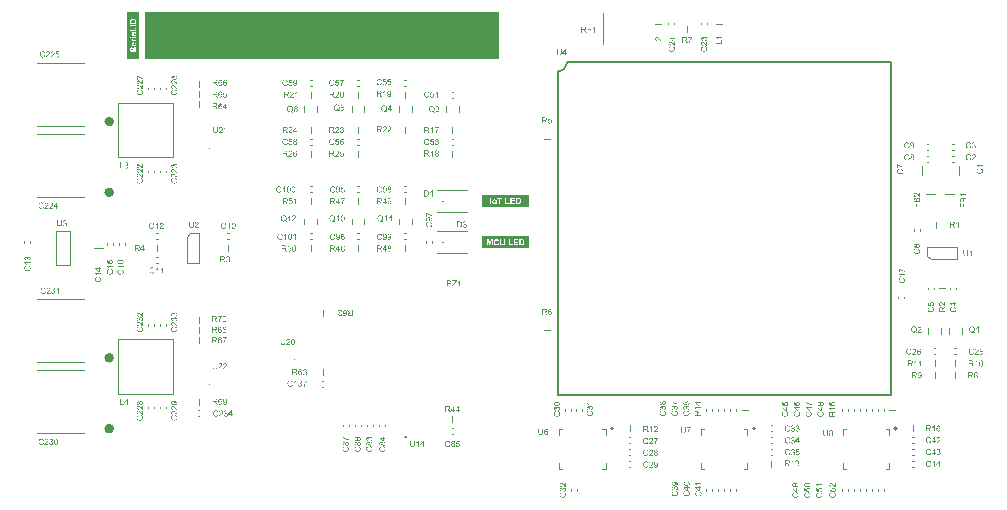
<source format=gto>
G04*
G04 #@! TF.GenerationSoftware,Altium Limited,Altium Designer,20.0.13 (296)*
G04*
G04 Layer_Color=65535*
%FSLAX25Y25*%
%MOIN*%
G70*
G01*
G75*
%ADD10C,0.00394*%
%ADD11C,0.00787*%
%ADD12C,0.00984*%
%ADD13C,0.00500*%
%ADD14C,0.01575*%
%ADD15C,0.00197*%
G36*
X157382Y141732D02*
X39272D01*
Y157480D01*
X157382D01*
Y141732D01*
D02*
G37*
G36*
X167323Y78740D02*
X151575D01*
Y82677D01*
X167323D01*
Y78740D01*
D02*
G37*
G36*
X37303Y141732D02*
X33366D01*
Y157480D01*
X37303D01*
Y141732D01*
D02*
G37*
G36*
X167323Y92520D02*
X151575D01*
Y96457D01*
X167323D01*
Y92520D01*
D02*
G37*
G36*
X145848Y87642D02*
X145862D01*
X145879Y87641D01*
X145899Y87639D01*
X145920Y87635D01*
X145967Y87626D01*
X146019Y87614D01*
X146072Y87597D01*
X146124Y87572D01*
X146126D01*
X146131Y87569D01*
X146138Y87565D01*
X146147Y87560D01*
X146159Y87553D01*
X146172Y87544D01*
X146203Y87521D01*
X146236Y87495D01*
X146271Y87462D01*
X146306Y87423D01*
X146336Y87380D01*
X146338Y87378D01*
X146340Y87375D01*
X146343Y87367D01*
X146348Y87359D01*
X146354Y87347D01*
X146361Y87334D01*
X146368Y87318D01*
X146375Y87301D01*
X146387Y87262D01*
X146399Y87219D01*
X146408Y87170D01*
X146411Y87145D01*
Y87119D01*
Y87117D01*
Y87114D01*
Y87107D01*
X146410Y87098D01*
Y87086D01*
X146408Y87072D01*
X146403Y87040D01*
X146394Y87003D01*
X146382Y86963D01*
X146364Y86923D01*
X146340Y86881D01*
Y86879D01*
X146336Y86876D01*
X146333Y86870D01*
X146327Y86863D01*
X146310Y86844D01*
X146287Y86820D01*
X146259Y86794D01*
X146222Y86764D01*
X146180Y86738D01*
X146133Y86711D01*
X146135D01*
X146142Y86709D01*
X146151Y86706D01*
X146163Y86703D01*
X146177Y86697D01*
X146194Y86692D01*
X146214Y86683D01*
X146235Y86674D01*
X146280Y86652D01*
X146303Y86638D01*
X146326Y86622D01*
X146348Y86604D01*
X146371Y86584D01*
X146392Y86563D01*
X146411Y86540D01*
X146413Y86538D01*
X146415Y86535D01*
X146420Y86526D01*
X146427Y86517D01*
X146434Y86503D01*
X146443Y86489D01*
X146452Y86471D01*
X146462Y86450D01*
X146471Y86428D01*
X146480Y86403D01*
X146488Y86377D01*
X146495Y86347D01*
X146502Y86317D01*
X146508Y86284D01*
X146509Y86251D01*
X146511Y86214D01*
Y86211D01*
Y86202D01*
X146509Y86188D01*
X146508Y86171D01*
X146506Y86148D01*
X146501Y86121D01*
X146495Y86092D01*
X146487Y86058D01*
X146476Y86025D01*
X146464Y85988D01*
X146448Y85952D01*
X146429Y85913D01*
X146406Y85877D01*
X146382Y85838D01*
X146352Y85801D01*
X146317Y85766D01*
X146315Y85764D01*
X146308Y85759D01*
X146298Y85749D01*
X146282Y85738D01*
X146263Y85724D01*
X146240Y85708D01*
X146214Y85693D01*
X146184Y85675D01*
X146151Y85658D01*
X146114Y85642D01*
X146074Y85626D01*
X146030Y85612D01*
X145984Y85602D01*
X145935Y85593D01*
X145885Y85586D01*
X145830Y85584D01*
X145818D01*
X145804Y85586D01*
X145787D01*
X145764Y85589D01*
X145738Y85593D01*
X145708Y85598D01*
X145676Y85603D01*
X145641Y85612D01*
X145606Y85623D01*
X145570Y85635D01*
X145533Y85651D01*
X145494Y85668D01*
X145459Y85689D01*
X145423Y85714D01*
X145389Y85742D01*
X145388Y85743D01*
X145382Y85749D01*
X145374Y85757D01*
X145361Y85772D01*
X145347Y85787D01*
X145333Y85805D01*
X145316Y85827D01*
X145298Y85854D01*
X145281Y85882D01*
X145263Y85912D01*
X145248Y85947D01*
X145232Y85983D01*
X145218Y86022D01*
X145206Y86064D01*
X145197Y86107D01*
X145190Y86153D01*
X145438Y86186D01*
Y86185D01*
X145440Y86177D01*
X145444Y86167D01*
X145447Y86151D01*
X145451Y86134D01*
X145458Y86115D01*
X145465Y86092D01*
X145472Y86069D01*
X145493Y86018D01*
X145517Y85969D01*
X145531Y85945D01*
X145547Y85922D01*
X145564Y85901D01*
X145582Y85882D01*
X145584Y85880D01*
X145587Y85878D01*
X145592Y85873D01*
X145601Y85868D01*
X145610Y85861D01*
X145622Y85852D01*
X145636Y85843D01*
X145652Y85836D01*
X145689Y85819D01*
X145731Y85803D01*
X145780Y85792D01*
X145806Y85791D01*
X145832Y85789D01*
X145850D01*
X145862Y85791D01*
X145876Y85792D01*
X145893Y85796D01*
X145913Y85799D01*
X145935Y85805D01*
X145958Y85810D01*
X145981Y85819D01*
X146005Y85827D01*
X146032Y85840D01*
X146056Y85854D01*
X146081Y85869D01*
X146105Y85889D01*
X146128Y85910D01*
X146130Y85912D01*
X146133Y85915D01*
X146138Y85922D01*
X146147Y85931D01*
X146156Y85943D01*
X146166Y85957D01*
X146177Y85975D01*
X146189Y85992D01*
X146200Y86013D01*
X146210Y86036D01*
X146221Y86060D01*
X146229Y86086D01*
X146238Y86115D01*
X146243Y86144D01*
X146247Y86176D01*
X146249Y86209D01*
Y86211D01*
Y86216D01*
Y86225D01*
X146247Y86237D01*
X146245Y86253D01*
X146243Y86269D01*
X146240Y86288D01*
X146235Y86309D01*
X146221Y86352D01*
X146212Y86377D01*
X146201Y86400D01*
X146189Y86424D01*
X146173Y86447D01*
X146156Y86470D01*
X146137Y86491D01*
X146135Y86493D01*
X146131Y86496D01*
X146124Y86501D01*
X146117Y86508D01*
X146105Y86517D01*
X146093Y86526D01*
X146077Y86536D01*
X146060Y86547D01*
X146040Y86555D01*
X146018Y86566D01*
X145995Y86575D01*
X145970Y86584D01*
X145942Y86590D01*
X145914Y86596D01*
X145885Y86599D01*
X145853Y86601D01*
X145841D01*
X145825Y86599D01*
X145806Y86598D01*
X145780Y86594D01*
X145750Y86590D01*
X145717Y86584D01*
X145678Y86575D01*
X145706Y86792D01*
X145710D01*
X145720Y86790D01*
X145734Y86788D01*
X145762D01*
X145773Y86790D01*
X145787D01*
X145802Y86794D01*
X145822Y86795D01*
X145841Y86799D01*
X145885Y86809D01*
X145932Y86823D01*
X145981Y86844D01*
X146005Y86857D01*
X146030Y86870D01*
X146032Y86872D01*
X146035Y86874D01*
X146042Y86879D01*
X146049Y86886D01*
X146060Y86895D01*
X146070Y86905D01*
X146081Y86918D01*
X146093Y86933D01*
X146105Y86951D01*
X146116Y86968D01*
X146126Y86989D01*
X146137Y87012D01*
X146144Y87038D01*
X146151Y87065D01*
X146154Y87094D01*
X146156Y87126D01*
Y87128D01*
Y87131D01*
Y87138D01*
X146154Y87149D01*
X146152Y87159D01*
X146151Y87173D01*
X146144Y87205D01*
X146133Y87240D01*
X146117Y87278D01*
X146107Y87296D01*
X146095Y87315D01*
X146079Y87332D01*
X146063Y87350D01*
X146061Y87352D01*
X146060Y87353D01*
X146054Y87359D01*
X146046Y87364D01*
X146037Y87371D01*
X146026Y87378D01*
X146014Y87387D01*
X145998Y87396D01*
X145965Y87413D01*
X145923Y87427D01*
X145878Y87437D01*
X145851Y87439D01*
X145825Y87441D01*
X145811D01*
X145801Y87439D01*
X145788Y87437D01*
X145774Y87436D01*
X145741Y87431D01*
X145704Y87418D01*
X145664Y87402D01*
X145643Y87392D01*
X145624Y87380D01*
X145605Y87366D01*
X145585Y87350D01*
X145584Y87348D01*
X145582Y87347D01*
X145577Y87341D01*
X145570Y87332D01*
X145563Y87324D01*
X145554Y87312D01*
X145543Y87297D01*
X145535Y87282D01*
X145524Y87264D01*
X145514Y87243D01*
X145503Y87221D01*
X145493Y87196D01*
X145484Y87170D01*
X145475Y87142D01*
X145468Y87110D01*
X145463Y87077D01*
X145214Y87121D01*
Y87124D01*
X145216Y87131D01*
X145220Y87145D01*
X145223Y87161D01*
X145230Y87182D01*
X145237Y87207D01*
X145246Y87233D01*
X145256Y87262D01*
X145269Y87292D01*
X145284Y87324D01*
X145300Y87355D01*
X145319Y87388D01*
X145340Y87420D01*
X145365Y87450D01*
X145391Y87480D01*
X145419Y87506D01*
X145421Y87507D01*
X145426Y87511D01*
X145435Y87518D01*
X145449Y87527D01*
X145465Y87537D01*
X145482Y87550D01*
X145505Y87562D01*
X145529Y87576D01*
X145557Y87588D01*
X145587Y87600D01*
X145620Y87612D01*
X145655Y87623D01*
X145694Y87632D01*
X145734Y87639D01*
X145776Y87642D01*
X145820Y87644D01*
X145836D01*
X145848Y87642D01*
D02*
G37*
G36*
X144028Y87635D02*
X144052D01*
X144080Y87634D01*
X144138Y87630D01*
X144198Y87625D01*
X144255Y87618D01*
X144282Y87612D01*
X144306Y87607D01*
X144308D01*
X144313Y87606D01*
X144324Y87604D01*
X144336Y87600D01*
X144350Y87595D01*
X144367Y87590D01*
X144387Y87583D01*
X144408Y87574D01*
X144455Y87555D01*
X144504Y87529D01*
X144555Y87499D01*
X144602Y87462D01*
X144604Y87460D01*
X144609Y87455D01*
X144618Y87448D01*
X144628Y87437D01*
X144642Y87425D01*
X144656Y87408D01*
X144674Y87390D01*
X144691Y87369D01*
X144710Y87345D01*
X144730Y87318D01*
X144751Y87291D01*
X144770Y87259D01*
X144789Y87227D01*
X144807Y87192D01*
X144824Y87156D01*
X144840Y87117D01*
X144842Y87116D01*
X144843Y87108D01*
X144847Y87096D01*
X144852Y87081D01*
X144859Y87059D01*
X144866Y87037D01*
X144873Y87009D01*
X144880Y86979D01*
X144887Y86944D01*
X144894Y86907D01*
X144901Y86869D01*
X144908Y86827D01*
X144913Y86783D01*
X144917Y86736D01*
X144920Y86687D01*
Y86638D01*
Y86636D01*
Y86627D01*
Y86615D01*
Y86599D01*
X144919Y86580D01*
X144917Y86555D01*
X144915Y86529D01*
X144913Y86501D01*
X144912Y86470D01*
X144906Y86438D01*
X144898Y86368D01*
X144884Y86298D01*
X144866Y86230D01*
Y86228D01*
X144864Y86223D01*
X144861Y86212D01*
X144856Y86200D01*
X144850Y86186D01*
X144845Y86169D01*
X144836Y86148D01*
X144829Y86127D01*
X144808Y86081D01*
X144786Y86032D01*
X144758Y85982D01*
X144728Y85936D01*
X144726Y85934D01*
X144724Y85931D01*
X144719Y85926D01*
X144714Y85917D01*
X144696Y85896D01*
X144674Y85869D01*
X144646Y85842D01*
X144614Y85810D01*
X144581Y85780D01*
X144544Y85754D01*
X144542D01*
X144539Y85751D01*
X144534Y85747D01*
X144527Y85743D01*
X144516Y85738D01*
X144506Y85731D01*
X144492Y85724D01*
X144476Y85717D01*
X144441Y85700D01*
X144401Y85684D01*
X144353Y85667D01*
X144303Y85653D01*
X144301D01*
X144296Y85651D01*
X144289Y85649D01*
X144278Y85647D01*
X144264Y85646D01*
X144248Y85642D01*
X144231Y85638D01*
X144210Y85637D01*
X144187Y85633D01*
X144163Y85630D01*
X144135Y85626D01*
X144107Y85624D01*
X144045Y85621D01*
X143979Y85619D01*
X143253D01*
Y87637D01*
X144005D01*
X144028Y87635D01*
D02*
G37*
G36*
X63359Y39227D02*
Y39223D01*
Y39213D01*
Y39197D01*
X63357Y39176D01*
Y39151D01*
X63355Y39122D01*
X63353Y39088D01*
X63350Y39052D01*
X63346Y39015D01*
X63341Y38975D01*
X63329Y38894D01*
X63311Y38815D01*
X63301Y38779D01*
X63289Y38744D01*
Y38742D01*
X63285Y38737D01*
X63282Y38726D01*
X63275Y38714D01*
X63268Y38698D01*
X63257Y38681D01*
X63247Y38661D01*
X63233Y38640D01*
X63217Y38618D01*
X63198Y38595D01*
X63178Y38570D01*
X63156Y38546D01*
X63129Y38521D01*
X63103Y38499D01*
X63073Y38474D01*
X63040Y38453D01*
X63038Y38451D01*
X63031Y38448D01*
X63023Y38443D01*
X63007Y38436D01*
X62989Y38427D01*
X62968Y38418D01*
X62944Y38408D01*
X62914Y38397D01*
X62883Y38387D01*
X62848Y38376D01*
X62807Y38367D01*
X62767Y38359D01*
X62722Y38352D01*
X62674Y38346D01*
X62624Y38343D01*
X62569Y38341D01*
X62541D01*
X62522Y38343D01*
X62498Y38345D01*
X62470Y38346D01*
X62440Y38350D01*
X62405Y38353D01*
X62370Y38359D01*
X62331Y38364D01*
X62254Y38381D01*
X62216Y38394D01*
X62177Y38406D01*
X62141Y38420D01*
X62106Y38437D01*
X62104Y38439D01*
X62099Y38443D01*
X62088Y38448D01*
X62076Y38455D01*
X62062Y38465D01*
X62044Y38478D01*
X62027Y38493D01*
X62008Y38509D01*
X61987Y38528D01*
X61966Y38549D01*
X61943Y38572D01*
X61922Y38598D01*
X61903Y38626D01*
X61883Y38656D01*
X61866Y38688D01*
X61850Y38721D01*
Y38723D01*
X61847Y38730D01*
X61843Y38740D01*
X61838Y38754D01*
X61833Y38773D01*
X61826Y38796D01*
X61819Y38822D01*
X61812Y38854D01*
X61805Y38887D01*
X61798Y38926D01*
X61791Y38968D01*
X61785Y39013D01*
X61780Y39060D01*
X61777Y39113D01*
X61775Y39169D01*
X61773Y39227D01*
Y40392D01*
X62041D01*
Y39228D01*
Y39225D01*
Y39216D01*
Y39204D01*
Y39185D01*
X62043Y39164D01*
Y39139D01*
X62044Y39111D01*
X62046Y39081D01*
X62053Y39018D01*
X62060Y38955D01*
X62067Y38924D01*
X62072Y38894D01*
X62079Y38866D01*
X62088Y38842D01*
Y38840D01*
X62090Y38836D01*
X62093Y38829D01*
X62097Y38821D01*
X62104Y38810D01*
X62109Y38800D01*
X62128Y38772D01*
X62151Y38740D01*
X62179Y38709D01*
X62214Y38677D01*
X62256Y38649D01*
X62258D01*
X62261Y38646D01*
X62268Y38644D01*
X62277Y38639D01*
X62289Y38633D01*
X62303Y38628D01*
X62319Y38623D01*
X62337Y38616D01*
X62358Y38609D01*
X62379Y38604D01*
X62403Y38598D01*
X62429Y38593D01*
X62485Y38586D01*
X62547Y38583D01*
X62559D01*
X62575Y38584D01*
X62594D01*
X62618Y38586D01*
X62646Y38590D01*
X62676Y38593D01*
X62709Y38600D01*
X62743Y38607D01*
X62778Y38616D01*
X62813Y38626D01*
X62848Y38639D01*
X62881Y38654D01*
X62911Y38672D01*
X62940Y38693D01*
X62965Y38716D01*
X62967Y38717D01*
X62970Y38723D01*
X62977Y38730D01*
X62984Y38742D01*
X62995Y38758D01*
X63005Y38779D01*
X63016Y38801D01*
X63028Y38829D01*
X63040Y38863D01*
X63051Y38899D01*
X63061Y38941D01*
X63072Y38989D01*
X63079Y39039D01*
X63086Y39097D01*
X63089Y39160D01*
X63091Y39228D01*
Y40392D01*
X63359D01*
Y39227D01*
D02*
G37*
G36*
X65968Y40397D02*
X65987D01*
X66012Y40394D01*
X66041Y40390D01*
X66073Y40385D01*
X66106Y40380D01*
X66143Y40371D01*
X66180Y40361D01*
X66218Y40347D01*
X66257Y40331D01*
X66295Y40313D01*
X66332Y40291D01*
X66367Y40266D01*
X66400Y40238D01*
X66402Y40236D01*
X66407Y40231D01*
X66416Y40222D01*
X66426Y40210D01*
X66440Y40194D01*
X66454Y40175D01*
X66468Y40152D01*
X66486Y40128D01*
X66502Y40100D01*
X66516Y40070D01*
X66531Y40037D01*
X66544Y40002D01*
X66554Y39965D01*
X66563Y39925D01*
X66568Y39883D01*
X66570Y39839D01*
Y39837D01*
Y39834D01*
Y39827D01*
Y39818D01*
X66568Y39808D01*
Y39794D01*
X66563Y39764D01*
X66558Y39727D01*
X66549Y39687D01*
X66537Y39643D01*
X66519Y39599D01*
Y39598D01*
X66517Y39594D01*
X66514Y39587D01*
X66510Y39580D01*
X66505Y39568D01*
X66498Y39556D01*
X66489Y39542D01*
X66481Y39526D01*
X66458Y39489D01*
X66430Y39447D01*
X66395Y39402D01*
X66355Y39354D01*
X66353Y39353D01*
X66349Y39349D01*
X66342Y39340D01*
X66334Y39330D01*
X66320Y39318D01*
X66304Y39302D01*
X66286Y39283D01*
X66265Y39262D01*
X66239Y39237D01*
X66211Y39211D01*
X66181Y39181D01*
X66146Y39150D01*
X66110Y39116D01*
X66068Y39080D01*
X66024Y39041D01*
X65975Y38999D01*
X65973Y38997D01*
X65964Y38990D01*
X65954Y38982D01*
X65938Y38969D01*
X65921Y38954D01*
X65901Y38936D01*
X65879Y38917D01*
X65856Y38898D01*
X65807Y38856D01*
X65760Y38814D01*
X65739Y38794D01*
X65718Y38775D01*
X65702Y38759D01*
X65688Y38745D01*
X65684Y38742D01*
X65677Y38735D01*
X65665Y38721D01*
X65651Y38703D01*
X65635Y38684D01*
X65618Y38661D01*
X65600Y38637D01*
X65585Y38612D01*
X66573D01*
Y38374D01*
X65240D01*
Y38376D01*
Y38378D01*
Y38383D01*
Y38390D01*
Y38408D01*
X65242Y38429D01*
X65245Y38455D01*
X65250Y38485D01*
X65257Y38514D01*
X65268Y38546D01*
Y38548D01*
X65270Y38553D01*
X65273Y38560D01*
X65278Y38569D01*
X65284Y38581D01*
X65291Y38597D01*
X65298Y38612D01*
X65308Y38630D01*
X65329Y38672D01*
X65359Y38716D01*
X65392Y38765D01*
X65431Y38814D01*
X65432Y38815D01*
X65436Y38819D01*
X65443Y38828D01*
X65452Y38836D01*
X65464Y38849D01*
X65478Y38864D01*
X65494Y38882D01*
X65513Y38901D01*
X65536Y38922D01*
X65558Y38945D01*
X65586Y38971D01*
X65614Y38997D01*
X65646Y39025D01*
X65679Y39055D01*
X65716Y39087D01*
X65754Y39118D01*
X65756D01*
X65758Y39122D01*
X65768Y39130D01*
X65786Y39144D01*
X65807Y39164D01*
X65835Y39186D01*
X65865Y39213D01*
X65898Y39242D01*
X65933Y39274D01*
X65970Y39307D01*
X66008Y39342D01*
X66045Y39377D01*
X66082Y39414D01*
X66115Y39449D01*
X66146Y39484D01*
X66174Y39515D01*
X66199Y39547D01*
X66201Y39549D01*
X66204Y39554D01*
X66209Y39563D01*
X66216Y39573D01*
X66225Y39587D01*
X66236Y39605D01*
X66246Y39622D01*
X66257Y39643D01*
X66278Y39689D01*
X66297Y39739D01*
X66304Y39766D01*
X66309Y39792D01*
X66313Y39818D01*
X66314Y39844D01*
Y39846D01*
Y39851D01*
Y39858D01*
X66313Y39869D01*
X66311Y39881D01*
X66309Y39897D01*
X66306Y39913D01*
X66302Y39930D01*
X66288Y39970D01*
X66281Y39990D01*
X66271Y40011D01*
X66258Y40032D01*
X66244Y40053D01*
X66229Y40074D01*
X66209Y40093D01*
X66208Y40095D01*
X66204Y40098D01*
X66199Y40102D01*
X66190Y40109D01*
X66180Y40116D01*
X66167Y40124D01*
X66153Y40135D01*
X66136Y40144D01*
X66117Y40152D01*
X66096Y40163D01*
X66073Y40172D01*
X66048Y40179D01*
X66024Y40186D01*
X65996Y40191D01*
X65966Y40193D01*
X65935Y40194D01*
X65917D01*
X65905Y40193D01*
X65891Y40191D01*
X65873Y40189D01*
X65852Y40186D01*
X65831Y40180D01*
X65786Y40168D01*
X65763Y40159D01*
X65739Y40149D01*
X65716Y40137D01*
X65693Y40121D01*
X65670Y40105D01*
X65649Y40086D01*
X65648Y40084D01*
X65644Y40081D01*
X65639Y40075D01*
X65634Y40067D01*
X65625Y40054D01*
X65616Y40042D01*
X65606Y40026D01*
X65597Y40009D01*
X65586Y39988D01*
X65576Y39965D01*
X65567Y39941D01*
X65560Y39914D01*
X65553Y39886D01*
X65548Y39855D01*
X65544Y39823D01*
X65543Y39788D01*
X65287Y39815D01*
Y39818D01*
X65289Y39827D01*
X65291Y39843D01*
X65294Y39862D01*
X65298Y39885D01*
X65305Y39913D01*
X65312Y39942D01*
X65320Y39976D01*
X65333Y40011D01*
X65345Y40046D01*
X65361Y40082D01*
X65380Y40117D01*
X65401Y40154D01*
X65424Y40187D01*
X65452Y40219D01*
X65481Y40249D01*
X65483Y40250D01*
X65490Y40256D01*
X65499Y40263D01*
X65513Y40271D01*
X65530Y40284D01*
X65551Y40296D01*
X65576Y40310D01*
X65604Y40324D01*
X65634Y40338D01*
X65669Y40352D01*
X65707Y40364D01*
X65747Y40376D01*
X65791Y40385D01*
X65838Y40392D01*
X65887Y40397D01*
X65940Y40399D01*
X65952D01*
X65968Y40397D01*
D02*
G37*
G36*
X64400D02*
X64419D01*
X64444Y40394D01*
X64473Y40390D01*
X64505Y40385D01*
X64538Y40380D01*
X64575Y40371D01*
X64612Y40361D01*
X64650Y40347D01*
X64689Y40331D01*
X64727Y40313D01*
X64764Y40291D01*
X64799Y40266D01*
X64832Y40238D01*
X64834Y40236D01*
X64839Y40231D01*
X64848Y40222D01*
X64858Y40210D01*
X64872Y40194D01*
X64886Y40175D01*
X64900Y40152D01*
X64918Y40128D01*
X64934Y40100D01*
X64948Y40070D01*
X64963Y40037D01*
X64976Y40002D01*
X64986Y39965D01*
X64995Y39925D01*
X65000Y39883D01*
X65002Y39839D01*
Y39837D01*
Y39834D01*
Y39827D01*
Y39818D01*
X65000Y39808D01*
Y39794D01*
X64995Y39764D01*
X64990Y39727D01*
X64981Y39687D01*
X64969Y39643D01*
X64951Y39599D01*
Y39598D01*
X64949Y39594D01*
X64946Y39587D01*
X64942Y39580D01*
X64937Y39568D01*
X64930Y39556D01*
X64921Y39542D01*
X64913Y39526D01*
X64890Y39489D01*
X64862Y39447D01*
X64827Y39402D01*
X64787Y39354D01*
X64785Y39353D01*
X64781Y39349D01*
X64774Y39340D01*
X64766Y39330D01*
X64752Y39318D01*
X64736Y39302D01*
X64718Y39283D01*
X64697Y39262D01*
X64671Y39237D01*
X64643Y39211D01*
X64613Y39181D01*
X64578Y39150D01*
X64542Y39116D01*
X64500Y39080D01*
X64456Y39041D01*
X64407Y38999D01*
X64405Y38997D01*
X64396Y38990D01*
X64386Y38982D01*
X64370Y38969D01*
X64353Y38954D01*
X64333Y38936D01*
X64311Y38917D01*
X64288Y38898D01*
X64239Y38856D01*
X64192Y38814D01*
X64171Y38794D01*
X64150Y38775D01*
X64134Y38759D01*
X64120Y38745D01*
X64116Y38742D01*
X64109Y38735D01*
X64097Y38721D01*
X64083Y38703D01*
X64067Y38684D01*
X64050Y38661D01*
X64032Y38637D01*
X64017Y38612D01*
X65005D01*
Y38374D01*
X63672D01*
Y38376D01*
Y38378D01*
Y38383D01*
Y38390D01*
Y38408D01*
X63674Y38429D01*
X63677Y38455D01*
X63682Y38485D01*
X63689Y38514D01*
X63700Y38546D01*
Y38548D01*
X63702Y38553D01*
X63705Y38560D01*
X63710Y38569D01*
X63716Y38581D01*
X63723Y38597D01*
X63730Y38612D01*
X63740Y38630D01*
X63761Y38672D01*
X63791Y38716D01*
X63824Y38765D01*
X63863Y38814D01*
X63864Y38815D01*
X63868Y38819D01*
X63875Y38828D01*
X63884Y38836D01*
X63896Y38849D01*
X63910Y38864D01*
X63926Y38882D01*
X63945Y38901D01*
X63968Y38922D01*
X63990Y38945D01*
X64018Y38971D01*
X64046Y38997D01*
X64078Y39025D01*
X64111Y39055D01*
X64148Y39087D01*
X64186Y39118D01*
X64188D01*
X64190Y39122D01*
X64200Y39130D01*
X64218Y39144D01*
X64239Y39164D01*
X64267Y39186D01*
X64297Y39213D01*
X64330Y39242D01*
X64365Y39274D01*
X64402Y39307D01*
X64440Y39342D01*
X64477Y39377D01*
X64514Y39414D01*
X64547Y39449D01*
X64578Y39484D01*
X64606Y39515D01*
X64631Y39547D01*
X64633Y39549D01*
X64636Y39554D01*
X64641Y39563D01*
X64648Y39573D01*
X64657Y39587D01*
X64668Y39605D01*
X64678Y39622D01*
X64689Y39643D01*
X64710Y39689D01*
X64729Y39739D01*
X64736Y39766D01*
X64741Y39792D01*
X64745Y39818D01*
X64746Y39844D01*
Y39846D01*
Y39851D01*
Y39858D01*
X64745Y39869D01*
X64743Y39881D01*
X64741Y39897D01*
X64738Y39913D01*
X64734Y39930D01*
X64720Y39970D01*
X64713Y39990D01*
X64703Y40011D01*
X64690Y40032D01*
X64676Y40053D01*
X64661Y40074D01*
X64641Y40093D01*
X64640Y40095D01*
X64636Y40098D01*
X64631Y40102D01*
X64622Y40109D01*
X64612Y40116D01*
X64599Y40124D01*
X64585Y40135D01*
X64568Y40144D01*
X64549Y40152D01*
X64528Y40163D01*
X64505Y40172D01*
X64480Y40179D01*
X64456Y40186D01*
X64428Y40191D01*
X64398Y40193D01*
X64367Y40194D01*
X64349D01*
X64337Y40193D01*
X64323Y40191D01*
X64305Y40189D01*
X64284Y40186D01*
X64263Y40180D01*
X64218Y40168D01*
X64195Y40159D01*
X64171Y40149D01*
X64148Y40137D01*
X64125Y40121D01*
X64102Y40105D01*
X64081Y40086D01*
X64080Y40084D01*
X64076Y40081D01*
X64071Y40075D01*
X64066Y40067D01*
X64057Y40054D01*
X64048Y40042D01*
X64038Y40026D01*
X64029Y40009D01*
X64018Y39988D01*
X64008Y39965D01*
X63999Y39941D01*
X63992Y39914D01*
X63985Y39886D01*
X63980Y39855D01*
X63976Y39823D01*
X63975Y39788D01*
X63719Y39815D01*
Y39818D01*
X63721Y39827D01*
X63723Y39843D01*
X63726Y39862D01*
X63730Y39885D01*
X63737Y39913D01*
X63744Y39942D01*
X63752Y39976D01*
X63765Y40011D01*
X63777Y40046D01*
X63793Y40082D01*
X63812Y40117D01*
X63833Y40154D01*
X63856Y40187D01*
X63884Y40219D01*
X63913Y40249D01*
X63915Y40250D01*
X63922Y40256D01*
X63931Y40263D01*
X63945Y40271D01*
X63962Y40284D01*
X63983Y40296D01*
X64008Y40310D01*
X64036Y40324D01*
X64066Y40338D01*
X64101Y40352D01*
X64139Y40364D01*
X64179Y40376D01*
X64223Y40385D01*
X64270Y40392D01*
X64319Y40397D01*
X64372Y40399D01*
X64384D01*
X64400Y40397D01*
D02*
G37*
G36*
X266937Y16876D02*
Y16873D01*
Y16862D01*
Y16846D01*
X266936Y16825D01*
Y16801D01*
X266934Y16771D01*
X266932Y16738D01*
X266929Y16701D01*
X266925Y16664D01*
X266920Y16624D01*
X266908Y16544D01*
X266890Y16465D01*
X266880Y16428D01*
X266867Y16393D01*
Y16391D01*
X266864Y16386D01*
X266860Y16376D01*
X266853Y16363D01*
X266846Y16348D01*
X266836Y16330D01*
X266826Y16311D01*
X266811Y16290D01*
X266796Y16267D01*
X266776Y16244D01*
X266757Y16220D01*
X266735Y16195D01*
X266708Y16171D01*
X266682Y16148D01*
X266652Y16124D01*
X266619Y16103D01*
X266617Y16101D01*
X266610Y16097D01*
X266601Y16092D01*
X266586Y16085D01*
X266568Y16076D01*
X266547Y16068D01*
X266523Y16057D01*
X266493Y16047D01*
X266461Y16036D01*
X266426Y16026D01*
X266386Y16017D01*
X266346Y16008D01*
X266301Y16001D01*
X266253Y15996D01*
X266202Y15992D01*
X266148Y15991D01*
X266120D01*
X266101Y15992D01*
X266076Y15994D01*
X266049Y15996D01*
X266019Y15999D01*
X265984Y16003D01*
X265949Y16008D01*
X265910Y16013D01*
X265833Y16031D01*
X265795Y16043D01*
X265756Y16055D01*
X265720Y16069D01*
X265685Y16087D01*
X265683Y16089D01*
X265677Y16092D01*
X265667Y16097D01*
X265655Y16104D01*
X265641Y16115D01*
X265623Y16127D01*
X265606Y16143D01*
X265586Y16159D01*
X265565Y16178D01*
X265545Y16199D01*
X265522Y16222D01*
X265501Y16248D01*
X265481Y16276D01*
X265462Y16306D01*
X265445Y16337D01*
X265429Y16370D01*
Y16372D01*
X265425Y16379D01*
X265422Y16390D01*
X265417Y16404D01*
X265411Y16423D01*
X265404Y16446D01*
X265397Y16472D01*
X265390Y16503D01*
X265383Y16537D01*
X265376Y16575D01*
X265370Y16617D01*
X265364Y16663D01*
X265359Y16710D01*
X265355Y16762D01*
X265354Y16818D01*
X265352Y16876D01*
Y18042D01*
X265620D01*
Y16878D01*
Y16874D01*
Y16866D01*
Y16853D01*
Y16834D01*
X265621Y16813D01*
Y16789D01*
X265623Y16761D01*
X265625Y16731D01*
X265632Y16668D01*
X265639Y16605D01*
X265646Y16573D01*
X265651Y16544D01*
X265658Y16516D01*
X265667Y16491D01*
Y16489D01*
X265669Y16486D01*
X265672Y16479D01*
X265676Y16470D01*
X265683Y16460D01*
X265688Y16449D01*
X265707Y16421D01*
X265730Y16390D01*
X265758Y16358D01*
X265793Y16327D01*
X265835Y16299D01*
X265837D01*
X265840Y16295D01*
X265847Y16293D01*
X265856Y16288D01*
X265868Y16283D01*
X265882Y16278D01*
X265898Y16272D01*
X265915Y16265D01*
X265936Y16258D01*
X265957Y16253D01*
X265982Y16248D01*
X266008Y16243D01*
X266064Y16236D01*
X266125Y16232D01*
X266138D01*
X266154Y16234D01*
X266173D01*
X266197Y16236D01*
X266225Y16239D01*
X266255Y16243D01*
X266288Y16250D01*
X266321Y16257D01*
X266356Y16265D01*
X266391Y16276D01*
X266426Y16288D01*
X266460Y16304D01*
X266489Y16321D01*
X266519Y16342D01*
X266544Y16365D01*
X266545Y16367D01*
X266549Y16372D01*
X266556Y16379D01*
X266563Y16391D01*
X266574Y16407D01*
X266584Y16428D01*
X266595Y16451D01*
X266607Y16479D01*
X266619Y16512D01*
X266629Y16549D01*
X266640Y16591D01*
X266651Y16638D01*
X266657Y16689D01*
X266664Y16747D01*
X266668Y16810D01*
X266670Y16878D01*
Y18042D01*
X266937D01*
Y16876D01*
D02*
G37*
G36*
X267965Y18047D02*
X267982D01*
X268005Y18043D01*
X268031Y18040D01*
X268059Y18036D01*
X268091Y18029D01*
X268124Y18021D01*
X268159Y18012D01*
X268194Y17998D01*
X268229Y17984D01*
X268264Y17966D01*
X268299Y17945D01*
X268332Y17923D01*
X268364Y17895D01*
X268366Y17893D01*
X268371Y17888D01*
X268379Y17879D01*
X268390Y17867D01*
X268402Y17853D01*
X268414Y17835D01*
X268430Y17814D01*
X268446Y17790D01*
X268460Y17765D01*
X268476Y17735D01*
X268488Y17706D01*
X268502Y17672D01*
X268511Y17637D01*
X268519Y17601D01*
X268525Y17562D01*
X268527Y17522D01*
Y17520D01*
Y17515D01*
Y17508D01*
X268525Y17499D01*
Y17487D01*
X268523Y17473D01*
X268518Y17440D01*
X268509Y17401D01*
X268495Y17359D01*
X268476Y17317D01*
X268465Y17296D01*
X268451Y17277D01*
Y17275D01*
X268448Y17272D01*
X268444Y17266D01*
X268437Y17259D01*
X268430Y17251D01*
X268420Y17242D01*
X268409Y17230D01*
X268395Y17219D01*
X268381Y17205D01*
X268364Y17193D01*
X268346Y17179D01*
X268325Y17167D01*
X268304Y17153D01*
X268280Y17140D01*
X268255Y17128D01*
X268227Y17118D01*
X268229D01*
X268236Y17114D01*
X268245Y17111D01*
X268257Y17105D01*
X268273Y17100D01*
X268292Y17091D01*
X268311Y17081D01*
X268332Y17070D01*
X268378Y17042D01*
X268425Y17009D01*
X268470Y16969D01*
X268491Y16946D01*
X268511Y16922D01*
X268512Y16920D01*
X268514Y16916D01*
X268519Y16908D01*
X268527Y16897D01*
X268533Y16885D01*
X268542Y16869D01*
X268551Y16852D01*
X268560Y16831D01*
X268568Y16808D01*
X268577Y16785D01*
X268586Y16757D01*
X268593Y16729D01*
X268605Y16668D01*
X268607Y16636D01*
X268609Y16601D01*
Y16598D01*
Y16589D01*
X268607Y16577D01*
X268605Y16558D01*
X268603Y16537D01*
X268598Y16510D01*
X268593Y16481D01*
X268586Y16449D01*
X268576Y16416D01*
X268563Y16381D01*
X268549Y16346D01*
X268532Y16309D01*
X268511Y16272D01*
X268486Y16236D01*
X268458Y16199D01*
X268425Y16166D01*
X268423Y16164D01*
X268416Y16159D01*
X268406Y16150D01*
X268392Y16138D01*
X268372Y16125D01*
X268352Y16110D01*
X268325Y16094D01*
X268295Y16078D01*
X268262Y16062D01*
X268227Y16047D01*
X268187Y16031D01*
X268145Y16019D01*
X268099Y16006D01*
X268051Y15998D01*
X267998Y15992D01*
X267944Y15991D01*
X267930D01*
X267916Y15992D01*
X267895Y15994D01*
X267868Y15996D01*
X267839Y15999D01*
X267807Y16005D01*
X267770Y16013D01*
X267734Y16022D01*
X267695Y16034D01*
X267655Y16048D01*
X267613Y16066D01*
X267573Y16085D01*
X267534Y16110D01*
X267496Y16136D01*
X267461Y16167D01*
X267459Y16169D01*
X267454Y16176D01*
X267443Y16185D01*
X267433Y16199D01*
X267419Y16216D01*
X267403Y16237D01*
X267387Y16262D01*
X267370Y16288D01*
X267352Y16320D01*
X267337Y16353D01*
X267321Y16388D01*
X267307Y16428D01*
X267296Y16468D01*
X267287Y16512D01*
X267281Y16558D01*
X267279Y16607D01*
Y16608D01*
Y16615D01*
Y16626D01*
X267281Y16640D01*
X267282Y16657D01*
X267284Y16677D01*
X267287Y16698D01*
X267291Y16722D01*
X267303Y16775D01*
X267312Y16803D01*
X267321Y16829D01*
X267333Y16857D01*
X267345Y16885D01*
X267361Y16911D01*
X267378Y16937D01*
X267380Y16939D01*
X267384Y16943D01*
X267389Y16950D01*
X267398Y16958D01*
X267406Y16969D01*
X267420Y16983D01*
X267435Y16995D01*
X267452Y17009D01*
X267471Y17025D01*
X267492Y17041D01*
X267515Y17055D01*
X267541Y17070D01*
X267569Y17083D01*
X267599Y17097D01*
X267631Y17107D01*
X267664Y17118D01*
X267662D01*
X267657Y17121D01*
X267650Y17123D01*
X267637Y17128D01*
X267625Y17133D01*
X267611Y17140D01*
X267576Y17160D01*
X267539Y17182D01*
X267501Y17209D01*
X267464Y17242D01*
X267448Y17259D01*
X267433Y17279D01*
Y17280D01*
X267429Y17284D01*
X267426Y17289D01*
X267420Y17298D01*
X267415Y17307D01*
X267410Y17319D01*
X267403Y17333D01*
X267396Y17349D01*
X267382Y17385D01*
X267372Y17429D01*
X267363Y17476D01*
X267359Y17529D01*
Y17531D01*
Y17539D01*
X267361Y17550D01*
Y17566D01*
X267364Y17585D01*
X267368Y17606D01*
X267373Y17630D01*
X267378Y17657D01*
X267387Y17685D01*
X267398Y17714D01*
X267410Y17746D01*
X267426Y17777D01*
X267443Y17809D01*
X267464Y17839D01*
X267489Y17868D01*
X267517Y17898D01*
X267518Y17900D01*
X267524Y17905D01*
X267532Y17912D01*
X267547Y17921D01*
X267562Y17933D01*
X267581Y17945D01*
X267604Y17959D01*
X267629Y17973D01*
X267658Y17987D01*
X267690Y18001D01*
X267725Y18014D01*
X267762Y18026D01*
X267802Y18035D01*
X267846Y18042D01*
X267891Y18047D01*
X267938Y18049D01*
X267951D01*
X267965Y18047D01*
D02*
G37*
G36*
X89680Y117808D02*
X89953D01*
Y117581D01*
X89680D01*
Y117098D01*
X89432D01*
Y117581D01*
X88557D01*
Y117808D01*
X89477Y119116D01*
X89680D01*
Y117808D01*
D02*
G37*
G36*
X87768Y119121D02*
X87787D01*
X87811Y119117D01*
X87841Y119114D01*
X87873Y119109D01*
X87906Y119103D01*
X87943Y119095D01*
X87979Y119084D01*
X88018Y119070D01*
X88056Y119054D01*
X88095Y119037D01*
X88132Y119014D01*
X88166Y118990D01*
X88200Y118962D01*
X88201Y118960D01*
X88207Y118955D01*
X88216Y118946D01*
X88226Y118934D01*
X88240Y118918D01*
X88254Y118899D01*
X88268Y118876D01*
X88286Y118851D01*
X88301Y118823D01*
X88315Y118794D01*
X88331Y118760D01*
X88343Y118725D01*
X88354Y118689D01*
X88362Y118648D01*
X88368Y118606D01*
X88370Y118563D01*
Y118561D01*
Y118557D01*
Y118550D01*
Y118542D01*
X88368Y118531D01*
Y118517D01*
X88362Y118487D01*
X88357Y118451D01*
X88349Y118410D01*
X88336Y118367D01*
X88319Y118323D01*
Y118321D01*
X88317Y118318D01*
X88314Y118311D01*
X88310Y118304D01*
X88305Y118291D01*
X88298Y118279D01*
X88289Y118265D01*
X88280Y118249D01*
X88258Y118213D01*
X88230Y118171D01*
X88195Y118125D01*
X88154Y118078D01*
X88152Y118076D01*
X88149Y118073D01*
X88142Y118064D01*
X88133Y118053D01*
X88119Y118041D01*
X88103Y118025D01*
X88086Y118006D01*
X88065Y117985D01*
X88039Y117961D01*
X88011Y117934D01*
X87981Y117905D01*
X87946Y117873D01*
X87909Y117840D01*
X87867Y117803D01*
X87824Y117765D01*
X87774Y117723D01*
X87773Y117721D01*
X87764Y117714D01*
X87753Y117705D01*
X87738Y117693D01*
X87720Y117677D01*
X87701Y117660D01*
X87678Y117640D01*
X87656Y117621D01*
X87607Y117579D01*
X87559Y117537D01*
X87538Y117518D01*
X87517Y117499D01*
X87502Y117483D01*
X87488Y117469D01*
X87484Y117465D01*
X87477Y117458D01*
X87465Y117444D01*
X87451Y117427D01*
X87435Y117408D01*
X87418Y117385D01*
X87400Y117360D01*
X87384Y117336D01*
X88373D01*
Y117098D01*
X87040D01*
Y117100D01*
Y117101D01*
Y117107D01*
Y117114D01*
Y117131D01*
X87041Y117152D01*
X87045Y117178D01*
X87050Y117208D01*
X87057Y117238D01*
X87068Y117269D01*
Y117271D01*
X87069Y117276D01*
X87073Y117283D01*
X87078Y117292D01*
X87083Y117304D01*
X87090Y117320D01*
X87097Y117336D01*
X87108Y117353D01*
X87129Y117395D01*
X87159Y117439D01*
X87192Y117488D01*
X87230Y117537D01*
X87232Y117539D01*
X87236Y117542D01*
X87243Y117551D01*
X87251Y117560D01*
X87264Y117572D01*
X87278Y117588D01*
X87293Y117605D01*
X87313Y117625D01*
X87335Y117646D01*
X87358Y117668D01*
X87386Y117695D01*
X87414Y117721D01*
X87446Y117749D01*
X87479Y117779D01*
X87515Y117810D01*
X87554Y117842D01*
X87556D01*
X87558Y117845D01*
X87568Y117854D01*
X87586Y117868D01*
X87607Y117887D01*
X87635Y117910D01*
X87664Y117936D01*
X87698Y117966D01*
X87733Y117997D01*
X87769Y118031D01*
X87808Y118066D01*
X87845Y118101D01*
X87881Y118137D01*
X87915Y118172D01*
X87946Y118207D01*
X87974Y118239D01*
X87999Y118270D01*
X88000Y118272D01*
X88004Y118277D01*
X88009Y118286D01*
X88016Y118297D01*
X88025Y118311D01*
X88035Y118328D01*
X88046Y118346D01*
X88056Y118367D01*
X88077Y118412D01*
X88097Y118463D01*
X88103Y118489D01*
X88109Y118515D01*
X88112Y118542D01*
X88114Y118568D01*
Y118570D01*
Y118575D01*
Y118582D01*
X88112Y118592D01*
X88111Y118605D01*
X88109Y118620D01*
X88105Y118636D01*
X88102Y118654D01*
X88088Y118694D01*
X88081Y118713D01*
X88070Y118734D01*
X88058Y118755D01*
X88044Y118776D01*
X88028Y118797D01*
X88009Y118816D01*
X88007Y118818D01*
X88004Y118822D01*
X87999Y118825D01*
X87990Y118832D01*
X87979Y118839D01*
X87967Y118848D01*
X87953Y118858D01*
X87936Y118867D01*
X87916Y118876D01*
X87895Y118886D01*
X87873Y118895D01*
X87848Y118902D01*
X87824Y118909D01*
X87796Y118914D01*
X87766Y118916D01*
X87734Y118918D01*
X87717D01*
X87704Y118916D01*
X87691Y118914D01*
X87673Y118913D01*
X87652Y118909D01*
X87631Y118904D01*
X87586Y118892D01*
X87563Y118883D01*
X87538Y118872D01*
X87515Y118860D01*
X87493Y118844D01*
X87470Y118829D01*
X87449Y118809D01*
X87447Y118808D01*
X87444Y118804D01*
X87438Y118799D01*
X87433Y118790D01*
X87424Y118778D01*
X87416Y118766D01*
X87405Y118750D01*
X87397Y118732D01*
X87386Y118711D01*
X87375Y118689D01*
X87367Y118664D01*
X87360Y118638D01*
X87353Y118610D01*
X87348Y118578D01*
X87344Y118547D01*
X87342Y118512D01*
X87087Y118538D01*
Y118542D01*
X87089Y118550D01*
X87090Y118566D01*
X87094Y118585D01*
X87097Y118608D01*
X87104Y118636D01*
X87111Y118666D01*
X87120Y118699D01*
X87132Y118734D01*
X87145Y118769D01*
X87160Y118806D01*
X87179Y118841D01*
X87200Y118878D01*
X87223Y118911D01*
X87251Y118942D01*
X87281Y118972D01*
X87283Y118974D01*
X87290Y118979D01*
X87299Y118986D01*
X87313Y118995D01*
X87330Y119007D01*
X87351Y119019D01*
X87375Y119033D01*
X87404Y119047D01*
X87433Y119061D01*
X87468Y119075D01*
X87507Y119088D01*
X87547Y119100D01*
X87591Y119109D01*
X87638Y119116D01*
X87687Y119121D01*
X87739Y119123D01*
X87752D01*
X87768Y119121D01*
D02*
G37*
G36*
X86102Y119114D02*
X86128Y119112D01*
X86156Y119110D01*
X86187Y119109D01*
X86254Y119102D01*
X86322Y119093D01*
X86355Y119086D01*
X86387Y119079D01*
X86417Y119070D01*
X86445Y119060D01*
X86446D01*
X86452Y119058D01*
X86459Y119054D01*
X86467Y119049D01*
X86480Y119042D01*
X86494Y119035D01*
X86525Y119016D01*
X86560Y118990D01*
X86579Y118974D01*
X86599Y118956D01*
X86616Y118937D01*
X86635Y118914D01*
X86653Y118892D01*
X86669Y118867D01*
X86670Y118865D01*
X86672Y118860D01*
X86676Y118853D01*
X86683Y118843D01*
X86688Y118830D01*
X86695Y118815D01*
X86703Y118797D01*
X86711Y118778D01*
X86719Y118757D01*
X86726Y118734D01*
X86740Y118682D01*
X86749Y118626D01*
X86751Y118596D01*
X86752Y118564D01*
Y118563D01*
Y118556D01*
Y118543D01*
X86751Y118529D01*
X86749Y118510D01*
X86746Y118489D01*
X86740Y118465D01*
X86735Y118438D01*
X86728Y118412D01*
X86719Y118382D01*
X86707Y118353D01*
X86693Y118321D01*
X86677Y118291D01*
X86658Y118260D01*
X86637Y118230D01*
X86612Y118202D01*
X86611Y118200D01*
X86606Y118195D01*
X86599Y118188D01*
X86586Y118179D01*
X86572Y118167D01*
X86553Y118153D01*
X86532Y118139D01*
X86508Y118123D01*
X86480Y118108D01*
X86448Y118092D01*
X86411Y118076D01*
X86373Y118062D01*
X86331Y118048D01*
X86285Y118036D01*
X86236Y118025D01*
X86184Y118017D01*
X86186D01*
X86189Y118015D01*
X86194Y118011D01*
X86201Y118008D01*
X86221Y117997D01*
X86243Y117985D01*
X86270Y117969D01*
X86298Y117952D01*
X86322Y117934D01*
X86345Y117915D01*
X86347Y117913D01*
X86350Y117910D01*
X86357Y117905D01*
X86364Y117896D01*
X86374Y117885D01*
X86387Y117873D01*
X86401Y117859D01*
X86417Y117842D01*
X86432Y117822D01*
X86450Y117803D01*
X86487Y117758D01*
X86527Y117705D01*
X86565Y117647D01*
X86915Y117098D01*
X86581D01*
X86315Y117518D01*
X86313Y117520D01*
X86310Y117527D01*
X86304Y117535D01*
X86296Y117548D01*
X86285Y117563D01*
X86275Y117581D01*
X86261Y117600D01*
X86247Y117619D01*
X86217Y117665D01*
X86184Y117710D01*
X86152Y117754D01*
X86137Y117775D01*
X86123Y117794D01*
Y117796D01*
X86119Y117798D01*
X86115Y117803D01*
X86110Y117810D01*
X86096Y117828D01*
X86077Y117849D01*
X86056Y117870D01*
X86033Y117892D01*
X86009Y117913D01*
X85986Y117929D01*
X85984Y117931D01*
X85975Y117936D01*
X85963Y117941D01*
X85949Y117950D01*
X85930Y117959D01*
X85911Y117968D01*
X85888Y117976D01*
X85865Y117983D01*
X85864D01*
X85857Y117985D01*
X85846Y117987D01*
X85830Y117989D01*
X85809Y117990D01*
X85783Y117992D01*
X85753Y117994D01*
X85409D01*
Y117098D01*
X85141D01*
Y119116D01*
X86079D01*
X86102Y119114D01*
D02*
G37*
G36*
X129199Y13321D02*
Y13317D01*
Y13307D01*
Y13291D01*
X129197Y13270D01*
Y13245D01*
X129195Y13216D01*
X129194Y13182D01*
X129190Y13146D01*
X129187Y13109D01*
X129181Y13069D01*
X129169Y12988D01*
X129152Y12909D01*
X129141Y12873D01*
X129129Y12838D01*
Y12836D01*
X129125Y12831D01*
X129122Y12820D01*
X129115Y12808D01*
X129108Y12792D01*
X129097Y12775D01*
X129087Y12755D01*
X129073Y12734D01*
X129057Y12712D01*
X129038Y12689D01*
X129019Y12664D01*
X128996Y12640D01*
X128970Y12615D01*
X128943Y12593D01*
X128914Y12568D01*
X128880Y12547D01*
X128879Y12545D01*
X128872Y12542D01*
X128863Y12537D01*
X128847Y12530D01*
X128830Y12521D01*
X128809Y12512D01*
X128784Y12502D01*
X128754Y12491D01*
X128723Y12481D01*
X128688Y12470D01*
X128648Y12461D01*
X128607Y12453D01*
X128562Y12446D01*
X128515Y12440D01*
X128464Y12437D01*
X128410Y12435D01*
X128382D01*
X128362Y12437D01*
X128338Y12439D01*
X128310Y12440D01*
X128280Y12444D01*
X128245Y12447D01*
X128210Y12453D01*
X128172Y12458D01*
X128095Y12475D01*
X128056Y12488D01*
X128018Y12500D01*
X127981Y12514D01*
X127946Y12531D01*
X127944Y12533D01*
X127939Y12537D01*
X127928Y12542D01*
X127916Y12549D01*
X127902Y12559D01*
X127885Y12572D01*
X127867Y12587D01*
X127848Y12603D01*
X127827Y12622D01*
X127806Y12643D01*
X127783Y12666D01*
X127762Y12692D01*
X127743Y12720D01*
X127724Y12750D01*
X127706Y12782D01*
X127690Y12815D01*
Y12817D01*
X127687Y12824D01*
X127683Y12834D01*
X127678Y12848D01*
X127673Y12867D01*
X127666Y12890D01*
X127659Y12916D01*
X127652Y12948D01*
X127645Y12981D01*
X127638Y13020D01*
X127631Y13062D01*
X127626Y13107D01*
X127620Y13154D01*
X127617Y13207D01*
X127615Y13263D01*
X127613Y13321D01*
Y14486D01*
X127881D01*
Y13322D01*
Y13319D01*
Y13310D01*
Y13298D01*
Y13279D01*
X127883Y13258D01*
Y13233D01*
X127885Y13205D01*
X127886Y13175D01*
X127893Y13112D01*
X127900Y13049D01*
X127907Y13018D01*
X127913Y12988D01*
X127920Y12960D01*
X127928Y12936D01*
Y12934D01*
X127930Y12930D01*
X127934Y12923D01*
X127937Y12915D01*
X127944Y12904D01*
X127949Y12894D01*
X127969Y12866D01*
X127991Y12834D01*
X128019Y12803D01*
X128054Y12771D01*
X128096Y12743D01*
X128098D01*
X128102Y12740D01*
X128109Y12738D01*
X128117Y12733D01*
X128130Y12727D01*
X128144Y12722D01*
X128159Y12717D01*
X128177Y12710D01*
X128198Y12703D01*
X128219Y12698D01*
X128243Y12692D01*
X128270Y12687D01*
X128326Y12680D01*
X128387Y12677D01*
X128399D01*
X128415Y12678D01*
X128434D01*
X128459Y12680D01*
X128487Y12684D01*
X128516Y12687D01*
X128550Y12694D01*
X128583Y12701D01*
X128618Y12710D01*
X128653Y12720D01*
X128688Y12733D01*
X128721Y12748D01*
X128751Y12766D01*
X128781Y12787D01*
X128805Y12810D01*
X128807Y12811D01*
X128810Y12817D01*
X128817Y12824D01*
X128824Y12836D01*
X128835Y12852D01*
X128845Y12873D01*
X128856Y12895D01*
X128868Y12923D01*
X128880Y12957D01*
X128891Y12993D01*
X128901Y13035D01*
X128912Y13083D01*
X128919Y13133D01*
X128926Y13191D01*
X128929Y13254D01*
X128931Y13322D01*
Y14486D01*
X129199D01*
Y13321D01*
D02*
G37*
G36*
X132153Y13179D02*
X132426D01*
Y12951D01*
X132153D01*
Y12468D01*
X131904D01*
Y12951D01*
X131029D01*
Y13179D01*
X131950Y14486D01*
X132153D01*
Y13179D01*
D02*
G37*
G36*
X130476Y12468D02*
X130228D01*
Y14045D01*
X130226Y14043D01*
X130224Y14042D01*
X130219Y14036D01*
X130212Y14031D01*
X130202Y14022D01*
X130191Y14014D01*
X130179Y14003D01*
X130165Y13991D01*
X130130Y13966D01*
X130090Y13937D01*
X130044Y13905D01*
X129992Y13874D01*
X129990Y13872D01*
X129985Y13870D01*
X129978Y13865D01*
X129967Y13860D01*
X129955Y13853D01*
X129941Y13846D01*
X129923Y13835D01*
X129906Y13826D01*
X129866Y13805D01*
X129822Y13784D01*
X129776Y13763D01*
X129733Y13746D01*
Y13986D01*
X129734Y13987D01*
X129741Y13991D01*
X129754Y13996D01*
X129768Y14003D01*
X129785Y14012D01*
X129806Y14024D01*
X129829Y14036D01*
X129855Y14052D01*
X129883Y14068D01*
X129911Y14087D01*
X129972Y14127D01*
X130035Y14173D01*
X130095Y14222D01*
X130097Y14224D01*
X130102Y14229D01*
X130109Y14236D01*
X130121Y14246D01*
X130133Y14259D01*
X130147Y14273D01*
X130163Y14290D01*
X130181Y14308D01*
X130217Y14350D01*
X130254Y14395D01*
X130287Y14444D01*
X130303Y14469D01*
X130315Y14493D01*
X130476D01*
Y12468D01*
D02*
G37*
G36*
X144277Y65991D02*
X144029D01*
Y67568D01*
X144027Y67567D01*
X144025Y67565D01*
X144020Y67559D01*
X144013Y67554D01*
X144002Y67545D01*
X143992Y67537D01*
X143980Y67526D01*
X143966Y67514D01*
X143931Y67489D01*
X143890Y67460D01*
X143845Y67428D01*
X143792Y67397D01*
X143791Y67395D01*
X143785Y67393D01*
X143778Y67388D01*
X143768Y67383D01*
X143756Y67376D01*
X143742Y67369D01*
X143724Y67358D01*
X143707Y67349D01*
X143666Y67329D01*
X143623Y67308D01*
X143577Y67286D01*
X143533Y67269D01*
Y67509D01*
X143535Y67510D01*
X143542Y67514D01*
X143554Y67519D01*
X143568Y67526D01*
X143586Y67535D01*
X143607Y67547D01*
X143630Y67559D01*
X143656Y67575D01*
X143684Y67591D01*
X143712Y67610D01*
X143773Y67651D01*
X143836Y67696D01*
X143896Y67745D01*
X143897Y67747D01*
X143903Y67752D01*
X143910Y67759D01*
X143922Y67769D01*
X143934Y67782D01*
X143948Y67796D01*
X143964Y67813D01*
X143981Y67831D01*
X144018Y67873D01*
X144055Y67918D01*
X144088Y67967D01*
X144104Y67992D01*
X144116Y68016D01*
X144277D01*
Y65991D01*
D02*
G37*
G36*
X143124Y67771D02*
X141990Y66371D01*
X141867Y66229D01*
X143157D01*
Y65991D01*
X141561D01*
Y66238D01*
X142594Y67532D01*
X142595Y67533D01*
X142599Y67537D01*
X142604Y67545D01*
X142613Y67554D01*
X142623Y67567D01*
X142634Y67580D01*
X142662Y67612D01*
X142693Y67651D01*
X142730Y67691D01*
X142767Y67731D01*
X142804Y67771D01*
X141678D01*
Y68009D01*
X143124D01*
Y67771D01*
D02*
G37*
G36*
X140672Y68007D02*
X140716D01*
X140765Y68004D01*
X140816Y68001D01*
X140865Y67997D01*
X140887Y67993D01*
X140908Y67990D01*
X140910D01*
X140915Y67988D01*
X140922Y67987D01*
X140933Y67985D01*
X140945Y67981D01*
X140961Y67978D01*
X140996Y67969D01*
X141034Y67955D01*
X141076Y67939D01*
X141118Y67918D01*
X141157Y67894D01*
X141159D01*
X141162Y67890D01*
X141167Y67887D01*
X141174Y67882D01*
X141192Y67866D01*
X141215Y67845D01*
X141241Y67817D01*
X141269Y67783D01*
X141295Y67743D01*
X141320Y67699D01*
Y67698D01*
X141323Y67694D01*
X141325Y67687D01*
X141330Y67678D01*
X141334Y67666D01*
X141339Y67652D01*
X141346Y67637D01*
X141351Y67619D01*
X141356Y67600D01*
X141363Y67579D01*
X141372Y67532D01*
X141379Y67479D01*
X141383Y67425D01*
Y67421D01*
Y67414D01*
X141381Y67400D01*
Y67381D01*
X141377Y67360D01*
X141374Y67334D01*
X141369Y67306D01*
X141362Y67274D01*
X141353Y67241D01*
X141342Y67206D01*
X141328Y67169D01*
X141313Y67133D01*
X141295Y67096D01*
X141272Y67059D01*
X141248Y67024D01*
X141218Y66989D01*
X141216Y66987D01*
X141211Y66982D01*
X141201Y66973D01*
X141187Y66961D01*
X141167Y66949D01*
X141143Y66933D01*
X141115Y66917D01*
X141082Y66901D01*
X141045Y66884D01*
X141001Y66868D01*
X140952Y66852D01*
X140898Y66840D01*
X140838Y66828D01*
X140774Y66819D01*
X140702Y66814D01*
X140625Y66812D01*
X140109D01*
Y65991D01*
X139841D01*
Y68009D01*
X140653D01*
X140672Y68007D01*
D02*
G37*
G36*
X33407Y27261D02*
X33680D01*
Y27033D01*
X33407D01*
Y26550D01*
X33158D01*
Y27033D01*
X32283D01*
Y27261D01*
X33204Y28568D01*
X33407D01*
Y27261D01*
D02*
G37*
G36*
X31155Y26788D02*
X32149D01*
Y26550D01*
X30887D01*
Y28568D01*
X31155D01*
Y26788D01*
D02*
G37*
G36*
X211343Y147774D02*
X211341D01*
X211339D01*
X211334D01*
X211327D01*
X211310D01*
X211289Y147776D01*
X211262Y147779D01*
X211233Y147784D01*
X211203Y147791D01*
X211171Y147802D01*
X211170D01*
X211164Y147804D01*
X211157Y147807D01*
X211149Y147812D01*
X211136Y147818D01*
X211121Y147825D01*
X211105Y147832D01*
X211087Y147842D01*
X211045Y147863D01*
X211002Y147893D01*
X210953Y147926D01*
X210904Y147965D01*
X210902Y147966D01*
X210898Y147970D01*
X210890Y147977D01*
X210881Y147986D01*
X210869Y147998D01*
X210853Y148012D01*
X210835Y148028D01*
X210816Y148047D01*
X210795Y148070D01*
X210772Y148092D01*
X210746Y148120D01*
X210720Y148148D01*
X210692Y148180D01*
X210662Y148213D01*
X210631Y148250D01*
X210599Y148288D01*
Y148290D01*
X210596Y148292D01*
X210587Y148302D01*
X210573Y148320D01*
X210554Y148341D01*
X210531Y148369D01*
X210505Y148399D01*
X210475Y148432D01*
X210443Y148467D01*
X210410Y148504D01*
X210375Y148542D01*
X210340Y148579D01*
X210303Y148616D01*
X210268Y148649D01*
X210233Y148680D01*
X210202Y148708D01*
X210170Y148733D01*
X210169Y148735D01*
X210163Y148738D01*
X210155Y148743D01*
X210144Y148750D01*
X210130Y148759D01*
X210113Y148770D01*
X210095Y148780D01*
X210074Y148791D01*
X210029Y148812D01*
X209978Y148831D01*
X209952Y148838D01*
X209925Y148843D01*
X209899Y148847D01*
X209873Y148848D01*
X209871D01*
X209866D01*
X209859D01*
X209848Y148847D01*
X209836Y148845D01*
X209820Y148843D01*
X209805Y148840D01*
X209787Y148836D01*
X209747Y148822D01*
X209728Y148815D01*
X209707Y148805D01*
X209686Y148792D01*
X209665Y148778D01*
X209644Y148763D01*
X209624Y148743D01*
X209623Y148742D01*
X209619Y148738D01*
X209616Y148733D01*
X209609Y148724D01*
X209602Y148714D01*
X209593Y148701D01*
X209582Y148687D01*
X209574Y148670D01*
X209565Y148651D01*
X209554Y148630D01*
X209546Y148607D01*
X209539Y148582D01*
X209532Y148558D01*
X209526Y148530D01*
X209525Y148500D01*
X209523Y148469D01*
Y148451D01*
X209525Y148439D01*
X209526Y148425D01*
X209528Y148407D01*
X209532Y148386D01*
X209537Y148365D01*
X209549Y148320D01*
X209558Y148297D01*
X209568Y148273D01*
X209581Y148250D01*
X209596Y148227D01*
X209612Y148204D01*
X209631Y148183D01*
X209633Y148182D01*
X209637Y148178D01*
X209642Y148173D01*
X209651Y148168D01*
X209663Y148159D01*
X209675Y148150D01*
X209691Y148140D01*
X209708Y148131D01*
X209729Y148120D01*
X209752Y148110D01*
X209777Y148101D01*
X209803Y148094D01*
X209831Y148087D01*
X209862Y148082D01*
X209894Y148078D01*
X209929Y148077D01*
X209903Y147821D01*
X209899D01*
X209890Y147823D01*
X209875Y147825D01*
X209855Y147828D01*
X209833Y147832D01*
X209805Y147839D01*
X209775Y147846D01*
X209742Y147854D01*
X209707Y147867D01*
X209672Y147879D01*
X209635Y147895D01*
X209600Y147914D01*
X209563Y147935D01*
X209530Y147958D01*
X209498Y147986D01*
X209469Y148015D01*
X209467Y148017D01*
X209462Y148024D01*
X209455Y148033D01*
X209446Y148047D01*
X209434Y148064D01*
X209421Y148085D01*
X209407Y148110D01*
X209393Y148138D01*
X209379Y148168D01*
X209365Y148203D01*
X209353Y148241D01*
X209341Y148281D01*
X209332Y148325D01*
X209325Y148372D01*
X209320Y148421D01*
X209318Y148474D01*
Y148486D01*
X209320Y148502D01*
Y148521D01*
X209323Y148546D01*
X209327Y148575D01*
X209332Y148607D01*
X209337Y148640D01*
X209346Y148677D01*
X209357Y148714D01*
X209371Y148752D01*
X209386Y148791D01*
X209404Y148829D01*
X209427Y148866D01*
X209451Y148901D01*
X209479Y148934D01*
X209481Y148936D01*
X209486Y148941D01*
X209495Y148950D01*
X209507Y148960D01*
X209523Y148974D01*
X209542Y148988D01*
X209565Y149002D01*
X209589Y149020D01*
X209617Y149036D01*
X209647Y149050D01*
X209680Y149065D01*
X209715Y149078D01*
X209752Y149088D01*
X209792Y149097D01*
X209834Y149102D01*
X209878Y149104D01*
X209880D01*
X209883D01*
X209890D01*
X209899D01*
X209910Y149102D01*
X209924D01*
X209953Y149097D01*
X209990Y149092D01*
X210030Y149083D01*
X210074Y149071D01*
X210118Y149053D01*
X210120D01*
X210123Y149051D01*
X210130Y149048D01*
X210137Y149044D01*
X210149Y149039D01*
X210162Y149032D01*
X210176Y149023D01*
X210191Y149015D01*
X210228Y148992D01*
X210270Y148964D01*
X210316Y148929D01*
X210363Y148889D01*
X210365Y148887D01*
X210368Y148883D01*
X210377Y148876D01*
X210387Y148868D01*
X210400Y148854D01*
X210415Y148838D01*
X210435Y148820D01*
X210456Y148799D01*
X210480Y148773D01*
X210506Y148745D01*
X210536Y148715D01*
X210568Y148680D01*
X210601Y148644D01*
X210638Y148602D01*
X210676Y148558D01*
X210718Y148509D01*
X210720Y148507D01*
X210727Y148498D01*
X210736Y148488D01*
X210748Y148472D01*
X210764Y148455D01*
X210781Y148435D01*
X210800Y148413D01*
X210820Y148390D01*
X210862Y148341D01*
X210904Y148294D01*
X210923Y148273D01*
X210942Y148252D01*
X210958Y148236D01*
X210972Y148222D01*
X210975Y148218D01*
X210982Y148211D01*
X210996Y148199D01*
X211014Y148185D01*
X211033Y148169D01*
X211056Y148152D01*
X211080Y148134D01*
X211105Y148119D01*
Y149107D01*
X211343D01*
Y147774D01*
D02*
G37*
G36*
Y146327D02*
X209325D01*
Y146594D01*
X211105D01*
Y147588D01*
X211343D01*
Y146327D01*
D02*
G37*
G36*
X297512Y95792D02*
X297511D01*
X297509D01*
X297504D01*
X297497D01*
X297479D01*
X297458Y95794D01*
X297432Y95797D01*
X297402Y95803D01*
X297372Y95810D01*
X297341Y95820D01*
X297339D01*
X297334Y95822D01*
X297327Y95825D01*
X297318Y95831D01*
X297306Y95836D01*
X297290Y95843D01*
X297274Y95850D01*
X297257Y95860D01*
X297215Y95881D01*
X297171Y95911D01*
X297122Y95944D01*
X297073Y95983D01*
X297071Y95985D01*
X297068Y95988D01*
X297059Y95995D01*
X297050Y96004D01*
X297038Y96016D01*
X297022Y96030D01*
X297005Y96046D01*
X296986Y96065D01*
X296965Y96088D01*
X296942Y96111D01*
X296916Y96139D01*
X296889Y96167D01*
X296861Y96198D01*
X296832Y96232D01*
X296800Y96268D01*
X296769Y96307D01*
Y96308D01*
X296765Y96310D01*
X296756Y96321D01*
X296742Y96338D01*
X296723Y96359D01*
X296700Y96387D01*
X296674Y96417D01*
X296644Y96450D01*
X296613Y96485D01*
X296580Y96522D01*
X296545Y96561D01*
X296510Y96597D01*
X296473Y96634D01*
X296438Y96667D01*
X296403Y96699D01*
X296371Y96727D01*
X296340Y96751D01*
X296338Y96753D01*
X296333Y96757D01*
X296324Y96762D01*
X296314Y96769D01*
X296300Y96777D01*
X296282Y96788D01*
X296265Y96798D01*
X296244Y96809D01*
X296198Y96830D01*
X296147Y96849D01*
X296121Y96856D01*
X296095Y96861D01*
X296069Y96865D01*
X296042Y96867D01*
X296041D01*
X296035D01*
X296028D01*
X296018Y96865D01*
X296006Y96863D01*
X295990Y96861D01*
X295974Y96858D01*
X295957Y96855D01*
X295916Y96841D01*
X295897Y96833D01*
X295876Y96823D01*
X295855Y96811D01*
X295834Y96797D01*
X295813Y96781D01*
X295794Y96762D01*
X295792Y96760D01*
X295789Y96757D01*
X295785Y96751D01*
X295778Y96742D01*
X295771Y96732D01*
X295762Y96720D01*
X295752Y96706D01*
X295743Y96688D01*
X295734Y96669D01*
X295724Y96648D01*
X295715Y96625D01*
X295708Y96601D01*
X295701Y96576D01*
X295696Y96548D01*
X295694Y96518D01*
X295692Y96487D01*
Y96469D01*
X295694Y96457D01*
X295696Y96443D01*
X295698Y96426D01*
X295701Y96405D01*
X295706Y96384D01*
X295719Y96338D01*
X295727Y96315D01*
X295738Y96291D01*
X295750Y96268D01*
X295766Y96245D01*
X295782Y96223D01*
X295801Y96202D01*
X295803Y96200D01*
X295806Y96197D01*
X295811Y96191D01*
X295820Y96186D01*
X295832Y96177D01*
X295845Y96169D01*
X295860Y96158D01*
X295878Y96149D01*
X295899Y96139D01*
X295922Y96128D01*
X295946Y96119D01*
X295972Y96113D01*
X296000Y96105D01*
X296032Y96100D01*
X296063Y96097D01*
X296098Y96095D01*
X296072Y95840D01*
X296069D01*
X296060Y95841D01*
X296044Y95843D01*
X296025Y95846D01*
X296002Y95850D01*
X295974Y95857D01*
X295944Y95864D01*
X295911Y95873D01*
X295876Y95885D01*
X295841Y95897D01*
X295804Y95913D01*
X295769Y95932D01*
X295733Y95953D01*
X295699Y95976D01*
X295668Y96004D01*
X295638Y96034D01*
X295636Y96035D01*
X295631Y96043D01*
X295624Y96051D01*
X295615Y96065D01*
X295603Y96083D01*
X295591Y96104D01*
X295577Y96128D01*
X295563Y96156D01*
X295549Y96186D01*
X295535Y96221D01*
X295523Y96259D01*
X295510Y96300D01*
X295502Y96343D01*
X295495Y96391D01*
X295489Y96440D01*
X295488Y96492D01*
Y96504D01*
X295489Y96520D01*
Y96539D01*
X295493Y96564D01*
X295496Y96594D01*
X295502Y96625D01*
X295507Y96658D01*
X295516Y96695D01*
X295526Y96732D01*
X295540Y96771D01*
X295556Y96809D01*
X295573Y96847D01*
X295596Y96884D01*
X295621Y96919D01*
X295649Y96952D01*
X295650Y96954D01*
X295656Y96960D01*
X295664Y96968D01*
X295677Y96979D01*
X295692Y96993D01*
X295712Y97007D01*
X295734Y97021D01*
X295759Y97038D01*
X295787Y97054D01*
X295817Y97068D01*
X295850Y97084D01*
X295885Y97096D01*
X295922Y97106D01*
X295962Y97115D01*
X296004Y97120D01*
X296048Y97122D01*
X296049D01*
X296053D01*
X296060D01*
X296069D01*
X296079Y97120D01*
X296093D01*
X296123Y97115D01*
X296160Y97110D01*
X296200Y97101D01*
X296244Y97089D01*
X296287Y97071D01*
X296289D01*
X296293Y97070D01*
X296300Y97066D01*
X296307Y97063D01*
X296319Y97057D01*
X296331Y97050D01*
X296345Y97042D01*
X296361Y97033D01*
X296398Y97010D01*
X296440Y96982D01*
X296485Y96947D01*
X296532Y96907D01*
X296534Y96905D01*
X296538Y96902D01*
X296546Y96895D01*
X296557Y96886D01*
X296569Y96872D01*
X296585Y96856D01*
X296604Y96839D01*
X296625Y96818D01*
X296650Y96791D01*
X296676Y96763D01*
X296706Y96734D01*
X296737Y96699D01*
X296770Y96662D01*
X296807Y96620D01*
X296846Y96576D01*
X296888Y96527D01*
X296889Y96526D01*
X296896Y96517D01*
X296905Y96506D01*
X296917Y96491D01*
X296933Y96473D01*
X296951Y96454D01*
X296970Y96431D01*
X296989Y96408D01*
X297031Y96359D01*
X297073Y96312D01*
X297092Y96291D01*
X297112Y96270D01*
X297127Y96254D01*
X297141Y96240D01*
X297145Y96237D01*
X297152Y96230D01*
X297166Y96218D01*
X297183Y96204D01*
X297203Y96188D01*
X297225Y96170D01*
X297250Y96153D01*
X297274Y96137D01*
Y97126D01*
X297512D01*
Y95792D01*
D02*
G37*
G36*
X296952Y95554D02*
X296965D01*
X296979Y95552D01*
X296996Y95551D01*
X297014Y95549D01*
X297054Y95540D01*
X297099Y95530D01*
X297145Y95516D01*
X297192Y95495D01*
X297194D01*
X297197Y95491D01*
X297204Y95490D01*
X297211Y95484D01*
X297222Y95479D01*
X297234Y95472D01*
X297262Y95455D01*
X297292Y95432D01*
X297323Y95407D01*
X297353Y95377D01*
X297381Y95346D01*
Y95344D01*
X297385Y95342D01*
X297388Y95337D01*
X297392Y95330D01*
X297397Y95322D01*
X297404Y95311D01*
X297418Y95287D01*
X297434Y95253D01*
X297449Y95217D01*
X297465Y95173D01*
X297479Y95126D01*
Y95124D01*
X297481Y95120D01*
X297483Y95112D01*
X297484Y95101D01*
X297486Y95089D01*
X297490Y95073D01*
X297493Y95056D01*
X297495Y95034D01*
X297498Y95012D01*
X297502Y94987D01*
X297505Y94961D01*
X297507Y94933D01*
X297509Y94902D01*
X297511Y94870D01*
X297512Y94800D01*
Y94032D01*
X295495D01*
Y94810D01*
X295496Y94826D01*
Y94845D01*
X295498Y94868D01*
X295500Y94893D01*
X295502Y94921D01*
X295510Y94980D01*
X295521Y95042D01*
X295537Y95103D01*
X295547Y95131D01*
X295558Y95159D01*
Y95161D01*
X295561Y95166D01*
X295565Y95173D01*
X295570Y95182D01*
X295575Y95194D01*
X295584Y95208D01*
X295605Y95239D01*
X295631Y95274D01*
X295663Y95311D01*
X295701Y95346D01*
X295747Y95377D01*
X295748Y95379D01*
X295752Y95381D01*
X295759Y95385D01*
X295768Y95390D01*
X295780Y95397D01*
X295794Y95404D01*
X295810Y95411D01*
X295827Y95418D01*
X295867Y95432D01*
X295911Y95446D01*
X295960Y95455D01*
X295986Y95458D01*
X296013D01*
X296014D01*
X296018D01*
X296025D01*
X296035Y95456D01*
X296046D01*
X296060Y95455D01*
X296076Y95453D01*
X296091Y95449D01*
X296128Y95441D01*
X296170Y95428D01*
X296212Y95411D01*
X296256Y95386D01*
X296258D01*
X296261Y95383D01*
X296266Y95379D01*
X296275Y95374D01*
X296296Y95357D01*
X296321Y95334D01*
X296350Y95304D01*
X296382Y95267D01*
X296412Y95223D01*
X296440Y95174D01*
Y95176D01*
X296441Y95183D01*
X296445Y95192D01*
X296450Y95204D01*
X296455Y95220D01*
X296464Y95237D01*
X296473Y95257D01*
X296483Y95280D01*
X296508Y95323D01*
X296539Y95371D01*
X296578Y95416D01*
X296601Y95437D01*
X296623Y95456D01*
X296625Y95458D01*
X296629Y95460D01*
X296636Y95465D01*
X296646Y95472D01*
X296658Y95479D01*
X296674Y95488D01*
X296690Y95496D01*
X296709Y95507D01*
X296732Y95516D01*
X296755Y95525D01*
X296779Y95533D01*
X296807Y95540D01*
X296835Y95547D01*
X296865Y95552D01*
X296896Y95554D01*
X296928Y95556D01*
X296930D01*
X296935D01*
X296942D01*
X296952Y95554D01*
D02*
G37*
G36*
X295733Y92602D02*
X296357D01*
Y93549D01*
X296595D01*
Y92602D01*
X297512D01*
Y92334D01*
X295495D01*
Y93696D01*
X295733D01*
Y92602D01*
D02*
G37*
G36*
X178085Y143833D02*
Y143829D01*
Y143819D01*
Y143803D01*
X178084Y143782D01*
Y143757D01*
X178082Y143728D01*
X178080Y143694D01*
X178077Y143658D01*
X178073Y143621D01*
X178068Y143581D01*
X178056Y143500D01*
X178038Y143421D01*
X178028Y143385D01*
X178015Y143350D01*
Y143348D01*
X178012Y143343D01*
X178008Y143332D01*
X178001Y143320D01*
X177995Y143304D01*
X177984Y143287D01*
X177973Y143267D01*
X177960Y143246D01*
X177944Y143224D01*
X177925Y143201D01*
X177905Y143176D01*
X177883Y143152D01*
X177856Y143127D01*
X177830Y143105D01*
X177800Y143080D01*
X177767Y143059D01*
X177765Y143057D01*
X177758Y143054D01*
X177750Y143049D01*
X177734Y143042D01*
X177716Y143033D01*
X177695Y143024D01*
X177671Y143014D01*
X177641Y143003D01*
X177610Y142993D01*
X177575Y142982D01*
X177534Y142973D01*
X177494Y142965D01*
X177448Y142958D01*
X177401Y142952D01*
X177350Y142949D01*
X177296Y142947D01*
X177268D01*
X177249Y142949D01*
X177225Y142951D01*
X177197Y142952D01*
X177167Y142956D01*
X177132Y142959D01*
X177097Y142965D01*
X177058Y142970D01*
X176981Y142987D01*
X176943Y143000D01*
X176904Y143012D01*
X176867Y143026D01*
X176832Y143043D01*
X176831Y143045D01*
X176825Y143049D01*
X176815Y143054D01*
X176803Y143061D01*
X176789Y143071D01*
X176771Y143084D01*
X176754Y143099D01*
X176734Y143115D01*
X176714Y143134D01*
X176692Y143155D01*
X176670Y143178D01*
X176649Y143204D01*
X176629Y143232D01*
X176610Y143262D01*
X176593Y143294D01*
X176577Y143327D01*
Y143329D01*
X176574Y143336D01*
X176570Y143346D01*
X176565Y143360D01*
X176559Y143379D01*
X176552Y143402D01*
X176546Y143428D01*
X176539Y143460D01*
X176532Y143493D01*
X176524Y143532D01*
X176517Y143574D01*
X176512Y143619D01*
X176507Y143666D01*
X176504Y143719D01*
X176502Y143775D01*
X176500Y143833D01*
Y144998D01*
X176768D01*
Y143834D01*
Y143831D01*
Y143822D01*
Y143810D01*
Y143791D01*
X176769Y143770D01*
Y143745D01*
X176771Y143717D01*
X176773Y143687D01*
X176780Y143624D01*
X176787Y143561D01*
X176794Y143530D01*
X176799Y143500D01*
X176806Y143472D01*
X176815Y143448D01*
Y143446D01*
X176817Y143442D01*
X176820Y143435D01*
X176824Y143427D01*
X176831Y143416D01*
X176836Y143406D01*
X176855Y143378D01*
X176878Y143346D01*
X176906Y143315D01*
X176941Y143283D01*
X176983Y143255D01*
X176985D01*
X176988Y143252D01*
X176995Y143250D01*
X177004Y143245D01*
X177016Y143239D01*
X177030Y143234D01*
X177046Y143229D01*
X177064Y143222D01*
X177085Y143215D01*
X177105Y143210D01*
X177130Y143204D01*
X177156Y143199D01*
X177212Y143192D01*
X177273Y143189D01*
X177286D01*
X177302Y143190D01*
X177321D01*
X177345Y143192D01*
X177373Y143196D01*
X177403Y143199D01*
X177436Y143206D01*
X177470Y143213D01*
X177505Y143222D01*
X177540Y143232D01*
X177575Y143245D01*
X177608Y143260D01*
X177638Y143278D01*
X177667Y143299D01*
X177692Y143322D01*
X177693Y143323D01*
X177697Y143329D01*
X177704Y143336D01*
X177711Y143348D01*
X177722Y143364D01*
X177732Y143385D01*
X177743Y143407D01*
X177755Y143435D01*
X177767Y143469D01*
X177778Y143505D01*
X177788Y143547D01*
X177798Y143595D01*
X177805Y143645D01*
X177813Y143703D01*
X177816Y143766D01*
X177818Y143834D01*
Y144998D01*
X178085D01*
Y143833D01*
D02*
G37*
G36*
X179472Y143691D02*
X179745D01*
Y143463D01*
X179472D01*
Y142980D01*
X179223D01*
Y143463D01*
X178348D01*
Y143691D01*
X179269Y144998D01*
X179472D01*
Y143691D01*
D02*
G37*
G36*
X86029Y47297D02*
Y47294D01*
Y47283D01*
Y47268D01*
X86027Y47247D01*
Y47222D01*
X86026Y47192D01*
X86024Y47159D01*
X86020Y47122D01*
X86017Y47086D01*
X86011Y47045D01*
X85999Y46965D01*
X85982Y46886D01*
X85971Y46849D01*
X85959Y46814D01*
Y46813D01*
X85956Y46807D01*
X85952Y46797D01*
X85945Y46785D01*
X85938Y46769D01*
X85927Y46751D01*
X85917Y46732D01*
X85903Y46711D01*
X85887Y46688D01*
X85868Y46666D01*
X85849Y46641D01*
X85826Y46617D01*
X85800Y46592D01*
X85773Y46569D01*
X85744Y46545D01*
X85711Y46524D01*
X85709Y46522D01*
X85702Y46519D01*
X85693Y46513D01*
X85677Y46506D01*
X85660Y46498D01*
X85639Y46489D01*
X85614Y46478D01*
X85584Y46468D01*
X85553Y46457D01*
X85518Y46447D01*
X85478Y46438D01*
X85438Y46429D01*
X85392Y46422D01*
X85345Y46417D01*
X85294Y46414D01*
X85240Y46412D01*
X85212D01*
X85193Y46414D01*
X85168Y46415D01*
X85140Y46417D01*
X85110Y46421D01*
X85075Y46424D01*
X85040Y46429D01*
X85002Y46435D01*
X84925Y46452D01*
X84886Y46464D01*
X84848Y46477D01*
X84811Y46491D01*
X84776Y46508D01*
X84774Y46510D01*
X84769Y46513D01*
X84759Y46519D01*
X84746Y46526D01*
X84732Y46536D01*
X84715Y46548D01*
X84697Y46564D01*
X84678Y46580D01*
X84657Y46599D01*
X84636Y46620D01*
X84613Y46643D01*
X84592Y46669D01*
X84573Y46697D01*
X84554Y46727D01*
X84536Y46758D01*
X84521Y46792D01*
Y46793D01*
X84517Y46800D01*
X84513Y46811D01*
X84508Y46825D01*
X84503Y46844D01*
X84496Y46867D01*
X84489Y46893D01*
X84482Y46925D01*
X84475Y46958D01*
X84468Y46996D01*
X84461Y47038D01*
X84456Y47084D01*
X84451Y47131D01*
X84447Y47184D01*
X84445Y47240D01*
X84443Y47297D01*
Y48463D01*
X84711D01*
Y47299D01*
Y47296D01*
Y47287D01*
Y47275D01*
Y47255D01*
X84713Y47234D01*
Y47210D01*
X84715Y47182D01*
X84716Y47152D01*
X84724Y47089D01*
X84730Y47026D01*
X84737Y46995D01*
X84743Y46965D01*
X84750Y46937D01*
X84759Y46912D01*
Y46911D01*
X84760Y46907D01*
X84764Y46900D01*
X84767Y46891D01*
X84774Y46881D01*
X84780Y46870D01*
X84799Y46842D01*
X84821Y46811D01*
X84850Y46779D01*
X84885Y46748D01*
X84926Y46720D01*
X84928D01*
X84932Y46716D01*
X84939Y46715D01*
X84948Y46709D01*
X84960Y46704D01*
X84974Y46699D01*
X84990Y46694D01*
X85007Y46687D01*
X85028Y46680D01*
X85049Y46674D01*
X85074Y46669D01*
X85100Y46664D01*
X85156Y46657D01*
X85217Y46653D01*
X85229D01*
X85245Y46655D01*
X85264D01*
X85289Y46657D01*
X85317Y46660D01*
X85347Y46664D01*
X85380Y46671D01*
X85413Y46678D01*
X85448Y46687D01*
X85483Y46697D01*
X85518Y46709D01*
X85551Y46725D01*
X85581Y46743D01*
X85611Y46764D01*
X85635Y46786D01*
X85637Y46788D01*
X85641Y46793D01*
X85647Y46800D01*
X85654Y46813D01*
X85665Y46828D01*
X85676Y46849D01*
X85686Y46872D01*
X85698Y46900D01*
X85711Y46933D01*
X85721Y46970D01*
X85732Y47012D01*
X85742Y47059D01*
X85749Y47110D01*
X85756Y47168D01*
X85760Y47231D01*
X85761Y47299D01*
Y48463D01*
X86029D01*
Y47297D01*
D02*
G37*
G36*
X87070Y48468D02*
X87090D01*
X87114Y48465D01*
X87144Y48461D01*
X87175Y48456D01*
X87208Y48451D01*
X87245Y48442D01*
X87282Y48431D01*
X87321Y48417D01*
X87359Y48402D01*
X87397Y48384D01*
X87434Y48361D01*
X87469Y48337D01*
X87502Y48309D01*
X87504Y48307D01*
X87510Y48302D01*
X87518Y48293D01*
X87529Y48281D01*
X87543Y48265D01*
X87557Y48246D01*
X87571Y48223D01*
X87588Y48199D01*
X87604Y48171D01*
X87618Y48141D01*
X87634Y48108D01*
X87646Y48073D01*
X87656Y48036D01*
X87665Y47996D01*
X87670Y47954D01*
X87672Y47910D01*
Y47908D01*
Y47905D01*
Y47898D01*
Y47889D01*
X87670Y47878D01*
Y47864D01*
X87665Y47835D01*
X87660Y47798D01*
X87651Y47758D01*
X87639Y47714D01*
X87621Y47670D01*
Y47668D01*
X87620Y47665D01*
X87616Y47658D01*
X87613Y47651D01*
X87608Y47639D01*
X87600Y47626D01*
X87592Y47612D01*
X87583Y47597D01*
X87560Y47560D01*
X87532Y47518D01*
X87497Y47472D01*
X87457Y47425D01*
X87455Y47423D01*
X87452Y47420D01*
X87445Y47411D01*
X87436Y47401D01*
X87422Y47388D01*
X87406Y47373D01*
X87389Y47353D01*
X87368Y47332D01*
X87341Y47308D01*
X87313Y47282D01*
X87284Y47252D01*
X87249Y47220D01*
X87212Y47187D01*
X87170Y47150D01*
X87126Y47112D01*
X87077Y47070D01*
X87076Y47068D01*
X87067Y47061D01*
X87056Y47052D01*
X87041Y47040D01*
X87023Y47024D01*
X87004Y47007D01*
X86981Y46988D01*
X86958Y46968D01*
X86909Y46926D01*
X86862Y46884D01*
X86841Y46865D01*
X86820Y46846D01*
X86804Y46830D01*
X86790Y46816D01*
X86787Y46813D01*
X86780Y46806D01*
X86768Y46792D01*
X86753Y46774D01*
X86738Y46755D01*
X86720Y46732D01*
X86703Y46708D01*
X86687Y46683D01*
X87676D01*
Y46445D01*
X86342D01*
Y46447D01*
Y46449D01*
Y46454D01*
Y46461D01*
Y46478D01*
X86344Y46499D01*
X86348Y46526D01*
X86353Y46555D01*
X86360Y46585D01*
X86370Y46617D01*
Y46618D01*
X86372Y46624D01*
X86375Y46631D01*
X86381Y46639D01*
X86386Y46652D01*
X86393Y46667D01*
X86400Y46683D01*
X86410Y46701D01*
X86431Y46743D01*
X86461Y46786D01*
X86494Y46835D01*
X86533Y46884D01*
X86535Y46886D01*
X86538Y46890D01*
X86545Y46898D01*
X86554Y46907D01*
X86566Y46919D01*
X86580Y46935D01*
X86596Y46953D01*
X86615Y46972D01*
X86638Y46993D01*
X86661Y47016D01*
X86689Y47042D01*
X86717Y47068D01*
X86748Y47096D01*
X86782Y47126D01*
X86818Y47157D01*
X86857Y47189D01*
X86858D01*
X86860Y47192D01*
X86871Y47201D01*
X86888Y47215D01*
X86909Y47234D01*
X86937Y47257D01*
X86967Y47283D01*
X87000Y47313D01*
X87035Y47345D01*
X87072Y47378D01*
X87111Y47413D01*
X87147Y47448D01*
X87184Y47485D01*
X87217Y47520D01*
X87249Y47555D01*
X87277Y47586D01*
X87301Y47618D01*
X87303Y47619D01*
X87306Y47625D01*
X87312Y47633D01*
X87319Y47644D01*
X87327Y47658D01*
X87338Y47675D01*
X87349Y47693D01*
X87359Y47714D01*
X87380Y47759D01*
X87399Y47810D01*
X87406Y47836D01*
X87411Y47863D01*
X87415Y47889D01*
X87417Y47915D01*
Y47917D01*
Y47922D01*
Y47929D01*
X87415Y47940D01*
X87413Y47952D01*
X87411Y47968D01*
X87408Y47983D01*
X87405Y48001D01*
X87391Y48041D01*
X87384Y48060D01*
X87373Y48081D01*
X87361Y48102D01*
X87347Y48123D01*
X87331Y48144D01*
X87312Y48164D01*
X87310Y48165D01*
X87306Y48169D01*
X87301Y48172D01*
X87292Y48179D01*
X87282Y48186D01*
X87270Y48195D01*
X87256Y48206D01*
X87238Y48214D01*
X87219Y48223D01*
X87198Y48234D01*
X87175Y48242D01*
X87151Y48249D01*
X87126Y48256D01*
X87098Y48262D01*
X87068Y48263D01*
X87037Y48265D01*
X87019D01*
X87007Y48263D01*
X86993Y48262D01*
X86976Y48260D01*
X86955Y48256D01*
X86934Y48251D01*
X86888Y48239D01*
X86866Y48230D01*
X86841Y48220D01*
X86818Y48207D01*
X86796Y48192D01*
X86773Y48176D01*
X86752Y48157D01*
X86750Y48155D01*
X86747Y48151D01*
X86741Y48146D01*
X86736Y48137D01*
X86727Y48125D01*
X86718Y48113D01*
X86708Y48097D01*
X86699Y48080D01*
X86689Y48059D01*
X86678Y48036D01*
X86669Y48011D01*
X86663Y47985D01*
X86655Y47957D01*
X86650Y47926D01*
X86647Y47894D01*
X86645Y47859D01*
X86389Y47885D01*
Y47889D01*
X86391Y47898D01*
X86393Y47913D01*
X86396Y47933D01*
X86400Y47955D01*
X86407Y47983D01*
X86414Y48013D01*
X86423Y48046D01*
X86435Y48081D01*
X86447Y48116D01*
X86463Y48153D01*
X86482Y48188D01*
X86503Y48225D01*
X86526Y48258D01*
X86554Y48290D01*
X86584Y48319D01*
X86585Y48321D01*
X86593Y48326D01*
X86601Y48333D01*
X86615Y48342D01*
X86633Y48354D01*
X86654Y48367D01*
X86678Y48381D01*
X86706Y48395D01*
X86736Y48409D01*
X86771Y48423D01*
X86809Y48435D01*
X86850Y48447D01*
X86893Y48456D01*
X86941Y48463D01*
X86990Y48468D01*
X87042Y48470D01*
X87055D01*
X87070Y48468D01*
D02*
G37*
G36*
X88628D02*
X88642D01*
X88657Y48466D01*
X88675Y48465D01*
X88696Y48461D01*
X88740Y48454D01*
X88787Y48442D01*
X88836Y48426D01*
X88883Y48403D01*
X88885D01*
X88889Y48400D01*
X88895Y48396D01*
X88904Y48391D01*
X88915Y48384D01*
X88927Y48377D01*
X88955Y48356D01*
X88988Y48328D01*
X89021Y48297D01*
X89055Y48258D01*
X89086Y48214D01*
X89088Y48213D01*
X89090Y48209D01*
X89093Y48202D01*
X89100Y48193D01*
X89105Y48181D01*
X89114Y48167D01*
X89123Y48150D01*
X89132Y48130D01*
X89142Y48111D01*
X89153Y48088D01*
X89163Y48062D01*
X89174Y48036D01*
X89193Y47978D01*
X89212Y47915D01*
Y47913D01*
X89214Y47906D01*
X89216Y47898D01*
X89219Y47884D01*
X89223Y47864D01*
X89226Y47843D01*
X89231Y47819D01*
X89235Y47789D01*
X89239Y47758D01*
X89244Y47721D01*
X89247Y47682D01*
X89251Y47640D01*
X89254Y47595D01*
X89256Y47546D01*
X89258Y47493D01*
Y47439D01*
Y47437D01*
Y47436D01*
Y47430D01*
Y47423D01*
Y47404D01*
X89256Y47380D01*
Y47350D01*
X89254Y47315D01*
X89253Y47276D01*
X89249Y47234D01*
X89245Y47189D01*
X89240Y47143D01*
X89226Y47047D01*
X89219Y47000D01*
X89209Y46953D01*
X89196Y46907D01*
X89184Y46865D01*
Y46863D01*
X89181Y46856D01*
X89177Y46844D01*
X89170Y46830D01*
X89163Y46811D01*
X89153Y46790D01*
X89142Y46767D01*
X89130Y46743D01*
X89099Y46688D01*
X89062Y46632D01*
X89016Y46578D01*
X88992Y46552D01*
X88965Y46529D01*
X88964Y46527D01*
X88959Y46524D01*
X88951Y46519D01*
X88939Y46512D01*
X88925Y46501D01*
X88908Y46492D01*
X88889Y46482D01*
X88866Y46471D01*
X88840Y46459D01*
X88813Y46449D01*
X88782Y46440D01*
X88750Y46431D01*
X88715Y46422D01*
X88678Y46417D01*
X88640Y46414D01*
X88600Y46412D01*
X88587D01*
X88572Y46414D01*
X88551Y46415D01*
X88526Y46419D01*
X88498Y46422D01*
X88467Y46429D01*
X88433Y46438D01*
X88397Y46449D01*
X88360Y46463D01*
X88322Y46478D01*
X88283Y46499D01*
X88244Y46522D01*
X88209Y46550D01*
X88174Y46582D01*
X88141Y46618D01*
X88139Y46622D01*
X88133Y46631D01*
X88124Y46646D01*
X88110Y46667D01*
X88096Y46695D01*
X88078Y46729D01*
X88061Y46769D01*
X88042Y46816D01*
X88022Y46870D01*
X88005Y46930D01*
X87987Y46998D01*
X87973Y47072D01*
X87966Y47112D01*
X87961Y47152D01*
X87956Y47196D01*
X87950Y47241D01*
X87947Y47289D01*
X87944Y47336D01*
X87942Y47387D01*
Y47439D01*
Y47441D01*
Y47443D01*
Y47448D01*
Y47455D01*
Y47474D01*
X87944Y47499D01*
Y47528D01*
X87945Y47563D01*
X87949Y47602D01*
X87950Y47646D01*
X87956Y47689D01*
X87959Y47737D01*
X87973Y47833D01*
X87982Y47880D01*
X87991Y47927D01*
X88003Y47973D01*
X88015Y48015D01*
X88017Y48017D01*
X88019Y48025D01*
X88022Y48036D01*
X88029Y48052D01*
X88036Y48069D01*
X88047Y48090D01*
X88057Y48113D01*
X88069Y48139D01*
X88101Y48193D01*
X88138Y48249D01*
X88183Y48304D01*
X88208Y48328D01*
X88234Y48351D01*
X88236Y48353D01*
X88241Y48356D01*
X88250Y48361D01*
X88260Y48370D01*
X88274Y48379D01*
X88292Y48389D01*
X88311Y48400D01*
X88334Y48410D01*
X88360Y48421D01*
X88388Y48433D01*
X88418Y48442D01*
X88449Y48451D01*
X88484Y48459D01*
X88521Y48465D01*
X88560Y48468D01*
X88600Y48470D01*
X88616D01*
X88628Y48468D01*
D02*
G37*
G36*
X189293Y150586D02*
X189044D01*
Y152163D01*
X189042Y152161D01*
X189041Y152159D01*
X189035Y152154D01*
X189028Y152149D01*
X189018Y152140D01*
X189007Y152131D01*
X188995Y152121D01*
X188981Y152109D01*
X188946Y152084D01*
X188906Y152054D01*
X188860Y152023D01*
X188808Y151991D01*
X188806Y151990D01*
X188801Y151988D01*
X188794Y151983D01*
X188783Y151977D01*
X188771Y151970D01*
X188757Y151963D01*
X188740Y151953D01*
X188722Y151944D01*
X188682Y151923D01*
X188638Y151902D01*
X188593Y151881D01*
X188549Y151864D01*
Y152103D01*
X188550Y152105D01*
X188558Y152109D01*
X188570Y152114D01*
X188584Y152121D01*
X188601Y152130D01*
X188622Y152142D01*
X188645Y152154D01*
X188671Y152170D01*
X188699Y152186D01*
X188727Y152205D01*
X188788Y152245D01*
X188851Y152291D01*
X188911Y152340D01*
X188913Y152341D01*
X188918Y152347D01*
X188925Y152354D01*
X188937Y152364D01*
X188950Y152376D01*
X188963Y152390D01*
X188979Y152408D01*
X188997Y152425D01*
X189033Y152467D01*
X189070Y152513D01*
X189103Y152562D01*
X189119Y152586D01*
X189131Y152611D01*
X189293D01*
Y150586D01*
D02*
G37*
G36*
X188113Y152366D02*
X187019D01*
Y151741D01*
X187966D01*
Y151503D01*
X187019D01*
Y150586D01*
X186751D01*
Y152604D01*
X188113D01*
Y152366D01*
D02*
G37*
G36*
X185668Y152602D02*
X185695Y152600D01*
X185722Y152599D01*
X185754Y152597D01*
X185820Y152590D01*
X185889Y152581D01*
X185922Y152574D01*
X185953Y152567D01*
X185983Y152558D01*
X186011Y152548D01*
X186013D01*
X186018Y152546D01*
X186025Y152543D01*
X186034Y152537D01*
X186046Y152530D01*
X186060Y152523D01*
X186092Y152504D01*
X186127Y152478D01*
X186146Y152462D01*
X186165Y152445D01*
X186183Y152425D01*
X186202Y152403D01*
X186220Y152380D01*
X186235Y152355D01*
X186237Y152354D01*
X186239Y152348D01*
X186242Y152341D01*
X186249Y152331D01*
X186255Y152319D01*
X186261Y152303D01*
X186270Y152285D01*
X186277Y152266D01*
X186286Y152245D01*
X186293Y152222D01*
X186307Y152170D01*
X186316Y152114D01*
X186318Y152084D01*
X186319Y152053D01*
Y152051D01*
Y152044D01*
Y152032D01*
X186318Y152018D01*
X186316Y151998D01*
X186312Y151977D01*
X186307Y151953D01*
X186302Y151927D01*
X186295Y151900D01*
X186286Y151871D01*
X186274Y151841D01*
X186260Y151809D01*
X186244Y151780D01*
X186225Y151748D01*
X186204Y151718D01*
X186179Y151690D01*
X186178Y151689D01*
X186172Y151683D01*
X186165Y151676D01*
X186153Y151668D01*
X186139Y151655D01*
X186120Y151641D01*
X186099Y151627D01*
X186074Y151612D01*
X186046Y151596D01*
X186015Y151580D01*
X185978Y151564D01*
X185940Y151550D01*
X185898Y151536D01*
X185852Y151524D01*
X185803Y151514D01*
X185750Y151505D01*
X185752D01*
X185756Y151503D01*
X185761Y151500D01*
X185768Y151496D01*
X185787Y151486D01*
X185810Y151473D01*
X185836Y151458D01*
X185864Y151440D01*
X185889Y151423D01*
X185912Y151403D01*
X185913Y151402D01*
X185917Y151398D01*
X185924Y151393D01*
X185931Y151384D01*
X185941Y151374D01*
X185953Y151361D01*
X185968Y151347D01*
X185983Y151330D01*
X185999Y151311D01*
X186016Y151291D01*
X186053Y151246D01*
X186093Y151193D01*
X186132Y151136D01*
X186482Y150586D01*
X186148D01*
X185882Y151006D01*
X185880Y151008D01*
X185877Y151015D01*
X185871Y151024D01*
X185863Y151036D01*
X185852Y151052D01*
X185842Y151069D01*
X185828Y151088D01*
X185813Y151108D01*
X185784Y151153D01*
X185750Y151199D01*
X185719Y151242D01*
X185703Y151263D01*
X185689Y151283D01*
Y151284D01*
X185686Y151286D01*
X185682Y151291D01*
X185677Y151298D01*
X185663Y151316D01*
X185644Y151337D01*
X185623Y151358D01*
X185600Y151381D01*
X185575Y151402D01*
X185553Y151417D01*
X185551Y151419D01*
X185542Y151424D01*
X185530Y151430D01*
X185516Y151438D01*
X185497Y151447D01*
X185477Y151456D01*
X185455Y151465D01*
X185432Y151472D01*
X185430D01*
X185423Y151473D01*
X185413Y151475D01*
X185397Y151477D01*
X185376Y151479D01*
X185350Y151480D01*
X185320Y151482D01*
X184975D01*
Y150586D01*
X184707D01*
Y152604D01*
X185645D01*
X185668Y152602D01*
D02*
G37*
G36*
X5408Y65609D02*
X5429D01*
X5455Y65605D01*
X5485Y65602D01*
X5518Y65598D01*
X5555Y65592D01*
X5595Y65583D01*
X5635Y65572D01*
X5677Y65560D01*
X5721Y65544D01*
X5763Y65527D01*
X5807Y65506D01*
X5847Y65483D01*
X5887Y65455D01*
X5889Y65453D01*
X5896Y65448D01*
X5907Y65439D01*
X5921Y65427D01*
X5938Y65411D01*
X5957Y65392D01*
X5978Y65369D01*
X6001Y65343D01*
X6024Y65313D01*
X6048Y65282D01*
X6073Y65245D01*
X6096Y65206D01*
X6118Y65165D01*
X6139Y65121D01*
X6159Y65072D01*
X6176Y65021D01*
X5914Y64960D01*
Y64961D01*
X5910Y64970D01*
X5907Y64981D01*
X5900Y64996D01*
X5893Y65014D01*
X5884Y65035D01*
X5873Y65058D01*
X5861Y65082D01*
X5831Y65135D01*
X5796Y65187D01*
X5777Y65214D01*
X5756Y65238D01*
X5733Y65261D01*
X5709Y65280D01*
X5707Y65282D01*
X5704Y65285D01*
X5695Y65289D01*
X5684Y65296D01*
X5672Y65303D01*
X5656Y65311D01*
X5637Y65322D01*
X5618Y65331D01*
X5593Y65339D01*
X5569Y65350D01*
X5541Y65359D01*
X5511Y65366D01*
X5480Y65373D01*
X5446Y65378D01*
X5410Y65380D01*
X5373Y65381D01*
X5350D01*
X5334Y65380D01*
X5313Y65378D01*
X5291Y65376D01*
X5264Y65373D01*
X5236Y65368D01*
X5207Y65362D01*
X5175Y65354D01*
X5144Y65345D01*
X5110Y65334D01*
X5079Y65322D01*
X5046Y65306D01*
X5014Y65289D01*
X4984Y65270D01*
X4983Y65268D01*
X4977Y65264D01*
X4970Y65257D01*
X4960Y65249D01*
X4946Y65238D01*
X4932Y65224D01*
X4916Y65208D01*
X4899Y65191D01*
X4881Y65170D01*
X4862Y65147D01*
X4844Y65122D01*
X4827Y65096D01*
X4809Y65068D01*
X4794Y65037D01*
X4778Y65005D01*
X4766Y64970D01*
Y64969D01*
X4762Y64961D01*
X4760Y64951D01*
X4755Y64939D01*
X4752Y64921D01*
X4746Y64900D01*
X4739Y64877D01*
X4734Y64851D01*
X4729Y64823D01*
X4722Y64793D01*
X4717Y64762D01*
X4713Y64729D01*
X4706Y64657D01*
X4703Y64583D01*
Y64580D01*
Y64573D01*
Y64559D01*
X4704Y64540D01*
Y64519D01*
X4706Y64492D01*
X4710Y64463D01*
X4711Y64431D01*
X4717Y64396D01*
X4720Y64361D01*
X4734Y64286D01*
X4752Y64209D01*
X4776Y64134D01*
X4778Y64132D01*
X4780Y64125D01*
X4785Y64116D01*
X4790Y64102D01*
X4799Y64087D01*
X4808Y64069D01*
X4820Y64048D01*
X4834Y64027D01*
X4850Y64004D01*
X4865Y63980D01*
X4885Y63957D01*
X4906Y63933D01*
X4928Y63910D01*
X4953Y63889D01*
X4981Y63868D01*
X5009Y63849D01*
X5011Y63847D01*
X5016Y63845D01*
X5025Y63840D01*
X5037Y63835D01*
X5051Y63828D01*
X5068Y63819D01*
X5089Y63810D01*
X5112Y63801D01*
X5137Y63793D01*
X5163Y63784D01*
X5191Y63777D01*
X5221Y63768D01*
X5284Y63757D01*
X5319Y63756D01*
X5352Y63754D01*
X5362D01*
X5373Y63756D01*
X5389D01*
X5408Y63757D01*
X5431Y63761D01*
X5457Y63765D01*
X5483Y63770D01*
X5513Y63777D01*
X5543Y63785D01*
X5574Y63796D01*
X5607Y63808D01*
X5639Y63822D01*
X5670Y63840D01*
X5702Y63859D01*
X5732Y63882D01*
X5733Y63884D01*
X5739Y63887D01*
X5746Y63896D01*
X5756Y63906D01*
X5770Y63920D01*
X5784Y63936D01*
X5800Y63955D01*
X5817Y63978D01*
X5835Y64004D01*
X5852Y64032D01*
X5870Y64064D01*
X5887Y64099D01*
X5903Y64135D01*
X5919Y64176D01*
X5931Y64219D01*
X5943Y64265D01*
X6211Y64198D01*
Y64197D01*
X6209Y64195D01*
Y64190D01*
X6208Y64184D01*
X6202Y64167D01*
X6195Y64144D01*
X6185Y64116D01*
X6173Y64085D01*
X6159Y64050D01*
X6141Y64013D01*
X6122Y63973D01*
X6101Y63931D01*
X6076Y63889D01*
X6048Y63849D01*
X6017Y63806D01*
X5984Y63768D01*
X5949Y63731D01*
X5908Y63696D01*
X5907Y63695D01*
X5898Y63689D01*
X5886Y63680D01*
X5870Y63670D01*
X5849Y63656D01*
X5823Y63642D01*
X5793Y63626D01*
X5760Y63611D01*
X5723Y63595D01*
X5683Y63579D01*
X5639Y63565D01*
X5592Y63551D01*
X5541Y63541D01*
X5488Y63532D01*
X5432Y63526D01*
X5375Y63525D01*
X5361D01*
X5343Y63526D01*
X5320D01*
X5292Y63528D01*
X5261Y63532D01*
X5226Y63535D01*
X5186Y63541D01*
X5145Y63547D01*
X5102Y63556D01*
X5058Y63567D01*
X5014Y63581D01*
X4969Y63595D01*
X4927Y63612D01*
X4885Y63633D01*
X4844Y63656D01*
X4843Y63658D01*
X4836Y63663D01*
X4825Y63670D01*
X4811Y63680D01*
X4794Y63695D01*
X4774Y63712D01*
X4752Y63731D01*
X4729Y63754D01*
X4704Y63780D01*
X4678Y63808D01*
X4652Y63840D01*
X4627Y63875D01*
X4601Y63911D01*
X4577Y63952D01*
X4554Y63995D01*
X4533Y64041D01*
X4531Y64044D01*
X4528Y64053D01*
X4522Y64065D01*
X4517Y64085D01*
X4508Y64108D01*
X4500Y64135D01*
X4491Y64167D01*
X4480Y64204D01*
X4470Y64242D01*
X4461Y64284D01*
X4452Y64328D01*
X4444Y64375D01*
X4438Y64424D01*
X4433Y64475D01*
X4430Y64527D01*
X4428Y64582D01*
Y64583D01*
Y64585D01*
Y64596D01*
Y64613D01*
X4430Y64634D01*
X4431Y64662D01*
X4435Y64694D01*
X4438Y64729D01*
X4444Y64769D01*
X4449Y64811D01*
X4458Y64855D01*
X4466Y64900D01*
X4479Y64946D01*
X4493Y64993D01*
X4508Y65040D01*
X4526Y65086D01*
X4547Y65131D01*
X4549Y65135D01*
X4552Y65142D01*
X4559Y65154D01*
X4570Y65170D01*
X4582Y65189D01*
X4598Y65212D01*
X4615Y65236D01*
X4634Y65264D01*
X4659Y65292D01*
X4683Y65322D01*
X4711Y65352D01*
X4743Y65381D01*
X4776Y65409D01*
X4811Y65438D01*
X4850Y65464D01*
X4890Y65488D01*
X4892Y65490D01*
X4900Y65494D01*
X4913Y65499D01*
X4928Y65508D01*
X4949Y65516D01*
X4974Y65527D01*
X5002Y65539D01*
X5035Y65549D01*
X5068Y65562D01*
X5107Y65572D01*
X5147Y65583D01*
X5189Y65592D01*
X5235Y65600D01*
X5280Y65605D01*
X5329Y65609D01*
X5378Y65611D01*
X5392D01*
X5408Y65609D01*
D02*
G37*
G36*
X8668Y65581D02*
X8682D01*
X8700Y65579D01*
X8719Y65578D01*
X8740Y65574D01*
X8787Y65565D01*
X8840Y65553D01*
X8892Y65535D01*
X8945Y65511D01*
X8946D01*
X8952Y65508D01*
X8959Y65504D01*
X8967Y65499D01*
X8980Y65492D01*
X8992Y65483D01*
X9023Y65460D01*
X9057Y65434D01*
X9092Y65401D01*
X9127Y65362D01*
X9156Y65319D01*
X9158Y65317D01*
X9160Y65313D01*
X9163Y65306D01*
X9169Y65298D01*
X9174Y65285D01*
X9181Y65273D01*
X9188Y65257D01*
X9195Y65240D01*
X9207Y65201D01*
X9219Y65158D01*
X9228Y65109D01*
X9232Y65084D01*
Y65058D01*
Y65056D01*
Y65052D01*
Y65045D01*
X9230Y65037D01*
Y65025D01*
X9228Y65010D01*
X9223Y64979D01*
X9214Y64942D01*
X9202Y64902D01*
X9184Y64862D01*
X9160Y64820D01*
Y64818D01*
X9156Y64815D01*
X9153Y64809D01*
X9148Y64802D01*
X9130Y64783D01*
X9107Y64758D01*
X9079Y64732D01*
X9043Y64702D01*
X9001Y64676D01*
X8953Y64650D01*
X8955D01*
X8962Y64648D01*
X8971Y64645D01*
X8983Y64641D01*
X8997Y64636D01*
X9015Y64631D01*
X9034Y64622D01*
X9055Y64613D01*
X9100Y64591D01*
X9123Y64577D01*
X9146Y64561D01*
X9169Y64543D01*
X9191Y64522D01*
X9212Y64501D01*
X9232Y64478D01*
X9233Y64477D01*
X9235Y64473D01*
X9240Y64464D01*
X9247Y64456D01*
X9254Y64442D01*
X9263Y64428D01*
X9272Y64410D01*
X9282Y64389D01*
X9291Y64367D01*
X9300Y64342D01*
X9309Y64316D01*
X9316Y64286D01*
X9323Y64256D01*
X9328Y64223D01*
X9330Y64190D01*
X9331Y64153D01*
Y64149D01*
Y64141D01*
X9330Y64127D01*
X9328Y64109D01*
X9326Y64087D01*
X9321Y64060D01*
X9316Y64030D01*
X9307Y63997D01*
X9296Y63964D01*
X9284Y63927D01*
X9268Y63890D01*
X9249Y63852D01*
X9226Y63815D01*
X9202Y63777D01*
X9172Y63740D01*
X9137Y63705D01*
X9135Y63703D01*
X9128Y63698D01*
X9118Y63687D01*
X9102Y63677D01*
X9083Y63663D01*
X9060Y63647D01*
X9034Y63631D01*
X9004Y63614D01*
X8971Y63596D01*
X8934Y63581D01*
X8894Y63565D01*
X8850Y63551D01*
X8805Y63541D01*
X8756Y63532D01*
X8705Y63525D01*
X8651Y63523D01*
X8638D01*
X8624Y63525D01*
X8607D01*
X8584Y63528D01*
X8558Y63532D01*
X8528Y63537D01*
X8497Y63542D01*
X8462Y63551D01*
X8427Y63561D01*
X8390Y63574D01*
X8353Y63590D01*
X8315Y63607D01*
X8280Y63628D01*
X8243Y63652D01*
X8210Y63680D01*
X8208Y63682D01*
X8203Y63687D01*
X8194Y63696D01*
X8182Y63710D01*
X8168Y63726D01*
X8154Y63744D01*
X8136Y63766D01*
X8119Y63793D01*
X8101Y63820D01*
X8084Y63850D01*
X8068Y63885D01*
X8052Y63922D01*
X8038Y63960D01*
X8026Y64003D01*
X8017Y64046D01*
X8010Y64092D01*
X8259Y64125D01*
Y64123D01*
X8260Y64116D01*
X8264Y64106D01*
X8267Y64090D01*
X8271Y64073D01*
X8278Y64053D01*
X8285Y64030D01*
X8292Y64008D01*
X8313Y63957D01*
X8337Y63908D01*
X8351Y63884D01*
X8367Y63861D01*
X8385Y63840D01*
X8402Y63820D01*
X8404Y63819D01*
X8407Y63817D01*
X8413Y63812D01*
X8421Y63806D01*
X8430Y63800D01*
X8442Y63791D01*
X8456Y63782D01*
X8472Y63775D01*
X8509Y63757D01*
X8551Y63742D01*
X8600Y63731D01*
X8626Y63730D01*
X8652Y63728D01*
X8670D01*
X8682Y63730D01*
X8696Y63731D01*
X8714Y63735D01*
X8733Y63738D01*
X8756Y63744D01*
X8778Y63749D01*
X8801Y63757D01*
X8826Y63766D01*
X8852Y63779D01*
X8876Y63793D01*
X8901Y63808D01*
X8925Y63828D01*
X8948Y63849D01*
X8950Y63850D01*
X8953Y63854D01*
X8959Y63861D01*
X8967Y63870D01*
X8976Y63882D01*
X8987Y63896D01*
X8997Y63913D01*
X9009Y63931D01*
X9020Y63952D01*
X9030Y63974D01*
X9041Y63999D01*
X9050Y64025D01*
X9058Y64053D01*
X9064Y64083D01*
X9067Y64114D01*
X9069Y64148D01*
Y64149D01*
Y64155D01*
Y64164D01*
X9067Y64176D01*
X9065Y64192D01*
X9064Y64207D01*
X9060Y64227D01*
X9055Y64248D01*
X9041Y64291D01*
X9032Y64316D01*
X9022Y64338D01*
X9009Y64363D01*
X8994Y64386D01*
X8976Y64408D01*
X8957Y64429D01*
X8955Y64431D01*
X8952Y64435D01*
X8945Y64440D01*
X8938Y64447D01*
X8925Y64456D01*
X8913Y64464D01*
X8897Y64475D01*
X8880Y64486D01*
X8861Y64494D01*
X8838Y64505D01*
X8815Y64513D01*
X8791Y64522D01*
X8763Y64529D01*
X8735Y64534D01*
X8705Y64538D01*
X8673Y64540D01*
X8661D01*
X8645Y64538D01*
X8626Y64536D01*
X8600Y64533D01*
X8570Y64529D01*
X8537Y64522D01*
X8498Y64513D01*
X8526Y64731D01*
X8530D01*
X8540Y64729D01*
X8554Y64727D01*
X8582D01*
X8593Y64729D01*
X8607D01*
X8623Y64732D01*
X8642Y64734D01*
X8661Y64737D01*
X8705Y64748D01*
X8752Y64762D01*
X8801Y64783D01*
X8826Y64795D01*
X8850Y64809D01*
X8852Y64811D01*
X8855Y64813D01*
X8862Y64818D01*
X8869Y64825D01*
X8880Y64834D01*
X8890Y64844D01*
X8901Y64856D01*
X8913Y64872D01*
X8925Y64890D01*
X8936Y64907D01*
X8946Y64928D01*
X8957Y64951D01*
X8964Y64977D01*
X8971Y65004D01*
X8974Y65033D01*
X8976Y65065D01*
Y65066D01*
Y65070D01*
Y65077D01*
X8974Y65087D01*
X8973Y65098D01*
X8971Y65112D01*
X8964Y65144D01*
X8953Y65179D01*
X8938Y65217D01*
X8927Y65235D01*
X8915Y65254D01*
X8899Y65271D01*
X8883Y65289D01*
X8882Y65290D01*
X8880Y65292D01*
X8875Y65298D01*
X8866Y65303D01*
X8857Y65310D01*
X8847Y65317D01*
X8834Y65325D01*
X8819Y65334D01*
X8785Y65352D01*
X8743Y65366D01*
X8698Y65376D01*
X8672Y65378D01*
X8645Y65380D01*
X8631D01*
X8621Y65378D01*
X8609Y65376D01*
X8595Y65374D01*
X8561Y65369D01*
X8525Y65357D01*
X8484Y65341D01*
X8463Y65331D01*
X8444Y65319D01*
X8425Y65304D01*
X8406Y65289D01*
X8404Y65287D01*
X8402Y65285D01*
X8397Y65280D01*
X8390Y65271D01*
X8383Y65263D01*
X8374Y65250D01*
X8364Y65236D01*
X8355Y65220D01*
X8344Y65203D01*
X8334Y65182D01*
X8323Y65159D01*
X8313Y65135D01*
X8304Y65109D01*
X8295Y65080D01*
X8288Y65049D01*
X8283Y65016D01*
X8035Y65060D01*
Y65063D01*
X8036Y65070D01*
X8040Y65084D01*
X8043Y65100D01*
X8050Y65121D01*
X8057Y65145D01*
X8066Y65171D01*
X8077Y65201D01*
X8089Y65231D01*
X8105Y65263D01*
X8120Y65294D01*
X8140Y65327D01*
X8161Y65359D01*
X8185Y65389D01*
X8211Y65418D01*
X8239Y65444D01*
X8241Y65446D01*
X8246Y65450D01*
X8255Y65457D01*
X8269Y65465D01*
X8285Y65476D01*
X8302Y65488D01*
X8325Y65500D01*
X8350Y65514D01*
X8378Y65527D01*
X8407Y65539D01*
X8441Y65551D01*
X8476Y65562D01*
X8514Y65570D01*
X8554Y65578D01*
X8596Y65581D01*
X8640Y65583D01*
X8656D01*
X8668Y65581D01*
D02*
G37*
G36*
X10509Y63558D02*
X10261D01*
Y65135D01*
X10259Y65133D01*
X10257Y65131D01*
X10252Y65126D01*
X10245Y65121D01*
X10234Y65112D01*
X10224Y65103D01*
X10212Y65093D01*
X10198Y65080D01*
X10163Y65056D01*
X10122Y65026D01*
X10077Y64995D01*
X10024Y64963D01*
X10023Y64961D01*
X10017Y64960D01*
X10010Y64955D01*
X10000Y64949D01*
X9988Y64942D01*
X9974Y64935D01*
X9956Y64925D01*
X9939Y64916D01*
X9898Y64895D01*
X9855Y64874D01*
X9809Y64853D01*
X9765Y64836D01*
Y65075D01*
X9767Y65077D01*
X9774Y65080D01*
X9786Y65086D01*
X9800Y65093D01*
X9818Y65101D01*
X9839Y65114D01*
X9862Y65126D01*
X9888Y65142D01*
X9916Y65158D01*
X9944Y65177D01*
X10005Y65217D01*
X10068Y65263D01*
X10128Y65311D01*
X10129Y65313D01*
X10135Y65319D01*
X10142Y65325D01*
X10154Y65336D01*
X10166Y65348D01*
X10180Y65362D01*
X10196Y65380D01*
X10213Y65397D01*
X10250Y65439D01*
X10287Y65485D01*
X10320Y65534D01*
X10336Y65558D01*
X10348Y65583D01*
X10509D01*
Y63558D01*
D02*
G37*
G36*
X7137Y65581D02*
X7156D01*
X7181Y65578D01*
X7210Y65574D01*
X7242Y65569D01*
X7275Y65563D01*
X7312Y65555D01*
X7349Y65544D01*
X7387Y65530D01*
X7426Y65514D01*
X7464Y65497D01*
X7501Y65474D01*
X7536Y65450D01*
X7569Y65422D01*
X7571Y65420D01*
X7576Y65415D01*
X7585Y65406D01*
X7595Y65394D01*
X7609Y65378D01*
X7623Y65359D01*
X7637Y65336D01*
X7655Y65311D01*
X7671Y65284D01*
X7685Y65254D01*
X7700Y65220D01*
X7713Y65185D01*
X7723Y65149D01*
X7732Y65109D01*
X7737Y65066D01*
X7739Y65023D01*
Y65021D01*
Y65017D01*
Y65010D01*
Y65002D01*
X7737Y64991D01*
Y64977D01*
X7732Y64947D01*
X7727Y64911D01*
X7718Y64871D01*
X7706Y64827D01*
X7688Y64783D01*
Y64781D01*
X7686Y64778D01*
X7683Y64771D01*
X7679Y64764D01*
X7674Y64751D01*
X7667Y64739D01*
X7658Y64725D01*
X7650Y64710D01*
X7627Y64673D01*
X7599Y64631D01*
X7564Y64585D01*
X7524Y64538D01*
X7522Y64536D01*
X7518Y64533D01*
X7511Y64524D01*
X7503Y64513D01*
X7489Y64501D01*
X7473Y64486D01*
X7455Y64466D01*
X7434Y64445D01*
X7408Y64421D01*
X7380Y64394D01*
X7350Y64365D01*
X7315Y64333D01*
X7279Y64300D01*
X7237Y64263D01*
X7193Y64225D01*
X7144Y64183D01*
X7142Y64181D01*
X7133Y64174D01*
X7123Y64165D01*
X7107Y64153D01*
X7090Y64137D01*
X7070Y64120D01*
X7048Y64100D01*
X7025Y64081D01*
X6976Y64039D01*
X6929Y63997D01*
X6908Y63978D01*
X6887Y63959D01*
X6871Y63943D01*
X6857Y63929D01*
X6853Y63925D01*
X6846Y63919D01*
X6834Y63905D01*
X6820Y63887D01*
X6804Y63868D01*
X6787Y63845D01*
X6769Y63820D01*
X6754Y63796D01*
X7742D01*
Y63558D01*
X6409D01*
Y63560D01*
Y63561D01*
Y63567D01*
Y63574D01*
Y63591D01*
X6411Y63612D01*
X6414Y63639D01*
X6419Y63668D01*
X6426Y63698D01*
X6437Y63730D01*
Y63731D01*
X6439Y63736D01*
X6442Y63744D01*
X6447Y63752D01*
X6453Y63765D01*
X6460Y63780D01*
X6467Y63796D01*
X6477Y63814D01*
X6498Y63855D01*
X6528Y63899D01*
X6561Y63948D01*
X6600Y63997D01*
X6601Y63999D01*
X6605Y64003D01*
X6612Y64011D01*
X6621Y64020D01*
X6633Y64032D01*
X6647Y64048D01*
X6663Y64065D01*
X6682Y64085D01*
X6705Y64106D01*
X6727Y64129D01*
X6755Y64155D01*
X6783Y64181D01*
X6815Y64209D01*
X6848Y64239D01*
X6885Y64270D01*
X6923Y64302D01*
X6925D01*
X6927Y64305D01*
X6937Y64314D01*
X6955Y64328D01*
X6976Y64347D01*
X7004Y64370D01*
X7034Y64396D01*
X7067Y64426D01*
X7102Y64457D01*
X7139Y64491D01*
X7177Y64526D01*
X7214Y64561D01*
X7251Y64597D01*
X7284Y64632D01*
X7315Y64667D01*
X7343Y64699D01*
X7368Y64731D01*
X7370Y64732D01*
X7373Y64737D01*
X7378Y64746D01*
X7385Y64757D01*
X7394Y64771D01*
X7405Y64788D01*
X7415Y64806D01*
X7426Y64827D01*
X7447Y64872D01*
X7466Y64923D01*
X7473Y64949D01*
X7478Y64976D01*
X7482Y65002D01*
X7483Y65028D01*
Y65030D01*
Y65035D01*
Y65042D01*
X7482Y65052D01*
X7480Y65065D01*
X7478Y65080D01*
X7475Y65096D01*
X7471Y65114D01*
X7457Y65154D01*
X7450Y65173D01*
X7440Y65194D01*
X7427Y65215D01*
X7413Y65236D01*
X7398Y65257D01*
X7378Y65276D01*
X7377Y65278D01*
X7373Y65282D01*
X7368Y65285D01*
X7359Y65292D01*
X7349Y65299D01*
X7336Y65308D01*
X7322Y65319D01*
X7305Y65327D01*
X7286Y65336D01*
X7265Y65346D01*
X7242Y65355D01*
X7217Y65362D01*
X7193Y65369D01*
X7165Y65374D01*
X7135Y65376D01*
X7104Y65378D01*
X7086D01*
X7074Y65376D01*
X7060Y65374D01*
X7042Y65373D01*
X7021Y65369D01*
X7000Y65364D01*
X6955Y65352D01*
X6932Y65343D01*
X6908Y65333D01*
X6885Y65320D01*
X6862Y65304D01*
X6839Y65289D01*
X6818Y65270D01*
X6817Y65268D01*
X6813Y65264D01*
X6808Y65259D01*
X6803Y65250D01*
X6794Y65238D01*
X6785Y65226D01*
X6775Y65210D01*
X6766Y65193D01*
X6755Y65171D01*
X6745Y65149D01*
X6736Y65124D01*
X6729Y65098D01*
X6722Y65070D01*
X6717Y65039D01*
X6713Y65007D01*
X6712Y64972D01*
X6456Y64998D01*
Y65002D01*
X6458Y65010D01*
X6460Y65026D01*
X6463Y65045D01*
X6467Y65068D01*
X6474Y65096D01*
X6481Y65126D01*
X6489Y65159D01*
X6502Y65194D01*
X6514Y65229D01*
X6530Y65266D01*
X6549Y65301D01*
X6570Y65338D01*
X6593Y65371D01*
X6621Y65403D01*
X6650Y65432D01*
X6652Y65434D01*
X6659Y65439D01*
X6668Y65446D01*
X6682Y65455D01*
X6699Y65467D01*
X6720Y65479D01*
X6745Y65494D01*
X6773Y65508D01*
X6803Y65522D01*
X6838Y65535D01*
X6876Y65548D01*
X6916Y65560D01*
X6960Y65569D01*
X7007Y65576D01*
X7056Y65581D01*
X7109Y65583D01*
X7121D01*
X7137Y65581D01*
D02*
G37*
G36*
X24090Y72035D02*
X24573D01*
Y71786D01*
X24090D01*
Y70911D01*
X23862D01*
X22555Y71832D01*
Y72035D01*
X23862D01*
Y72308D01*
X24090D01*
Y72035D01*
D02*
G37*
G36*
X24573Y70110D02*
X22996D01*
X22998Y70108D01*
X22999Y70106D01*
X23005Y70101D01*
X23010Y70094D01*
X23019Y70083D01*
X23028Y70073D01*
X23038Y70061D01*
X23050Y70047D01*
X23075Y70012D01*
X23104Y69971D01*
X23136Y69926D01*
X23167Y69873D01*
X23169Y69872D01*
X23171Y69866D01*
X23176Y69859D01*
X23181Y69849D01*
X23189Y69837D01*
X23196Y69823D01*
X23206Y69805D01*
X23215Y69788D01*
X23236Y69747D01*
X23257Y69704D01*
X23278Y69658D01*
X23295Y69614D01*
X23055D01*
X23054Y69616D01*
X23050Y69623D01*
X23045Y69635D01*
X23038Y69649D01*
X23029Y69667D01*
X23017Y69688D01*
X23005Y69711D01*
X22989Y69737D01*
X22973Y69765D01*
X22954Y69793D01*
X22914Y69854D01*
X22868Y69917D01*
X22819Y69977D01*
X22817Y69978D01*
X22812Y69984D01*
X22805Y69991D01*
X22795Y70003D01*
X22783Y70015D01*
X22769Y70029D01*
X22751Y70045D01*
X22734Y70062D01*
X22692Y70099D01*
X22646Y70136D01*
X22597Y70169D01*
X22572Y70185D01*
X22548Y70197D01*
Y70358D01*
X24573D01*
Y70110D01*
D02*
G37*
G36*
X23936Y69194D02*
X23941D01*
X23946Y69193D01*
X23964Y69187D01*
X23987Y69180D01*
X24014Y69170D01*
X24046Y69158D01*
X24081Y69144D01*
X24118Y69126D01*
X24158Y69107D01*
X24200Y69086D01*
X24242Y69061D01*
X24282Y69033D01*
X24324Y69002D01*
X24363Y68969D01*
X24399Y68934D01*
X24434Y68893D01*
X24436Y68892D01*
X24442Y68883D01*
X24450Y68871D01*
X24461Y68855D01*
X24475Y68834D01*
X24489Y68808D01*
X24505Y68778D01*
X24520Y68745D01*
X24536Y68708D01*
X24552Y68668D01*
X24566Y68624D01*
X24580Y68577D01*
X24590Y68526D01*
X24599Y68473D01*
X24604Y68417D01*
X24606Y68360D01*
Y68346D01*
X24604Y68328D01*
Y68305D01*
X24602Y68277D01*
X24599Y68246D01*
X24596Y68211D01*
X24590Y68171D01*
X24583Y68130D01*
X24575Y68087D01*
X24564Y68043D01*
X24550Y67999D01*
X24536Y67954D01*
X24519Y67912D01*
X24498Y67870D01*
X24475Y67829D01*
X24473Y67828D01*
X24468Y67821D01*
X24461Y67810D01*
X24450Y67796D01*
X24436Y67779D01*
X24419Y67759D01*
X24399Y67737D01*
X24377Y67714D01*
X24351Y67689D01*
X24322Y67663D01*
X24291Y67637D01*
X24256Y67612D01*
X24219Y67586D01*
X24179Y67562D01*
X24135Y67539D01*
X24090Y67518D01*
X24086Y67516D01*
X24078Y67513D01*
X24065Y67507D01*
X24046Y67502D01*
X24023Y67493D01*
X23995Y67485D01*
X23964Y67476D01*
X23927Y67465D01*
X23889Y67455D01*
X23846Y67446D01*
X23803Y67437D01*
X23755Y67429D01*
X23707Y67423D01*
X23656Y67418D01*
X23603Y67415D01*
X23549Y67413D01*
X23547D01*
X23546D01*
X23535D01*
X23517D01*
X23496Y67415D01*
X23469Y67416D01*
X23437Y67420D01*
X23402Y67423D01*
X23362Y67429D01*
X23320Y67434D01*
X23276Y67443D01*
X23231Y67451D01*
X23185Y67464D01*
X23138Y67478D01*
X23090Y67493D01*
X23045Y67511D01*
X22999Y67532D01*
X22996Y67534D01*
X22989Y67537D01*
X22977Y67544D01*
X22961Y67555D01*
X22942Y67567D01*
X22919Y67583D01*
X22895Y67600D01*
X22866Y67619D01*
X22839Y67644D01*
X22809Y67668D01*
X22779Y67696D01*
X22749Y67728D01*
X22721Y67761D01*
X22693Y67796D01*
X22667Y67835D01*
X22643Y67875D01*
X22641Y67877D01*
X22637Y67885D01*
X22632Y67898D01*
X22623Y67913D01*
X22614Y67934D01*
X22604Y67959D01*
X22592Y67987D01*
X22581Y68020D01*
X22569Y68053D01*
X22558Y68092D01*
X22548Y68132D01*
X22539Y68174D01*
X22531Y68220D01*
X22525Y68265D01*
X22522Y68314D01*
X22520Y68363D01*
Y68377D01*
X22522Y68393D01*
Y68414D01*
X22525Y68440D01*
X22529Y68470D01*
X22532Y68503D01*
X22539Y68540D01*
X22548Y68580D01*
X22558Y68620D01*
X22571Y68662D01*
X22587Y68706D01*
X22604Y68748D01*
X22625Y68792D01*
X22648Y68832D01*
X22676Y68872D01*
X22678Y68874D01*
X22683Y68881D01*
X22692Y68892D01*
X22704Y68906D01*
X22719Y68923D01*
X22739Y68942D01*
X22761Y68963D01*
X22788Y68986D01*
X22817Y69009D01*
X22849Y69033D01*
X22886Y69058D01*
X22924Y69081D01*
X22966Y69103D01*
X23010Y69124D01*
X23059Y69144D01*
X23110Y69161D01*
X23171Y68899D01*
X23169D01*
X23160Y68895D01*
X23150Y68892D01*
X23134Y68885D01*
X23117Y68878D01*
X23096Y68869D01*
X23073Y68858D01*
X23049Y68846D01*
X22996Y68816D01*
X22943Y68781D01*
X22917Y68762D01*
X22893Y68741D01*
X22870Y68718D01*
X22851Y68694D01*
X22849Y68692D01*
X22846Y68689D01*
X22842Y68680D01*
X22835Y68669D01*
X22828Y68657D01*
X22819Y68641D01*
X22809Y68622D01*
X22800Y68603D01*
X22791Y68578D01*
X22781Y68554D01*
X22772Y68526D01*
X22765Y68496D01*
X22758Y68465D01*
X22753Y68431D01*
X22751Y68395D01*
X22749Y68358D01*
Y68335D01*
X22751Y68319D01*
X22753Y68298D01*
X22754Y68276D01*
X22758Y68249D01*
X22763Y68221D01*
X22769Y68192D01*
X22777Y68160D01*
X22786Y68129D01*
X22796Y68095D01*
X22809Y68064D01*
X22825Y68031D01*
X22842Y67999D01*
X22861Y67969D01*
X22863Y67968D01*
X22866Y67962D01*
X22873Y67955D01*
X22882Y67945D01*
X22893Y67931D01*
X22907Y67917D01*
X22922Y67901D01*
X22940Y67884D01*
X22961Y67866D01*
X22984Y67847D01*
X23008Y67829D01*
X23034Y67812D01*
X23063Y67794D01*
X23094Y67779D01*
X23125Y67763D01*
X23160Y67751D01*
X23162D01*
X23169Y67747D01*
X23180Y67745D01*
X23192Y67740D01*
X23210Y67737D01*
X23231Y67731D01*
X23253Y67724D01*
X23280Y67719D01*
X23307Y67714D01*
X23337Y67707D01*
X23369Y67702D01*
X23402Y67698D01*
X23474Y67691D01*
X23547Y67688D01*
X23551D01*
X23558D01*
X23572D01*
X23591Y67689D01*
X23612D01*
X23638Y67691D01*
X23668Y67695D01*
X23699Y67696D01*
X23734Y67702D01*
X23769Y67705D01*
X23845Y67719D01*
X23922Y67737D01*
X23997Y67761D01*
X23999Y67763D01*
X24006Y67765D01*
X24014Y67770D01*
X24028Y67775D01*
X24044Y67784D01*
X24062Y67793D01*
X24083Y67805D01*
X24104Y67819D01*
X24126Y67835D01*
X24151Y67850D01*
X24174Y67870D01*
X24198Y67891D01*
X24221Y67913D01*
X24242Y67938D01*
X24263Y67966D01*
X24282Y67994D01*
X24284Y67996D01*
X24286Y68001D01*
X24291Y68010D01*
X24296Y68022D01*
X24303Y68036D01*
X24312Y68053D01*
X24321Y68074D01*
X24329Y68097D01*
X24338Y68122D01*
X24347Y68148D01*
X24354Y68176D01*
X24363Y68206D01*
X24373Y68269D01*
X24375Y68304D01*
X24377Y68337D01*
Y68347D01*
X24375Y68358D01*
Y68374D01*
X24373Y68393D01*
X24370Y68416D01*
X24366Y68442D01*
X24361Y68468D01*
X24354Y68498D01*
X24345Y68528D01*
X24335Y68559D01*
X24322Y68592D01*
X24308Y68624D01*
X24291Y68655D01*
X24272Y68687D01*
X24249Y68717D01*
X24247Y68718D01*
X24244Y68724D01*
X24235Y68731D01*
X24225Y68741D01*
X24211Y68755D01*
X24195Y68769D01*
X24175Y68785D01*
X24153Y68802D01*
X24126Y68820D01*
X24099Y68837D01*
X24067Y68855D01*
X24032Y68872D01*
X23995Y68888D01*
X23955Y68904D01*
X23911Y68916D01*
X23866Y68928D01*
X23932Y69196D01*
X23934D01*
X23936Y69194D01*
D02*
G37*
G36*
X38510Y105392D02*
X38508D01*
X38506D01*
X38501D01*
X38494D01*
X38476D01*
X38456Y105394D01*
X38429Y105397D01*
X38399Y105402D01*
X38370Y105409D01*
X38338Y105420D01*
X38337D01*
X38331Y105421D01*
X38324Y105425D01*
X38315Y105430D01*
X38303Y105436D01*
X38287Y105443D01*
X38272Y105449D01*
X38254Y105460D01*
X38212Y105481D01*
X38168Y105511D01*
X38120Y105544D01*
X38070Y105582D01*
X38069Y105584D01*
X38065Y105588D01*
X38056Y105595D01*
X38048Y105604D01*
X38036Y105616D01*
X38020Y105630D01*
X38002Y105646D01*
X37983Y105665D01*
X37962Y105687D01*
X37939Y105710D01*
X37913Y105738D01*
X37887Y105766D01*
X37859Y105798D01*
X37829Y105831D01*
X37797Y105868D01*
X37766Y105906D01*
Y105908D01*
X37762Y105910D01*
X37754Y105920D01*
X37740Y105938D01*
X37721Y105959D01*
X37698Y105987D01*
X37672Y106017D01*
X37642Y106050D01*
X37610Y106085D01*
X37577Y106122D01*
X37542Y106160D01*
X37507Y106197D01*
X37470Y106234D01*
X37435Y106267D01*
X37400Y106298D01*
X37369Y106326D01*
X37337Y106351D01*
X37336Y106352D01*
X37330Y106356D01*
X37321Y106361D01*
X37311Y106368D01*
X37297Y106377D01*
X37279Y106387D01*
X37262Y106398D01*
X37241Y106409D01*
X37196Y106430D01*
X37145Y106449D01*
X37119Y106456D01*
X37092Y106461D01*
X37066Y106465D01*
X37040Y106466D01*
X37038D01*
X37033D01*
X37026D01*
X37015Y106465D01*
X37003Y106463D01*
X36987Y106461D01*
X36972Y106457D01*
X36954Y106454D01*
X36914Y106440D01*
X36895Y106433D01*
X36873Y106422D01*
X36852Y106410D01*
X36832Y106396D01*
X36810Y106380D01*
X36791Y106361D01*
X36790Y106360D01*
X36786Y106356D01*
X36783Y106351D01*
X36775Y106342D01*
X36768Y106332D01*
X36760Y106319D01*
X36749Y106305D01*
X36740Y106288D01*
X36732Y106269D01*
X36721Y106247D01*
X36713Y106225D01*
X36705Y106200D01*
X36698Y106176D01*
X36693Y106148D01*
X36691Y106118D01*
X36690Y106087D01*
Y106069D01*
X36691Y106057D01*
X36693Y106043D01*
X36695Y106025D01*
X36698Y106004D01*
X36704Y105983D01*
X36716Y105938D01*
X36725Y105915D01*
X36735Y105891D01*
X36748Y105868D01*
X36763Y105845D01*
X36779Y105822D01*
X36798Y105801D01*
X36800Y105799D01*
X36803Y105796D01*
X36809Y105791D01*
X36817Y105786D01*
X36830Y105777D01*
X36842Y105768D01*
X36858Y105757D01*
X36875Y105749D01*
X36896Y105738D01*
X36919Y105728D01*
X36944Y105719D01*
X36970Y105712D01*
X36998Y105705D01*
X37029Y105700D01*
X37061Y105696D01*
X37096Y105694D01*
X37069Y105439D01*
X37066D01*
X37057Y105441D01*
X37042Y105443D01*
X37022Y105446D01*
X36999Y105449D01*
X36972Y105456D01*
X36942Y105464D01*
X36909Y105472D01*
X36873Y105484D01*
X36838Y105497D01*
X36802Y105512D01*
X36767Y105532D01*
X36730Y105553D01*
X36697Y105576D01*
X36665Y105604D01*
X36636Y105633D01*
X36634Y105635D01*
X36628Y105642D01*
X36621Y105651D01*
X36613Y105665D01*
X36601Y105682D01*
X36588Y105703D01*
X36574Y105728D01*
X36560Y105756D01*
X36546Y105786D01*
X36532Y105821D01*
X36520Y105859D01*
X36508Y105899D01*
X36499Y105943D01*
X36492Y105990D01*
X36487Y106039D01*
X36485Y106092D01*
Y106104D01*
X36487Y106120D01*
Y106139D01*
X36490Y106164D01*
X36494Y106193D01*
X36499Y106225D01*
X36504Y106258D01*
X36513Y106295D01*
X36524Y106332D01*
X36538Y106370D01*
X36553Y106409D01*
X36571Y106447D01*
X36593Y106484D01*
X36618Y106519D01*
X36646Y106552D01*
X36648Y106554D01*
X36653Y106559D01*
X36662Y106568D01*
X36674Y106578D01*
X36690Y106592D01*
X36709Y106606D01*
X36732Y106620D01*
X36756Y106638D01*
X36784Y106653D01*
X36814Y106667D01*
X36847Y106683D01*
X36882Y106695D01*
X36919Y106706D01*
X36959Y106715D01*
X37001Y106720D01*
X37045Y106722D01*
X37047D01*
X37050D01*
X37057D01*
X37066D01*
X37077Y106720D01*
X37091D01*
X37120Y106715D01*
X37157Y106710D01*
X37197Y106701D01*
X37241Y106688D01*
X37285Y106671D01*
X37286D01*
X37290Y106669D01*
X37297Y106666D01*
X37304Y106662D01*
X37316Y106657D01*
X37328Y106650D01*
X37343Y106641D01*
X37358Y106632D01*
X37395Y106610D01*
X37437Y106582D01*
X37483Y106547D01*
X37530Y106507D01*
X37532Y106505D01*
X37535Y106501D01*
X37544Y106494D01*
X37554Y106485D01*
X37567Y106472D01*
X37582Y106456D01*
X37602Y106438D01*
X37622Y106417D01*
X37647Y106391D01*
X37673Y106363D01*
X37703Y106333D01*
X37734Y106298D01*
X37768Y106262D01*
X37804Y106219D01*
X37843Y106176D01*
X37885Y106127D01*
X37887Y106125D01*
X37894Y106116D01*
X37903Y106106D01*
X37915Y106090D01*
X37931Y106072D01*
X37948Y106053D01*
X37967Y106030D01*
X37986Y106008D01*
X38028Y105959D01*
X38070Y105912D01*
X38090Y105891D01*
X38109Y105869D01*
X38125Y105854D01*
X38139Y105840D01*
X38142Y105836D01*
X38149Y105829D01*
X38163Y105817D01*
X38181Y105803D01*
X38200Y105787D01*
X38223Y105770D01*
X38247Y105752D01*
X38272Y105736D01*
Y106725D01*
X38510D01*
Y105392D01*
D02*
G37*
G36*
Y103824D02*
X38508D01*
X38506D01*
X38501D01*
X38494D01*
X38476D01*
X38456Y103825D01*
X38429Y103829D01*
X38399Y103834D01*
X38370Y103841D01*
X38338Y103852D01*
X38337D01*
X38331Y103853D01*
X38324Y103857D01*
X38315Y103862D01*
X38303Y103867D01*
X38287Y103875D01*
X38272Y103882D01*
X38254Y103892D01*
X38212Y103913D01*
X38168Y103943D01*
X38120Y103976D01*
X38070Y104015D01*
X38069Y104016D01*
X38065Y104020D01*
X38056Y104027D01*
X38048Y104035D01*
X38036Y104048D01*
X38020Y104062D01*
X38002Y104077D01*
X37983Y104097D01*
X37962Y104120D01*
X37939Y104142D01*
X37913Y104170D01*
X37887Y104198D01*
X37859Y104230D01*
X37829Y104263D01*
X37797Y104300D01*
X37766Y104338D01*
Y104340D01*
X37762Y104342D01*
X37754Y104352D01*
X37740Y104370D01*
X37721Y104391D01*
X37698Y104419D01*
X37672Y104448D01*
X37642Y104482D01*
X37610Y104517D01*
X37577Y104553D01*
X37542Y104592D01*
X37507Y104629D01*
X37470Y104666D01*
X37435Y104699D01*
X37400Y104730D01*
X37369Y104758D01*
X37337Y104783D01*
X37336Y104785D01*
X37330Y104788D01*
X37321Y104793D01*
X37311Y104800D01*
X37297Y104809D01*
X37279Y104820D01*
X37262Y104830D01*
X37241Y104841D01*
X37196Y104861D01*
X37145Y104881D01*
X37119Y104888D01*
X37092Y104893D01*
X37066Y104896D01*
X37040Y104898D01*
X37038D01*
X37033D01*
X37026D01*
X37015Y104896D01*
X37003Y104895D01*
X36987Y104893D01*
X36972Y104890D01*
X36954Y104886D01*
X36914Y104872D01*
X36895Y104865D01*
X36873Y104855D01*
X36852Y104842D01*
X36832Y104828D01*
X36810Y104813D01*
X36791Y104793D01*
X36790Y104791D01*
X36786Y104788D01*
X36783Y104783D01*
X36775Y104774D01*
X36768Y104763D01*
X36760Y104751D01*
X36749Y104737D01*
X36740Y104720D01*
X36732Y104701D01*
X36721Y104680D01*
X36713Y104657D01*
X36705Y104632D01*
X36698Y104608D01*
X36693Y104580D01*
X36691Y104550D01*
X36690Y104518D01*
Y104501D01*
X36691Y104489D01*
X36693Y104475D01*
X36695Y104457D01*
X36698Y104436D01*
X36704Y104415D01*
X36716Y104370D01*
X36725Y104347D01*
X36735Y104323D01*
X36748Y104300D01*
X36763Y104277D01*
X36779Y104254D01*
X36798Y104233D01*
X36800Y104232D01*
X36803Y104228D01*
X36809Y104223D01*
X36817Y104218D01*
X36830Y104209D01*
X36842Y104200D01*
X36858Y104190D01*
X36875Y104181D01*
X36896Y104170D01*
X36919Y104160D01*
X36944Y104151D01*
X36970Y104144D01*
X36998Y104137D01*
X37029Y104132D01*
X37061Y104128D01*
X37096Y104127D01*
X37069Y103871D01*
X37066D01*
X37057Y103873D01*
X37042Y103875D01*
X37022Y103878D01*
X36999Y103882D01*
X36972Y103888D01*
X36942Y103895D01*
X36909Y103904D01*
X36873Y103917D01*
X36838Y103929D01*
X36802Y103945D01*
X36767Y103964D01*
X36730Y103985D01*
X36697Y104007D01*
X36665Y104035D01*
X36636Y104065D01*
X36634Y104067D01*
X36628Y104074D01*
X36621Y104083D01*
X36613Y104097D01*
X36601Y104114D01*
X36588Y104135D01*
X36574Y104160D01*
X36560Y104188D01*
X36546Y104218D01*
X36532Y104253D01*
X36520Y104291D01*
X36508Y104331D01*
X36499Y104375D01*
X36492Y104422D01*
X36487Y104471D01*
X36485Y104524D01*
Y104536D01*
X36487Y104552D01*
Y104571D01*
X36490Y104595D01*
X36494Y104625D01*
X36499Y104657D01*
X36504Y104690D01*
X36513Y104727D01*
X36524Y104763D01*
X36538Y104802D01*
X36553Y104841D01*
X36571Y104879D01*
X36593Y104916D01*
X36618Y104951D01*
X36646Y104984D01*
X36648Y104986D01*
X36653Y104991D01*
X36662Y105000D01*
X36674Y105010D01*
X36690Y105024D01*
X36709Y105038D01*
X36732Y105052D01*
X36756Y105070D01*
X36784Y105086D01*
X36814Y105099D01*
X36847Y105115D01*
X36882Y105128D01*
X36919Y105138D01*
X36959Y105147D01*
X37001Y105152D01*
X37045Y105154D01*
X37047D01*
X37050D01*
X37057D01*
X37066D01*
X37077Y105152D01*
X37091D01*
X37120Y105147D01*
X37157Y105141D01*
X37197Y105133D01*
X37241Y105121D01*
X37285Y105103D01*
X37286D01*
X37290Y105101D01*
X37297Y105098D01*
X37304Y105094D01*
X37316Y105089D01*
X37328Y105082D01*
X37343Y105073D01*
X37358Y105064D01*
X37395Y105042D01*
X37437Y105014D01*
X37483Y104979D01*
X37530Y104938D01*
X37532Y104937D01*
X37535Y104933D01*
X37544Y104926D01*
X37554Y104918D01*
X37567Y104903D01*
X37582Y104888D01*
X37602Y104870D01*
X37622Y104849D01*
X37647Y104823D01*
X37673Y104795D01*
X37703Y104765D01*
X37734Y104730D01*
X37768Y104693D01*
X37804Y104651D01*
X37843Y104608D01*
X37885Y104559D01*
X37887Y104557D01*
X37894Y104548D01*
X37903Y104538D01*
X37915Y104522D01*
X37931Y104505D01*
X37948Y104485D01*
X37967Y104463D01*
X37986Y104440D01*
X38028Y104391D01*
X38070Y104343D01*
X38090Y104323D01*
X38109Y104302D01*
X38125Y104286D01*
X38139Y104272D01*
X38142Y104268D01*
X38149Y104261D01*
X38163Y104249D01*
X38181Y104235D01*
X38200Y104219D01*
X38223Y104202D01*
X38247Y104184D01*
X38272Y104168D01*
Y105157D01*
X38510D01*
Y103824D01*
D02*
G37*
G36*
Y102256D02*
X38508D01*
X38506D01*
X38501D01*
X38494D01*
X38476D01*
X38456Y102258D01*
X38429Y102261D01*
X38399Y102266D01*
X38370Y102273D01*
X38338Y102284D01*
X38337D01*
X38331Y102286D01*
X38324Y102289D01*
X38315Y102294D01*
X38303Y102299D01*
X38287Y102306D01*
X38272Y102313D01*
X38254Y102324D01*
X38212Y102345D01*
X38168Y102375D01*
X38120Y102408D01*
X38070Y102446D01*
X38069Y102448D01*
X38065Y102452D01*
X38056Y102459D01*
X38048Y102468D01*
X38036Y102480D01*
X38020Y102494D01*
X38002Y102509D01*
X37983Y102529D01*
X37962Y102551D01*
X37939Y102574D01*
X37913Y102602D01*
X37887Y102630D01*
X37859Y102662D01*
X37829Y102695D01*
X37797Y102732D01*
X37766Y102770D01*
Y102772D01*
X37762Y102774D01*
X37754Y102784D01*
X37740Y102802D01*
X37721Y102823D01*
X37698Y102851D01*
X37672Y102881D01*
X37642Y102914D01*
X37610Y102949D01*
X37577Y102986D01*
X37542Y103024D01*
X37507Y103061D01*
X37470Y103097D01*
X37435Y103131D01*
X37400Y103162D01*
X37369Y103190D01*
X37337Y103215D01*
X37336Y103217D01*
X37330Y103220D01*
X37321Y103225D01*
X37311Y103232D01*
X37297Y103241D01*
X37279Y103252D01*
X37262Y103262D01*
X37241Y103272D01*
X37196Y103294D01*
X37145Y103313D01*
X37119Y103320D01*
X37092Y103325D01*
X37066Y103329D01*
X37040Y103330D01*
X37038D01*
X37033D01*
X37026D01*
X37015Y103329D01*
X37003Y103327D01*
X36987Y103325D01*
X36972Y103322D01*
X36954Y103318D01*
X36914Y103304D01*
X36895Y103297D01*
X36873Y103287D01*
X36852Y103274D01*
X36832Y103260D01*
X36810Y103244D01*
X36791Y103225D01*
X36790Y103224D01*
X36786Y103220D01*
X36783Y103215D01*
X36775Y103206D01*
X36768Y103196D01*
X36760Y103183D01*
X36749Y103169D01*
X36740Y103152D01*
X36732Y103132D01*
X36721Y103112D01*
X36713Y103089D01*
X36705Y103064D01*
X36698Y103040D01*
X36693Y103012D01*
X36691Y102982D01*
X36690Y102951D01*
Y102933D01*
X36691Y102921D01*
X36693Y102907D01*
X36695Y102889D01*
X36698Y102868D01*
X36704Y102847D01*
X36716Y102802D01*
X36725Y102779D01*
X36735Y102754D01*
X36748Y102732D01*
X36763Y102709D01*
X36779Y102686D01*
X36798Y102665D01*
X36800Y102664D01*
X36803Y102660D01*
X36809Y102655D01*
X36817Y102649D01*
X36830Y102641D01*
X36842Y102632D01*
X36858Y102621D01*
X36875Y102613D01*
X36896Y102602D01*
X36919Y102592D01*
X36944Y102583D01*
X36970Y102576D01*
X36998Y102569D01*
X37029Y102564D01*
X37061Y102560D01*
X37096Y102559D01*
X37069Y102303D01*
X37066D01*
X37057Y102305D01*
X37042Y102306D01*
X37022Y102310D01*
X36999Y102313D01*
X36972Y102321D01*
X36942Y102328D01*
X36909Y102336D01*
X36873Y102348D01*
X36838Y102361D01*
X36802Y102376D01*
X36767Y102396D01*
X36730Y102417D01*
X36697Y102439D01*
X36665Y102468D01*
X36636Y102497D01*
X36634Y102499D01*
X36628Y102506D01*
X36621Y102515D01*
X36613Y102529D01*
X36601Y102546D01*
X36588Y102567D01*
X36574Y102592D01*
X36560Y102620D01*
X36546Y102649D01*
X36532Y102684D01*
X36520Y102723D01*
X36508Y102763D01*
X36499Y102807D01*
X36492Y102854D01*
X36487Y102903D01*
X36485Y102956D01*
Y102968D01*
X36487Y102984D01*
Y103003D01*
X36490Y103027D01*
X36494Y103057D01*
X36499Y103089D01*
X36504Y103122D01*
X36513Y103159D01*
X36524Y103196D01*
X36538Y103234D01*
X36553Y103272D01*
X36571Y103311D01*
X36593Y103348D01*
X36618Y103383D01*
X36646Y103416D01*
X36648Y103418D01*
X36653Y103423D01*
X36662Y103432D01*
X36674Y103442D01*
X36690Y103456D01*
X36709Y103470D01*
X36732Y103484D01*
X36756Y103502D01*
X36784Y103517D01*
X36814Y103532D01*
X36847Y103547D01*
X36882Y103560D01*
X36919Y103570D01*
X36959Y103579D01*
X37001Y103584D01*
X37045Y103586D01*
X37047D01*
X37050D01*
X37057D01*
X37066D01*
X37077Y103584D01*
X37091D01*
X37120Y103579D01*
X37157Y103574D01*
X37197Y103565D01*
X37241Y103552D01*
X37285Y103535D01*
X37286D01*
X37290Y103533D01*
X37297Y103530D01*
X37304Y103526D01*
X37316Y103521D01*
X37328Y103514D01*
X37343Y103505D01*
X37358Y103497D01*
X37395Y103474D01*
X37437Y103446D01*
X37483Y103411D01*
X37530Y103370D01*
X37532Y103369D01*
X37535Y103365D01*
X37544Y103358D01*
X37554Y103349D01*
X37567Y103335D01*
X37582Y103320D01*
X37602Y103302D01*
X37622Y103281D01*
X37647Y103255D01*
X37673Y103227D01*
X37703Y103197D01*
X37734Y103162D01*
X37768Y103126D01*
X37804Y103084D01*
X37843Y103040D01*
X37885Y102991D01*
X37887Y102989D01*
X37894Y102980D01*
X37903Y102970D01*
X37915Y102954D01*
X37931Y102936D01*
X37948Y102917D01*
X37967Y102894D01*
X37986Y102872D01*
X38028Y102823D01*
X38070Y102776D01*
X38090Y102754D01*
X38109Y102734D01*
X38125Y102718D01*
X38139Y102704D01*
X38142Y102700D01*
X38149Y102693D01*
X38163Y102681D01*
X38181Y102667D01*
X38200Y102651D01*
X38223Y102634D01*
X38247Y102616D01*
X38272Y102601D01*
Y103589D01*
X38510D01*
Y102256D01*
D02*
G37*
G36*
X37873Y102056D02*
X37878D01*
X37883Y102055D01*
X37901Y102049D01*
X37923Y102042D01*
X37951Y102032D01*
X37983Y102020D01*
X38018Y102006D01*
X38055Y101988D01*
X38095Y101969D01*
X38137Y101948D01*
X38179Y101923D01*
X38219Y101895D01*
X38261Y101864D01*
X38300Y101830D01*
X38337Y101795D01*
X38372Y101755D01*
X38373Y101753D01*
X38379Y101745D01*
X38387Y101733D01*
X38398Y101717D01*
X38412Y101696D01*
X38426Y101670D01*
X38442Y101640D01*
X38457Y101607D01*
X38473Y101570D01*
X38489Y101530D01*
X38503Y101486D01*
X38517Y101438D01*
X38527Y101388D01*
X38536Y101335D01*
X38541Y101279D01*
X38543Y101222D01*
Y101207D01*
X38541Y101190D01*
Y101167D01*
X38539Y101139D01*
X38536Y101108D01*
X38533Y101073D01*
X38527Y101032D01*
X38520Y100992D01*
X38511Y100949D01*
X38501Y100905D01*
X38487Y100861D01*
X38473Y100815D01*
X38456Y100774D01*
X38434Y100732D01*
X38412Y100691D01*
X38410Y100689D01*
X38405Y100682D01*
X38398Y100672D01*
X38387Y100658D01*
X38373Y100640D01*
X38356Y100621D01*
X38337Y100599D01*
X38314Y100576D01*
X38287Y100551D01*
X38260Y100525D01*
X38228Y100499D01*
X38193Y100474D01*
X38156Y100448D01*
X38116Y100424D01*
X38072Y100401D01*
X38027Y100380D01*
X38023Y100378D01*
X38015Y100374D01*
X38002Y100369D01*
X37983Y100364D01*
X37960Y100355D01*
X37932Y100347D01*
X37901Y100338D01*
X37864Y100327D01*
X37826Y100317D01*
X37784Y100308D01*
X37740Y100299D01*
X37692Y100291D01*
X37644Y100285D01*
X37593Y100280D01*
X37540Y100277D01*
X37486Y100275D01*
X37484D01*
X37483D01*
X37472D01*
X37455D01*
X37433Y100277D01*
X37405Y100278D01*
X37374Y100282D01*
X37339Y100285D01*
X37299Y100291D01*
X37257Y100296D01*
X37213Y100304D01*
X37168Y100313D01*
X37122Y100326D01*
X37075Y100339D01*
X37027Y100355D01*
X36982Y100373D01*
X36937Y100394D01*
X36933Y100396D01*
X36926Y100399D01*
X36914Y100406D01*
X36898Y100417D01*
X36879Y100429D01*
X36856Y100444D01*
X36832Y100462D01*
X36803Y100481D01*
X36775Y100506D01*
X36746Y100530D01*
X36716Y100558D01*
X36686Y100590D01*
X36658Y100623D01*
X36630Y100658D01*
X36604Y100697D01*
X36579Y100737D01*
X36578Y100739D01*
X36574Y100747D01*
X36569Y100759D01*
X36560Y100775D01*
X36551Y100796D01*
X36541Y100821D01*
X36529Y100849D01*
X36518Y100882D01*
X36506Y100915D01*
X36496Y100954D01*
X36485Y100994D01*
X36476Y101036D01*
X36467Y101082D01*
X36462Y101127D01*
X36459Y101176D01*
X36457Y101225D01*
Y101239D01*
X36459Y101255D01*
Y101276D01*
X36462Y101302D01*
X36466Y101332D01*
X36469Y101365D01*
X36476Y101402D01*
X36485Y101442D01*
X36496Y101482D01*
X36508Y101524D01*
X36524Y101568D01*
X36541Y101610D01*
X36562Y101654D01*
X36585Y101694D01*
X36613Y101734D01*
X36615Y101736D01*
X36620Y101743D01*
X36628Y101753D01*
X36641Y101768D01*
X36656Y101785D01*
X36676Y101804D01*
X36698Y101825D01*
X36725Y101848D01*
X36755Y101871D01*
X36786Y101895D01*
X36823Y101920D01*
X36861Y101943D01*
X36903Y101965D01*
X36947Y101986D01*
X36996Y102006D01*
X37047Y102023D01*
X37108Y101760D01*
X37106D01*
X37097Y101757D01*
X37087Y101753D01*
X37071Y101746D01*
X37054Y101740D01*
X37033Y101731D01*
X37010Y101720D01*
X36985Y101708D01*
X36933Y101678D01*
X36880Y101643D01*
X36854Y101624D01*
X36830Y101603D01*
X36807Y101580D01*
X36788Y101556D01*
X36786Y101554D01*
X36783Y101550D01*
X36779Y101542D01*
X36772Y101531D01*
X36765Y101519D01*
X36756Y101503D01*
X36746Y101484D01*
X36737Y101465D01*
X36728Y101440D01*
X36718Y101416D01*
X36709Y101388D01*
X36702Y101358D01*
X36695Y101327D01*
X36690Y101293D01*
X36688Y101257D01*
X36686Y101220D01*
Y101197D01*
X36688Y101181D01*
X36690Y101160D01*
X36691Y101137D01*
X36695Y101111D01*
X36700Y101083D01*
X36705Y101054D01*
X36714Y101022D01*
X36723Y100990D01*
X36733Y100957D01*
X36746Y100926D01*
X36762Y100892D01*
X36779Y100861D01*
X36798Y100831D01*
X36800Y100830D01*
X36803Y100824D01*
X36810Y100817D01*
X36819Y100807D01*
X36830Y100793D01*
X36844Y100779D01*
X36860Y100763D01*
X36877Y100745D01*
X36898Y100728D01*
X36921Y100709D01*
X36945Y100691D01*
X36972Y100674D01*
X36999Y100656D01*
X37031Y100640D01*
X37062Y100625D01*
X37097Y100612D01*
X37099D01*
X37106Y100609D01*
X37117Y100607D01*
X37129Y100602D01*
X37146Y100599D01*
X37168Y100593D01*
X37190Y100586D01*
X37216Y100581D01*
X37244Y100576D01*
X37274Y100569D01*
X37306Y100564D01*
X37339Y100560D01*
X37411Y100553D01*
X37484Y100549D01*
X37488D01*
X37495D01*
X37509D01*
X37528Y100551D01*
X37549D01*
X37575Y100553D01*
X37605Y100557D01*
X37637Y100558D01*
X37672Y100564D01*
X37707Y100567D01*
X37782Y100581D01*
X37859Y100599D01*
X37934Y100623D01*
X37936Y100625D01*
X37943Y100627D01*
X37951Y100632D01*
X37966Y100637D01*
X37981Y100646D01*
X37999Y100654D01*
X38020Y100667D01*
X38041Y100681D01*
X38063Y100697D01*
X38088Y100712D01*
X38111Y100732D01*
X38135Y100752D01*
X38158Y100775D01*
X38179Y100800D01*
X38200Y100828D01*
X38219Y100856D01*
X38221Y100857D01*
X38223Y100863D01*
X38228Y100872D01*
X38233Y100884D01*
X38240Y100898D01*
X38249Y100915D01*
X38258Y100936D01*
X38267Y100959D01*
X38275Y100984D01*
X38284Y101010D01*
X38291Y101038D01*
X38300Y101067D01*
X38310Y101130D01*
X38312Y101165D01*
X38314Y101199D01*
Y101209D01*
X38312Y101220D01*
Y101235D01*
X38310Y101255D01*
X38307Y101277D01*
X38303Y101304D01*
X38298Y101330D01*
X38291Y101360D01*
X38282Y101390D01*
X38272Y101421D01*
X38260Y101454D01*
X38245Y101486D01*
X38228Y101517D01*
X38209Y101549D01*
X38186Y101578D01*
X38184Y101580D01*
X38181Y101585D01*
X38172Y101593D01*
X38162Y101603D01*
X38148Y101617D01*
X38132Y101631D01*
X38113Y101647D01*
X38090Y101664D01*
X38063Y101682D01*
X38036Y101699D01*
X38004Y101717D01*
X37969Y101734D01*
X37932Y101750D01*
X37892Y101766D01*
X37848Y101778D01*
X37803Y101790D01*
X37869Y102058D01*
X37871D01*
X37873Y102056D01*
D02*
G37*
G36*
X49440Y106734D02*
X49458Y106732D01*
X49480Y106730D01*
X49507Y106725D01*
X49536Y106720D01*
X49570Y106711D01*
X49603Y106701D01*
X49640Y106688D01*
X49676Y106673D01*
X49715Y106653D01*
X49752Y106631D01*
X49790Y106606D01*
X49827Y106577D01*
X49862Y106542D01*
X49864Y106540D01*
X49869Y106533D01*
X49879Y106522D01*
X49890Y106507D01*
X49904Y106487D01*
X49920Y106465D01*
X49935Y106438D01*
X49953Y106409D01*
X49970Y106375D01*
X49986Y106339D01*
X50002Y106298D01*
X50016Y106254D01*
X50026Y106209D01*
X50035Y106160D01*
X50042Y106109D01*
X50044Y106055D01*
Y106043D01*
X50042Y106029D01*
Y106011D01*
X50039Y105989D01*
X50035Y105962D01*
X50030Y105932D01*
X50025Y105901D01*
X50016Y105866D01*
X50005Y105831D01*
X49993Y105794D01*
X49977Y105757D01*
X49960Y105719D01*
X49939Y105684D01*
X49914Y105647D01*
X49886Y105614D01*
X49885Y105612D01*
X49879Y105607D01*
X49871Y105598D01*
X49857Y105586D01*
X49841Y105572D01*
X49823Y105558D01*
X49801Y105541D01*
X49774Y105523D01*
X49746Y105506D01*
X49717Y105488D01*
X49682Y105472D01*
X49645Y105456D01*
X49606Y105443D01*
X49564Y105430D01*
X49521Y105421D01*
X49475Y105414D01*
X49442Y105663D01*
X49444D01*
X49451Y105665D01*
X49461Y105668D01*
X49477Y105672D01*
X49494Y105675D01*
X49514Y105682D01*
X49536Y105689D01*
X49559Y105696D01*
X49610Y105717D01*
X49659Y105742D01*
X49683Y105756D01*
X49706Y105772D01*
X49727Y105789D01*
X49746Y105807D01*
X49748Y105808D01*
X49750Y105812D01*
X49755Y105817D01*
X49760Y105826D01*
X49767Y105834D01*
X49776Y105847D01*
X49785Y105861D01*
X49792Y105877D01*
X49809Y105913D01*
X49825Y105955D01*
X49836Y106004D01*
X49837Y106030D01*
X49839Y106057D01*
Y106074D01*
X49837Y106087D01*
X49836Y106100D01*
X49832Y106118D01*
X49829Y106137D01*
X49823Y106160D01*
X49818Y106183D01*
X49809Y106205D01*
X49801Y106230D01*
X49788Y106256D01*
X49774Y106281D01*
X49759Y106305D01*
X49739Y106330D01*
X49718Y106352D01*
X49717Y106354D01*
X49713Y106358D01*
X49706Y106363D01*
X49697Y106372D01*
X49685Y106380D01*
X49671Y106391D01*
X49654Y106402D01*
X49636Y106414D01*
X49615Y106424D01*
X49592Y106435D01*
X49568Y106445D01*
X49542Y106454D01*
X49514Y106463D01*
X49484Y106468D01*
X49452Y106472D01*
X49419Y106473D01*
X49417D01*
X49412D01*
X49403D01*
X49391Y106472D01*
X49375Y106470D01*
X49360Y106468D01*
X49340Y106465D01*
X49319Y106459D01*
X49276Y106445D01*
X49251Y106437D01*
X49228Y106426D01*
X49204Y106414D01*
X49181Y106398D01*
X49158Y106380D01*
X49137Y106361D01*
X49136Y106360D01*
X49132Y106356D01*
X49127Y106349D01*
X49120Y106342D01*
X49111Y106330D01*
X49102Y106317D01*
X49092Y106302D01*
X49081Y106284D01*
X49073Y106265D01*
X49062Y106242D01*
X49053Y106219D01*
X49045Y106195D01*
X49038Y106167D01*
X49032Y106139D01*
X49029Y106109D01*
X49027Y106078D01*
Y106065D01*
X49029Y106050D01*
X49031Y106030D01*
X49034Y106004D01*
X49038Y105974D01*
X49045Y105941D01*
X49053Y105903D01*
X48836Y105931D01*
Y105934D01*
X48838Y105945D01*
X48840Y105959D01*
Y105987D01*
X48838Y105997D01*
Y106011D01*
X48835Y106027D01*
X48833Y106046D01*
X48829Y106065D01*
X48819Y106109D01*
X48805Y106157D01*
X48784Y106205D01*
X48772Y106230D01*
X48758Y106254D01*
X48756Y106256D01*
X48754Y106260D01*
X48749Y106267D01*
X48742Y106274D01*
X48733Y106284D01*
X48723Y106295D01*
X48710Y106305D01*
X48695Y106317D01*
X48677Y106330D01*
X48660Y106340D01*
X48639Y106351D01*
X48616Y106361D01*
X48590Y106368D01*
X48563Y106375D01*
X48534Y106379D01*
X48502Y106380D01*
X48500D01*
X48497D01*
X48490D01*
X48479Y106379D01*
X48469Y106377D01*
X48455Y106375D01*
X48423Y106368D01*
X48388Y106358D01*
X48350Y106342D01*
X48332Y106332D01*
X48313Y106319D01*
X48296Y106304D01*
X48278Y106288D01*
X48276Y106286D01*
X48275Y106284D01*
X48269Y106279D01*
X48264Y106270D01*
X48257Y106262D01*
X48250Y106251D01*
X48241Y106239D01*
X48233Y106223D01*
X48215Y106190D01*
X48201Y106148D01*
X48191Y106102D01*
X48189Y106076D01*
X48187Y106050D01*
Y106036D01*
X48189Y106025D01*
X48191Y106013D01*
X48192Y105999D01*
X48198Y105966D01*
X48210Y105929D01*
X48226Y105889D01*
X48236Y105868D01*
X48248Y105849D01*
X48262Y105829D01*
X48278Y105810D01*
X48280Y105808D01*
X48282Y105807D01*
X48287Y105801D01*
X48296Y105794D01*
X48304Y105787D01*
X48317Y105779D01*
X48331Y105768D01*
X48346Y105759D01*
X48364Y105749D01*
X48385Y105738D01*
X48408Y105728D01*
X48432Y105717D01*
X48458Y105709D01*
X48486Y105700D01*
X48518Y105693D01*
X48551Y105687D01*
X48507Y105439D01*
X48504D01*
X48497Y105441D01*
X48483Y105444D01*
X48467Y105448D01*
X48446Y105455D01*
X48422Y105462D01*
X48395Y105471D01*
X48366Y105481D01*
X48336Y105493D01*
X48304Y105509D01*
X48273Y105525D01*
X48240Y105544D01*
X48208Y105565D01*
X48178Y105589D01*
X48149Y105616D01*
X48122Y105644D01*
X48121Y105646D01*
X48117Y105651D01*
X48110Y105659D01*
X48101Y105674D01*
X48091Y105689D01*
X48079Y105707D01*
X48066Y105729D01*
X48052Y105754D01*
X48040Y105782D01*
X48028Y105812D01*
X48016Y105845D01*
X48005Y105880D01*
X47996Y105919D01*
X47989Y105959D01*
X47986Y106001D01*
X47984Y106044D01*
Y106060D01*
X47986Y106072D01*
Y106087D01*
X47988Y106104D01*
X47989Y106123D01*
X47993Y106144D01*
X48002Y106192D01*
X48014Y106244D01*
X48031Y106297D01*
X48056Y106349D01*
Y106351D01*
X48059Y106356D01*
X48063Y106363D01*
X48068Y106372D01*
X48075Y106384D01*
X48084Y106396D01*
X48107Y106428D01*
X48133Y106461D01*
X48166Y106496D01*
X48205Y106531D01*
X48248Y106561D01*
X48250Y106562D01*
X48254Y106564D01*
X48261Y106568D01*
X48269Y106573D01*
X48282Y106578D01*
X48294Y106585D01*
X48310Y106592D01*
X48327Y106599D01*
X48366Y106612D01*
X48409Y106624D01*
X48458Y106632D01*
X48483Y106636D01*
X48509D01*
X48511D01*
X48514D01*
X48521D01*
X48530Y106634D01*
X48542D01*
X48556Y106632D01*
X48588Y106627D01*
X48625Y106618D01*
X48665Y106606D01*
X48705Y106589D01*
X48747Y106564D01*
X48749D01*
X48752Y106561D01*
X48758Y106557D01*
X48765Y106552D01*
X48784Y106535D01*
X48808Y106512D01*
X48835Y106484D01*
X48864Y106447D01*
X48891Y106405D01*
X48917Y106358D01*
Y106360D01*
X48919Y106367D01*
X48922Y106375D01*
X48926Y106387D01*
X48931Y106402D01*
X48936Y106419D01*
X48945Y106438D01*
X48954Y106459D01*
X48976Y106505D01*
X48990Y106527D01*
X49006Y106550D01*
X49024Y106573D01*
X49045Y106596D01*
X49066Y106617D01*
X49088Y106636D01*
X49090Y106638D01*
X49094Y106640D01*
X49102Y106645D01*
X49111Y106652D01*
X49125Y106659D01*
X49139Y106667D01*
X49157Y106676D01*
X49178Y106687D01*
X49200Y106695D01*
X49225Y106704D01*
X49251Y106713D01*
X49281Y106720D01*
X49311Y106727D01*
X49344Y106732D01*
X49377Y106734D01*
X49414Y106736D01*
X49417D01*
X49426D01*
X49440Y106734D01*
D02*
G37*
G36*
X50009Y103813D02*
X50007D01*
X50005D01*
X50000D01*
X49993D01*
X49976D01*
X49955Y103815D01*
X49928Y103819D01*
X49899Y103824D01*
X49869Y103831D01*
X49837Y103841D01*
X49836D01*
X49830Y103843D01*
X49823Y103847D01*
X49815Y103852D01*
X49802Y103857D01*
X49787Y103864D01*
X49771Y103871D01*
X49753Y103882D01*
X49711Y103902D01*
X49668Y103932D01*
X49619Y103965D01*
X49570Y104004D01*
X49568Y104006D01*
X49564Y104009D01*
X49556Y104016D01*
X49547Y104025D01*
X49535Y104037D01*
X49519Y104051D01*
X49501Y104067D01*
X49482Y104086D01*
X49461Y104109D01*
X49438Y104132D01*
X49412Y104160D01*
X49386Y104188D01*
X49358Y104219D01*
X49328Y104253D01*
X49297Y104289D01*
X49265Y104328D01*
Y104330D01*
X49262Y104331D01*
X49253Y104342D01*
X49239Y104359D01*
X49220Y104380D01*
X49197Y104408D01*
X49171Y104438D01*
X49141Y104471D01*
X49109Y104506D01*
X49076Y104543D01*
X49041Y104581D01*
X49006Y104618D01*
X48969Y104655D01*
X48934Y104688D01*
X48899Y104720D01*
X48868Y104748D01*
X48836Y104772D01*
X48835Y104774D01*
X48829Y104778D01*
X48821Y104783D01*
X48810Y104790D01*
X48796Y104798D01*
X48779Y104809D01*
X48761Y104820D01*
X48740Y104830D01*
X48695Y104851D01*
X48644Y104870D01*
X48618Y104877D01*
X48591Y104883D01*
X48565Y104886D01*
X48539Y104888D01*
X48537D01*
X48532D01*
X48525D01*
X48514Y104886D01*
X48502Y104884D01*
X48486Y104883D01*
X48471Y104879D01*
X48453Y104876D01*
X48413Y104861D01*
X48394Y104855D01*
X48373Y104844D01*
X48352Y104832D01*
X48331Y104818D01*
X48310Y104802D01*
X48290Y104783D01*
X48289Y104781D01*
X48285Y104778D01*
X48282Y104772D01*
X48275Y104763D01*
X48268Y104753D01*
X48259Y104741D01*
X48248Y104727D01*
X48240Y104709D01*
X48231Y104690D01*
X48220Y104669D01*
X48212Y104646D01*
X48205Y104622D01*
X48198Y104597D01*
X48192Y104569D01*
X48191Y104540D01*
X48189Y104508D01*
Y104490D01*
X48191Y104478D01*
X48192Y104464D01*
X48194Y104447D01*
X48198Y104426D01*
X48203Y104405D01*
X48215Y104359D01*
X48224Y104337D01*
X48234Y104312D01*
X48247Y104289D01*
X48262Y104267D01*
X48278Y104244D01*
X48297Y104223D01*
X48299Y104221D01*
X48303Y104218D01*
X48308Y104212D01*
X48317Y104207D01*
X48329Y104198D01*
X48341Y104190D01*
X48357Y104179D01*
X48374Y104170D01*
X48395Y104160D01*
X48418Y104149D01*
X48443Y104140D01*
X48469Y104133D01*
X48497Y104127D01*
X48528Y104121D01*
X48560Y104118D01*
X48595Y104116D01*
X48569Y103860D01*
X48565D01*
X48556Y103862D01*
X48541Y103864D01*
X48521Y103867D01*
X48499Y103871D01*
X48471Y103878D01*
X48441Y103885D01*
X48408Y103894D01*
X48373Y103906D01*
X48338Y103918D01*
X48301Y103934D01*
X48266Y103953D01*
X48229Y103974D01*
X48196Y103997D01*
X48164Y104025D01*
X48135Y104055D01*
X48133Y104057D01*
X48128Y104063D01*
X48121Y104072D01*
X48112Y104086D01*
X48100Y104104D01*
X48087Y104125D01*
X48073Y104149D01*
X48059Y104177D01*
X48045Y104207D01*
X48031Y104242D01*
X48019Y104280D01*
X48007Y104321D01*
X47998Y104365D01*
X47991Y104412D01*
X47986Y104461D01*
X47984Y104513D01*
Y104525D01*
X47986Y104541D01*
Y104560D01*
X47989Y104585D01*
X47993Y104615D01*
X47998Y104646D01*
X48003Y104680D01*
X48012Y104716D01*
X48023Y104753D01*
X48037Y104791D01*
X48052Y104830D01*
X48070Y104868D01*
X48093Y104905D01*
X48117Y104940D01*
X48145Y104973D01*
X48147Y104975D01*
X48152Y104981D01*
X48161Y104989D01*
X48173Y105000D01*
X48189Y105014D01*
X48208Y105028D01*
X48231Y105042D01*
X48255Y105059D01*
X48283Y105075D01*
X48313Y105089D01*
X48346Y105105D01*
X48381Y105117D01*
X48418Y105128D01*
X48458Y105136D01*
X48500Y105141D01*
X48544Y105143D01*
X48546D01*
X48549D01*
X48556D01*
X48565D01*
X48576Y105141D01*
X48590D01*
X48619Y105136D01*
X48656Y105131D01*
X48696Y105122D01*
X48740Y105110D01*
X48784Y105093D01*
X48786D01*
X48789Y105091D01*
X48796Y105087D01*
X48803Y105084D01*
X48815Y105078D01*
X48828Y105071D01*
X48842Y105063D01*
X48857Y105054D01*
X48894Y105031D01*
X48936Y105003D01*
X48982Y104968D01*
X49029Y104928D01*
X49031Y104926D01*
X49034Y104923D01*
X49043Y104916D01*
X49053Y104907D01*
X49066Y104893D01*
X49081Y104877D01*
X49101Y104860D01*
X49122Y104839D01*
X49146Y104813D01*
X49172Y104785D01*
X49202Y104755D01*
X49234Y104720D01*
X49267Y104683D01*
X49304Y104641D01*
X49342Y104597D01*
X49384Y104548D01*
X49386Y104546D01*
X49393Y104538D01*
X49402Y104527D01*
X49414Y104511D01*
X49430Y104494D01*
X49447Y104475D01*
X49466Y104452D01*
X49486Y104429D01*
X49528Y104380D01*
X49570Y104333D01*
X49589Y104312D01*
X49608Y104291D01*
X49624Y104275D01*
X49638Y104261D01*
X49641Y104258D01*
X49648Y104251D01*
X49662Y104238D01*
X49680Y104225D01*
X49699Y104209D01*
X49722Y104191D01*
X49746Y104174D01*
X49771Y104158D01*
Y105147D01*
X50009D01*
Y103813D01*
D02*
G37*
G36*
Y102245D02*
X50007D01*
X50005D01*
X50000D01*
X49993D01*
X49976D01*
X49955Y102247D01*
X49928Y102251D01*
X49899Y102256D01*
X49869Y102263D01*
X49837Y102273D01*
X49836D01*
X49830Y102275D01*
X49823Y102278D01*
X49815Y102284D01*
X49802Y102289D01*
X49787Y102296D01*
X49771Y102303D01*
X49753Y102313D01*
X49711Y102334D01*
X49668Y102364D01*
X49619Y102398D01*
X49570Y102436D01*
X49568Y102438D01*
X49564Y102441D01*
X49556Y102448D01*
X49547Y102457D01*
X49535Y102469D01*
X49519Y102483D01*
X49501Y102499D01*
X49482Y102518D01*
X49461Y102541D01*
X49438Y102564D01*
X49412Y102592D01*
X49386Y102620D01*
X49358Y102651D01*
X49328Y102684D01*
X49297Y102721D01*
X49265Y102760D01*
Y102761D01*
X49262Y102763D01*
X49253Y102774D01*
X49239Y102791D01*
X49220Y102812D01*
X49197Y102840D01*
X49171Y102870D01*
X49141Y102903D01*
X49109Y102938D01*
X49076Y102975D01*
X49041Y103014D01*
X49006Y103050D01*
X48969Y103087D01*
X48934Y103120D01*
X48899Y103152D01*
X48868Y103180D01*
X48836Y103204D01*
X48835Y103206D01*
X48829Y103209D01*
X48821Y103215D01*
X48810Y103222D01*
X48796Y103231D01*
X48779Y103241D01*
X48761Y103252D01*
X48740Y103262D01*
X48695Y103283D01*
X48644Y103302D01*
X48618Y103309D01*
X48591Y103314D01*
X48565Y103318D01*
X48539Y103320D01*
X48537D01*
X48532D01*
X48525D01*
X48514Y103318D01*
X48502Y103316D01*
X48486Y103314D01*
X48471Y103311D01*
X48453Y103307D01*
X48413Y103294D01*
X48394Y103287D01*
X48373Y103276D01*
X48352Y103264D01*
X48331Y103250D01*
X48310Y103234D01*
X48290Y103215D01*
X48289Y103213D01*
X48285Y103209D01*
X48282Y103204D01*
X48275Y103196D01*
X48268Y103185D01*
X48259Y103173D01*
X48248Y103159D01*
X48240Y103141D01*
X48231Y103122D01*
X48220Y103101D01*
X48212Y103078D01*
X48205Y103054D01*
X48198Y103029D01*
X48192Y103001D01*
X48191Y102971D01*
X48189Y102940D01*
Y102922D01*
X48191Y102910D01*
X48192Y102896D01*
X48194Y102879D01*
X48198Y102858D01*
X48203Y102837D01*
X48215Y102791D01*
X48224Y102769D01*
X48234Y102744D01*
X48247Y102721D01*
X48262Y102699D01*
X48278Y102676D01*
X48297Y102655D01*
X48299Y102653D01*
X48303Y102649D01*
X48308Y102644D01*
X48317Y102639D01*
X48329Y102630D01*
X48341Y102621D01*
X48357Y102611D01*
X48374Y102602D01*
X48395Y102592D01*
X48418Y102581D01*
X48443Y102573D01*
X48469Y102566D01*
X48497Y102559D01*
X48528Y102553D01*
X48560Y102550D01*
X48595Y102548D01*
X48569Y102293D01*
X48565D01*
X48556Y102294D01*
X48541Y102296D01*
X48521Y102299D01*
X48499Y102303D01*
X48471Y102310D01*
X48441Y102317D01*
X48408Y102326D01*
X48373Y102338D01*
X48338Y102350D01*
X48301Y102366D01*
X48266Y102385D01*
X48229Y102406D01*
X48196Y102429D01*
X48164Y102457D01*
X48135Y102487D01*
X48133Y102489D01*
X48128Y102496D01*
X48121Y102504D01*
X48112Y102518D01*
X48100Y102536D01*
X48087Y102557D01*
X48073Y102581D01*
X48059Y102609D01*
X48045Y102639D01*
X48031Y102674D01*
X48019Y102713D01*
X48007Y102753D01*
X47998Y102796D01*
X47991Y102844D01*
X47986Y102893D01*
X47984Y102945D01*
Y102957D01*
X47986Y102973D01*
Y102992D01*
X47989Y103017D01*
X47993Y103047D01*
X47998Y103078D01*
X48003Y103112D01*
X48012Y103148D01*
X48023Y103185D01*
X48037Y103224D01*
X48052Y103262D01*
X48070Y103300D01*
X48093Y103337D01*
X48117Y103372D01*
X48145Y103405D01*
X48147Y103407D01*
X48152Y103412D01*
X48161Y103421D01*
X48173Y103432D01*
X48189Y103446D01*
X48208Y103460D01*
X48231Y103474D01*
X48255Y103491D01*
X48283Y103507D01*
X48313Y103521D01*
X48346Y103537D01*
X48381Y103549D01*
X48418Y103560D01*
X48458Y103568D01*
X48500Y103574D01*
X48544Y103575D01*
X48546D01*
X48549D01*
X48556D01*
X48565D01*
X48576Y103574D01*
X48590D01*
X48619Y103568D01*
X48656Y103563D01*
X48696Y103554D01*
X48740Y103542D01*
X48784Y103524D01*
X48786D01*
X48789Y103523D01*
X48796Y103519D01*
X48803Y103516D01*
X48815Y103510D01*
X48828Y103504D01*
X48842Y103495D01*
X48857Y103486D01*
X48894Y103463D01*
X48936Y103435D01*
X48982Y103400D01*
X49029Y103360D01*
X49031Y103358D01*
X49034Y103355D01*
X49043Y103348D01*
X49053Y103339D01*
X49066Y103325D01*
X49081Y103309D01*
X49101Y103292D01*
X49122Y103271D01*
X49146Y103244D01*
X49172Y103217D01*
X49202Y103187D01*
X49234Y103152D01*
X49267Y103115D01*
X49304Y103073D01*
X49342Y103029D01*
X49384Y102980D01*
X49386Y102979D01*
X49393Y102970D01*
X49402Y102959D01*
X49414Y102944D01*
X49430Y102926D01*
X49447Y102907D01*
X49466Y102884D01*
X49486Y102861D01*
X49528Y102812D01*
X49570Y102765D01*
X49589Y102744D01*
X49608Y102723D01*
X49624Y102707D01*
X49638Y102693D01*
X49641Y102690D01*
X49648Y102683D01*
X49662Y102671D01*
X49680Y102656D01*
X49699Y102641D01*
X49722Y102623D01*
X49746Y102606D01*
X49771Y102590D01*
Y103579D01*
X50009D01*
Y102245D01*
D02*
G37*
G36*
X49372Y102046D02*
X49377D01*
X49382Y102044D01*
X49400Y102039D01*
X49423Y102032D01*
X49451Y102021D01*
X49482Y102009D01*
X49517Y101995D01*
X49554Y101978D01*
X49594Y101958D01*
X49636Y101937D01*
X49678Y101913D01*
X49718Y101885D01*
X49760Y101853D01*
X49799Y101820D01*
X49836Y101785D01*
X49871Y101745D01*
X49872Y101743D01*
X49878Y101734D01*
X49886Y101722D01*
X49897Y101706D01*
X49911Y101685D01*
X49925Y101659D01*
X49941Y101629D01*
X49956Y101596D01*
X49972Y101559D01*
X49988Y101519D01*
X50002Y101475D01*
X50016Y101428D01*
X50026Y101377D01*
X50035Y101325D01*
X50040Y101269D01*
X50042Y101211D01*
Y101197D01*
X50040Y101180D01*
Y101157D01*
X50039Y101129D01*
X50035Y101097D01*
X50032Y101062D01*
X50026Y101022D01*
X50019Y100982D01*
X50011Y100938D01*
X50000Y100894D01*
X49986Y100850D01*
X49972Y100805D01*
X49955Y100763D01*
X49934Y100721D01*
X49911Y100681D01*
X49909Y100679D01*
X49904Y100672D01*
X49897Y100662D01*
X49886Y100647D01*
X49872Y100630D01*
X49855Y100611D01*
X49836Y100588D01*
X49813Y100565D01*
X49787Y100541D01*
X49759Y100514D01*
X49727Y100488D01*
X49692Y100464D01*
X49655Y100437D01*
X49615Y100413D01*
X49571Y100390D01*
X49526Y100369D01*
X49522Y100367D01*
X49514Y100364D01*
X49501Y100359D01*
X49482Y100354D01*
X49459Y100345D01*
X49431Y100336D01*
X49400Y100327D01*
X49363Y100317D01*
X49325Y100306D01*
X49283Y100297D01*
X49239Y100289D01*
X49192Y100280D01*
X49143Y100275D01*
X49092Y100269D01*
X49039Y100266D01*
X48985Y100264D01*
X48983D01*
X48982D01*
X48971D01*
X48954D01*
X48933Y100266D01*
X48905Y100268D01*
X48873Y100271D01*
X48838Y100275D01*
X48798Y100280D01*
X48756Y100285D01*
X48712Y100294D01*
X48667Y100303D01*
X48621Y100315D01*
X48574Y100329D01*
X48527Y100345D01*
X48481Y100362D01*
X48436Y100383D01*
X48432Y100385D01*
X48425Y100389D01*
X48413Y100396D01*
X48397Y100406D01*
X48378Y100418D01*
X48355Y100434D01*
X48331Y100452D01*
X48303Y100471D01*
X48275Y100495D01*
X48245Y100520D01*
X48215Y100548D01*
X48185Y100579D01*
X48157Y100612D01*
X48129Y100647D01*
X48103Y100686D01*
X48079Y100726D01*
X48077Y100728D01*
X48073Y100737D01*
X48068Y100749D01*
X48059Y100765D01*
X48051Y100786D01*
X48040Y100810D01*
X48028Y100838D01*
X48017Y100872D01*
X48005Y100905D01*
X47995Y100943D01*
X47984Y100984D01*
X47975Y101025D01*
X47967Y101071D01*
X47961Y101117D01*
X47958Y101165D01*
X47956Y101215D01*
Y101228D01*
X47958Y101244D01*
Y101265D01*
X47961Y101292D01*
X47965Y101321D01*
X47968Y101355D01*
X47975Y101391D01*
X47984Y101432D01*
X47995Y101472D01*
X48007Y101514D01*
X48023Y101558D01*
X48040Y101600D01*
X48061Y101643D01*
X48084Y101683D01*
X48112Y101724D01*
X48114Y101725D01*
X48119Y101733D01*
X48128Y101743D01*
X48140Y101757D01*
X48156Y101775D01*
X48175Y101794D01*
X48198Y101815D01*
X48224Y101838D01*
X48254Y101860D01*
X48285Y101885D01*
X48322Y101909D01*
X48360Y101932D01*
X48402Y101955D01*
X48446Y101976D01*
X48495Y101995D01*
X48546Y102013D01*
X48607Y101750D01*
X48605D01*
X48597Y101746D01*
X48586Y101743D01*
X48570Y101736D01*
X48553Y101729D01*
X48532Y101720D01*
X48509Y101710D01*
X48485Y101698D01*
X48432Y101668D01*
X48380Y101633D01*
X48353Y101613D01*
X48329Y101593D01*
X48306Y101570D01*
X48287Y101545D01*
X48285Y101543D01*
X48282Y101540D01*
X48278Y101531D01*
X48271Y101521D01*
X48264Y101508D01*
X48255Y101493D01*
X48245Y101473D01*
X48236Y101454D01*
X48227Y101430D01*
X48217Y101405D01*
X48208Y101377D01*
X48201Y101347D01*
X48194Y101316D01*
X48189Y101283D01*
X48187Y101246D01*
X48185Y101209D01*
Y101187D01*
X48187Y101171D01*
X48189Y101150D01*
X48191Y101127D01*
X48194Y101101D01*
X48199Y101073D01*
X48205Y101043D01*
X48213Y101012D01*
X48222Y100980D01*
X48233Y100947D01*
X48245Y100915D01*
X48261Y100882D01*
X48278Y100850D01*
X48297Y100821D01*
X48299Y100819D01*
X48303Y100814D01*
X48310Y100807D01*
X48318Y100796D01*
X48329Y100782D01*
X48343Y100768D01*
X48359Y100752D01*
X48376Y100735D01*
X48397Y100717D01*
X48420Y100698D01*
X48444Y100681D01*
X48471Y100663D01*
X48499Y100646D01*
X48530Y100630D01*
X48562Y100614D01*
X48597Y100602D01*
X48598D01*
X48605Y100599D01*
X48616Y100597D01*
X48628Y100592D01*
X48646Y100588D01*
X48667Y100583D01*
X48689Y100576D01*
X48716Y100570D01*
X48744Y100565D01*
X48773Y100558D01*
X48805Y100553D01*
X48838Y100549D01*
X48910Y100542D01*
X48983Y100539D01*
X48987D01*
X48994D01*
X49008D01*
X49027Y100541D01*
X49048D01*
X49074Y100542D01*
X49104Y100546D01*
X49136Y100548D01*
X49171Y100553D01*
X49206Y100557D01*
X49281Y100570D01*
X49358Y100588D01*
X49433Y100612D01*
X49435Y100614D01*
X49442Y100616D01*
X49451Y100621D01*
X49465Y100627D01*
X49480Y100635D01*
X49498Y100644D01*
X49519Y100656D01*
X49540Y100670D01*
X49563Y100686D01*
X49587Y100702D01*
X49610Y100721D01*
X49634Y100742D01*
X49657Y100765D01*
X49678Y100789D01*
X49699Y100817D01*
X49718Y100845D01*
X49720Y100847D01*
X49722Y100852D01*
X49727Y100861D01*
X49732Y100873D01*
X49739Y100887D01*
X49748Y100905D01*
X49757Y100926D01*
X49766Y100949D01*
X49774Y100973D01*
X49783Y100999D01*
X49790Y101027D01*
X49799Y101057D01*
X49809Y101120D01*
X49811Y101155D01*
X49813Y101188D01*
Y101199D01*
X49811Y101209D01*
Y101225D01*
X49809Y101244D01*
X49806Y101267D01*
X49802Y101293D01*
X49797Y101320D01*
X49790Y101349D01*
X49781Y101379D01*
X49771Y101410D01*
X49759Y101444D01*
X49745Y101475D01*
X49727Y101507D01*
X49708Y101538D01*
X49685Y101568D01*
X49683Y101570D01*
X49680Y101575D01*
X49671Y101582D01*
X49661Y101593D01*
X49647Y101607D01*
X49631Y101620D01*
X49612Y101636D01*
X49589Y101654D01*
X49563Y101671D01*
X49535Y101689D01*
X49503Y101706D01*
X49468Y101724D01*
X49431Y101740D01*
X49391Y101755D01*
X49347Y101768D01*
X49302Y101780D01*
X49368Y102048D01*
X49370D01*
X49372Y102046D01*
D02*
G37*
G36*
X4717Y93955D02*
X4738D01*
X4764Y93951D01*
X4794Y93948D01*
X4827Y93944D01*
X4864Y93937D01*
X4904Y93928D01*
X4945Y93918D01*
X4987Y93906D01*
X5030Y93890D01*
X5072Y93872D01*
X5116Y93851D01*
X5156Y93829D01*
X5197Y93801D01*
X5198Y93799D01*
X5205Y93794D01*
X5216Y93785D01*
X5230Y93773D01*
X5247Y93757D01*
X5267Y93738D01*
X5288Y93715D01*
X5310Y93689D01*
X5333Y93659D01*
X5358Y93627D01*
X5382Y93591D01*
X5405Y93552D01*
X5428Y93510D01*
X5449Y93466D01*
X5468Y93417D01*
X5485Y93367D01*
X5223Y93305D01*
Y93307D01*
X5219Y93316D01*
X5216Y93326D01*
X5209Y93342D01*
X5202Y93360D01*
X5193Y93381D01*
X5183Y93403D01*
X5170Y93428D01*
X5141Y93480D01*
X5106Y93533D01*
X5086Y93559D01*
X5065Y93584D01*
X5043Y93606D01*
X5018Y93626D01*
X5016Y93627D01*
X5013Y93631D01*
X5004Y93634D01*
X4994Y93641D01*
X4981Y93648D01*
X4966Y93657D01*
X4946Y93668D01*
X4927Y93676D01*
X4903Y93685D01*
X4878Y93696D01*
X4850Y93704D01*
X4820Y93711D01*
X4789Y93718D01*
X4756Y93724D01*
X4719Y93725D01*
X4682Y93727D01*
X4659D01*
X4644Y93725D01*
X4623Y93724D01*
X4600Y93722D01*
X4574Y93718D01*
X4546Y93713D01*
X4516Y93708D01*
X4484Y93699D01*
X4453Y93690D01*
X4420Y93680D01*
X4388Y93668D01*
X4355Y93652D01*
X4323Y93634D01*
X4294Y93615D01*
X4292Y93613D01*
X4287Y93610D01*
X4280Y93603D01*
X4269Y93594D01*
X4255Y93584D01*
X4241Y93570D01*
X4225Y93554D01*
X4208Y93536D01*
X4190Y93515D01*
X4171Y93493D01*
X4154Y93468D01*
X4136Y93442D01*
X4119Y93414D01*
X4103Y93382D01*
X4087Y93351D01*
X4075Y93316D01*
Y93314D01*
X4071Y93307D01*
X4070Y93297D01*
X4064Y93284D01*
X4061Y93267D01*
X4056Y93246D01*
X4049Y93223D01*
X4043Y93197D01*
X4038Y93169D01*
X4031Y93139D01*
X4026Y93108D01*
X4022Y93074D01*
X4015Y93003D01*
X4012Y92929D01*
Y92926D01*
Y92919D01*
Y92905D01*
X4014Y92885D01*
Y92864D01*
X4015Y92838D01*
X4019Y92808D01*
X4021Y92777D01*
X4026Y92742D01*
X4029Y92707D01*
X4043Y92632D01*
X4061Y92555D01*
X4085Y92479D01*
X4087Y92478D01*
X4089Y92471D01*
X4094Y92462D01*
X4099Y92448D01*
X4108Y92432D01*
X4117Y92415D01*
X4129Y92394D01*
X4143Y92373D01*
X4159Y92350D01*
X4175Y92325D01*
X4194Y92303D01*
X4215Y92278D01*
X4238Y92255D01*
X4262Y92234D01*
X4290Y92213D01*
X4318Y92194D01*
X4320Y92192D01*
X4325Y92191D01*
X4334Y92185D01*
X4346Y92180D01*
X4360Y92173D01*
X4378Y92164D01*
X4399Y92156D01*
X4421Y92147D01*
X4446Y92138D01*
X4472Y92129D01*
X4500Y92122D01*
X4530Y92114D01*
X4593Y92103D01*
X4628Y92101D01*
X4661Y92100D01*
X4672D01*
X4682Y92101D01*
X4698D01*
X4717Y92103D01*
X4740Y92107D01*
X4766Y92110D01*
X4792Y92115D01*
X4822Y92122D01*
X4852Y92131D01*
X4883Y92142D01*
X4917Y92154D01*
X4948Y92168D01*
X4980Y92185D01*
X5011Y92205D01*
X5041Y92227D01*
X5043Y92229D01*
X5048Y92233D01*
X5055Y92241D01*
X5065Y92252D01*
X5079Y92266D01*
X5093Y92282D01*
X5109Y92301D01*
X5127Y92324D01*
X5144Y92350D01*
X5162Y92378D01*
X5179Y92409D01*
X5197Y92444D01*
X5212Y92481D01*
X5228Y92521D01*
X5240Y92565D01*
X5253Y92611D01*
X5520Y92544D01*
Y92542D01*
X5519Y92541D01*
Y92535D01*
X5517Y92530D01*
X5512Y92513D01*
X5505Y92490D01*
X5494Y92462D01*
X5482Y92430D01*
X5468Y92395D01*
X5450Y92359D01*
X5431Y92318D01*
X5410Y92276D01*
X5386Y92234D01*
X5358Y92194D01*
X5326Y92152D01*
X5293Y92114D01*
X5258Y92077D01*
X5218Y92042D01*
X5216Y92040D01*
X5207Y92035D01*
X5195Y92026D01*
X5179Y92016D01*
X5158Y92002D01*
X5132Y91988D01*
X5102Y91972D01*
X5069Y91956D01*
X5032Y91940D01*
X4992Y91925D01*
X4948Y91911D01*
X4901Y91897D01*
X4850Y91886D01*
X4798Y91877D01*
X4742Y91872D01*
X4684Y91870D01*
X4670D01*
X4652Y91872D01*
X4630D01*
X4602Y91874D01*
X4570Y91877D01*
X4535Y91881D01*
X4495Y91886D01*
X4455Y91893D01*
X4411Y91902D01*
X4367Y91912D01*
X4323Y91926D01*
X4278Y91940D01*
X4236Y91958D01*
X4194Y91979D01*
X4154Y92002D01*
X4152Y92003D01*
X4145Y92009D01*
X4134Y92016D01*
X4120Y92026D01*
X4103Y92040D01*
X4084Y92058D01*
X4061Y92077D01*
X4038Y92100D01*
X4014Y92126D01*
X3987Y92154D01*
X3961Y92185D01*
X3937Y92220D01*
X3910Y92257D01*
X3886Y92297D01*
X3863Y92341D01*
X3842Y92387D01*
X3840Y92390D01*
X3837Y92399D01*
X3832Y92411D01*
X3826Y92430D01*
X3818Y92453D01*
X3809Y92481D01*
X3800Y92513D01*
X3790Y92549D01*
X3779Y92588D01*
X3770Y92630D01*
X3762Y92674D01*
X3753Y92721D01*
X3748Y92770D01*
X3742Y92821D01*
X3739Y92873D01*
X3737Y92927D01*
Y92929D01*
Y92931D01*
Y92941D01*
Y92959D01*
X3739Y92980D01*
X3741Y93008D01*
X3744Y93039D01*
X3748Y93074D01*
X3753Y93115D01*
X3758Y93157D01*
X3767Y93200D01*
X3776Y93246D01*
X3788Y93291D01*
X3802Y93339D01*
X3818Y93386D01*
X3835Y93431D01*
X3856Y93477D01*
X3858Y93480D01*
X3861Y93487D01*
X3868Y93500D01*
X3879Y93515D01*
X3891Y93535D01*
X3907Y93557D01*
X3924Y93582D01*
X3944Y93610D01*
X3968Y93638D01*
X3993Y93668D01*
X4021Y93697D01*
X4052Y93727D01*
X4085Y93755D01*
X4120Y93783D01*
X4159Y93809D01*
X4199Y93834D01*
X4201Y93836D01*
X4210Y93839D01*
X4222Y93844D01*
X4238Y93853D01*
X4259Y93862D01*
X4283Y93872D01*
X4311Y93885D01*
X4344Y93895D01*
X4378Y93907D01*
X4416Y93918D01*
X4456Y93928D01*
X4498Y93937D01*
X4544Y93946D01*
X4589Y93951D01*
X4638Y93955D01*
X4687Y93956D01*
X4701D01*
X4717Y93955D01*
D02*
G37*
G36*
X9927Y92614D02*
X10200D01*
Y92387D01*
X9927D01*
Y91904D01*
X9678D01*
Y92387D01*
X8803D01*
Y92614D01*
X9724Y93921D01*
X9927D01*
Y92614D01*
D02*
G37*
G36*
X8014Y93927D02*
X8033D01*
X8058Y93923D01*
X8088Y93920D01*
X8119Y93914D01*
X8152Y93909D01*
X8189Y93900D01*
X8226Y93890D01*
X8264Y93876D01*
X8303Y93860D01*
X8341Y93843D01*
X8378Y93820D01*
X8413Y93795D01*
X8446Y93767D01*
X8448Y93766D01*
X8453Y93760D01*
X8462Y93752D01*
X8473Y93739D01*
X8487Y93724D01*
X8501Y93704D01*
X8515Y93682D01*
X8532Y93657D01*
X8548Y93629D01*
X8562Y93599D01*
X8578Y93566D01*
X8590Y93531D01*
X8600Y93494D01*
X8609Y93454D01*
X8614Y93412D01*
X8616Y93368D01*
Y93367D01*
Y93363D01*
Y93356D01*
Y93347D01*
X8614Y93337D01*
Y93323D01*
X8609Y93293D01*
X8604Y93256D01*
X8595Y93216D01*
X8583Y93172D01*
X8565Y93129D01*
Y93127D01*
X8564Y93123D01*
X8560Y93116D01*
X8557Y93109D01*
X8551Y93097D01*
X8544Y93085D01*
X8536Y93071D01*
X8527Y93055D01*
X8504Y93018D01*
X8476Y92976D01*
X8441Y92931D01*
X8401Y92884D01*
X8399Y92882D01*
X8396Y92878D01*
X8389Y92870D01*
X8380Y92859D01*
X8366Y92847D01*
X8350Y92831D01*
X8333Y92812D01*
X8312Y92791D01*
X8285Y92766D01*
X8257Y92740D01*
X8228Y92710D01*
X8193Y92679D01*
X8156Y92646D01*
X8114Y92609D01*
X8070Y92570D01*
X8021Y92528D01*
X8019Y92527D01*
X8011Y92520D01*
X8000Y92511D01*
X7984Y92499D01*
X7967Y92483D01*
X7948Y92465D01*
X7925Y92446D01*
X7902Y92427D01*
X7853Y92385D01*
X7806Y92343D01*
X7785Y92324D01*
X7764Y92304D01*
X7748Y92289D01*
X7734Y92275D01*
X7731Y92271D01*
X7724Y92264D01*
X7711Y92250D01*
X7697Y92233D01*
X7682Y92213D01*
X7664Y92191D01*
X7647Y92166D01*
X7631Y92142D01*
X8620D01*
Y91904D01*
X7286D01*
Y91905D01*
Y91907D01*
Y91912D01*
Y91919D01*
Y91937D01*
X7288Y91958D01*
X7291Y91984D01*
X7297Y92014D01*
X7304Y92044D01*
X7314Y92075D01*
Y92077D01*
X7316Y92082D01*
X7319Y92089D01*
X7325Y92098D01*
X7330Y92110D01*
X7337Y92126D01*
X7344Y92142D01*
X7354Y92159D01*
X7375Y92201D01*
X7405Y92245D01*
X7438Y92294D01*
X7477Y92343D01*
X7479Y92345D01*
X7482Y92348D01*
X7489Y92357D01*
X7498Y92366D01*
X7510Y92378D01*
X7524Y92394D01*
X7540Y92411D01*
X7559Y92430D01*
X7582Y92451D01*
X7605Y92474D01*
X7633Y92500D01*
X7661Y92527D01*
X7692Y92555D01*
X7725Y92584D01*
X7762Y92616D01*
X7801Y92647D01*
X7802D01*
X7804Y92651D01*
X7815Y92660D01*
X7832Y92674D01*
X7853Y92693D01*
X7881Y92716D01*
X7911Y92742D01*
X7944Y92772D01*
X7979Y92803D01*
X8016Y92836D01*
X8054Y92871D01*
X8091Y92906D01*
X8128Y92943D01*
X8161Y92978D01*
X8193Y93013D01*
X8221Y93045D01*
X8245Y93076D01*
X8247Y93078D01*
X8250Y93083D01*
X8256Y93092D01*
X8263Y93102D01*
X8271Y93116D01*
X8282Y93134D01*
X8292Y93151D01*
X8303Y93172D01*
X8324Y93218D01*
X8343Y93269D01*
X8350Y93295D01*
X8355Y93321D01*
X8359Y93347D01*
X8361Y93374D01*
Y93375D01*
Y93381D01*
Y93388D01*
X8359Y93398D01*
X8357Y93410D01*
X8355Y93426D01*
X8352Y93442D01*
X8348Y93459D01*
X8334Y93500D01*
X8327Y93519D01*
X8317Y93540D01*
X8305Y93561D01*
X8291Y93582D01*
X8275Y93603D01*
X8256Y93622D01*
X8254Y93624D01*
X8250Y93627D01*
X8245Y93631D01*
X8236Y93638D01*
X8226Y93645D01*
X8214Y93654D01*
X8200Y93664D01*
X8182Y93673D01*
X8163Y93682D01*
X8142Y93692D01*
X8119Y93701D01*
X8095Y93708D01*
X8070Y93715D01*
X8042Y93720D01*
X8012Y93722D01*
X7981Y93724D01*
X7963D01*
X7951Y93722D01*
X7937Y93720D01*
X7920Y93718D01*
X7899Y93715D01*
X7878Y93710D01*
X7832Y93697D01*
X7809Y93689D01*
X7785Y93678D01*
X7762Y93666D01*
X7739Y93650D01*
X7717Y93634D01*
X7696Y93615D01*
X7694Y93613D01*
X7690Y93610D01*
X7685Y93605D01*
X7680Y93596D01*
X7671Y93584D01*
X7662Y93571D01*
X7652Y93556D01*
X7643Y93538D01*
X7633Y93517D01*
X7622Y93494D01*
X7613Y93470D01*
X7606Y93444D01*
X7599Y93416D01*
X7594Y93384D01*
X7591Y93353D01*
X7589Y93318D01*
X7333Y93344D01*
Y93347D01*
X7335Y93356D01*
X7337Y93372D01*
X7340Y93391D01*
X7344Y93414D01*
X7351Y93442D01*
X7358Y93472D01*
X7367Y93505D01*
X7379Y93540D01*
X7391Y93575D01*
X7407Y93612D01*
X7426Y93647D01*
X7447Y93683D01*
X7470Y93717D01*
X7498Y93748D01*
X7528Y93778D01*
X7529Y93780D01*
X7536Y93785D01*
X7545Y93792D01*
X7559Y93801D01*
X7577Y93813D01*
X7598Y93825D01*
X7622Y93839D01*
X7650Y93853D01*
X7680Y93867D01*
X7715Y93881D01*
X7753Y93893D01*
X7794Y93906D01*
X7837Y93914D01*
X7885Y93921D01*
X7934Y93927D01*
X7986Y93928D01*
X7998D01*
X8014Y93927D01*
D02*
G37*
G36*
X6446D02*
X6465D01*
X6490Y93923D01*
X6520Y93920D01*
X6551Y93914D01*
X6584Y93909D01*
X6621Y93900D01*
X6658Y93890D01*
X6696Y93876D01*
X6735Y93860D01*
X6773Y93843D01*
X6810Y93820D01*
X6845Y93795D01*
X6878Y93767D01*
X6880Y93766D01*
X6885Y93760D01*
X6894Y93752D01*
X6905Y93739D01*
X6919Y93724D01*
X6933Y93704D01*
X6947Y93682D01*
X6964Y93657D01*
X6980Y93629D01*
X6994Y93599D01*
X7010Y93566D01*
X7022Y93531D01*
X7032Y93494D01*
X7041Y93454D01*
X7046Y93412D01*
X7048Y93368D01*
Y93367D01*
Y93363D01*
Y93356D01*
Y93347D01*
X7046Y93337D01*
Y93323D01*
X7041Y93293D01*
X7036Y93256D01*
X7027Y93216D01*
X7015Y93172D01*
X6997Y93129D01*
Y93127D01*
X6996Y93123D01*
X6992Y93116D01*
X6989Y93109D01*
X6983Y93097D01*
X6976Y93085D01*
X6968Y93071D01*
X6959Y93055D01*
X6936Y93018D01*
X6908Y92976D01*
X6873Y92931D01*
X6833Y92884D01*
X6831Y92882D01*
X6828Y92878D01*
X6821Y92870D01*
X6812Y92859D01*
X6798Y92847D01*
X6782Y92831D01*
X6765Y92812D01*
X6744Y92791D01*
X6717Y92766D01*
X6689Y92740D01*
X6660Y92710D01*
X6625Y92679D01*
X6588Y92646D01*
X6546Y92609D01*
X6502Y92570D01*
X6453Y92528D01*
X6451Y92527D01*
X6443Y92520D01*
X6432Y92511D01*
X6416Y92499D01*
X6399Y92483D01*
X6380Y92465D01*
X6357Y92446D01*
X6334Y92427D01*
X6285Y92385D01*
X6238Y92343D01*
X6217Y92324D01*
X6196Y92304D01*
X6180Y92289D01*
X6166Y92275D01*
X6163Y92271D01*
X6156Y92264D01*
X6143Y92250D01*
X6129Y92233D01*
X6114Y92213D01*
X6096Y92191D01*
X6079Y92166D01*
X6063Y92142D01*
X7052D01*
Y91904D01*
X5718D01*
Y91905D01*
Y91907D01*
Y91912D01*
Y91919D01*
Y91937D01*
X5720Y91958D01*
X5723Y91984D01*
X5729Y92014D01*
X5736Y92044D01*
X5746Y92075D01*
Y92077D01*
X5748Y92082D01*
X5751Y92089D01*
X5757Y92098D01*
X5762Y92110D01*
X5769Y92126D01*
X5776Y92142D01*
X5786Y92159D01*
X5807Y92201D01*
X5837Y92245D01*
X5870Y92294D01*
X5909Y92343D01*
X5911Y92345D01*
X5914Y92348D01*
X5921Y92357D01*
X5930Y92366D01*
X5942Y92378D01*
X5956Y92394D01*
X5972Y92411D01*
X5991Y92430D01*
X6014Y92451D01*
X6037Y92474D01*
X6065Y92500D01*
X6093Y92527D01*
X6124Y92555D01*
X6157Y92584D01*
X6194Y92616D01*
X6233Y92647D01*
X6234D01*
X6236Y92651D01*
X6247Y92660D01*
X6264Y92674D01*
X6285Y92693D01*
X6313Y92716D01*
X6343Y92742D01*
X6376Y92772D01*
X6411Y92803D01*
X6448Y92836D01*
X6486Y92871D01*
X6523Y92906D01*
X6560Y92943D01*
X6593Y92978D01*
X6625Y93013D01*
X6653Y93045D01*
X6677Y93076D01*
X6679Y93078D01*
X6682Y93083D01*
X6688Y93092D01*
X6695Y93102D01*
X6703Y93116D01*
X6714Y93134D01*
X6724Y93151D01*
X6735Y93172D01*
X6756Y93218D01*
X6775Y93269D01*
X6782Y93295D01*
X6787Y93321D01*
X6791Y93347D01*
X6793Y93374D01*
Y93375D01*
Y93381D01*
Y93388D01*
X6791Y93398D01*
X6789Y93410D01*
X6787Y93426D01*
X6784Y93442D01*
X6780Y93459D01*
X6766Y93500D01*
X6759Y93519D01*
X6749Y93540D01*
X6737Y93561D01*
X6723Y93582D01*
X6707Y93603D01*
X6688Y93622D01*
X6686Y93624D01*
X6682Y93627D01*
X6677Y93631D01*
X6668Y93638D01*
X6658Y93645D01*
X6646Y93654D01*
X6632Y93664D01*
X6614Y93673D01*
X6595Y93682D01*
X6574Y93692D01*
X6551Y93701D01*
X6527Y93708D01*
X6502Y93715D01*
X6474Y93720D01*
X6444Y93722D01*
X6413Y93724D01*
X6395D01*
X6383Y93722D01*
X6369Y93720D01*
X6352Y93718D01*
X6331Y93715D01*
X6310Y93710D01*
X6264Y93697D01*
X6241Y93689D01*
X6217Y93678D01*
X6194Y93666D01*
X6171Y93650D01*
X6149Y93634D01*
X6128Y93615D01*
X6126Y93613D01*
X6122Y93610D01*
X6117Y93605D01*
X6112Y93596D01*
X6103Y93584D01*
X6094Y93571D01*
X6084Y93556D01*
X6075Y93538D01*
X6065Y93517D01*
X6054Y93494D01*
X6045Y93470D01*
X6038Y93444D01*
X6031Y93416D01*
X6026Y93384D01*
X6023Y93353D01*
X6021Y93318D01*
X5765Y93344D01*
Y93347D01*
X5767Y93356D01*
X5769Y93372D01*
X5772Y93391D01*
X5776Y93414D01*
X5783Y93442D01*
X5790Y93472D01*
X5799Y93505D01*
X5811Y93540D01*
X5823Y93575D01*
X5839Y93612D01*
X5858Y93647D01*
X5879Y93683D01*
X5902Y93717D01*
X5930Y93748D01*
X5960Y93778D01*
X5961Y93780D01*
X5968Y93785D01*
X5977Y93792D01*
X5991Y93801D01*
X6009Y93813D01*
X6030Y93825D01*
X6054Y93839D01*
X6082Y93853D01*
X6112Y93867D01*
X6147Y93881D01*
X6185Y93893D01*
X6226Y93906D01*
X6269Y93914D01*
X6317Y93921D01*
X6366Y93927D01*
X6418Y93928D01*
X6430D01*
X6446Y93927D01*
D02*
G37*
G36*
X5206Y144348D02*
X5227D01*
X5253Y144345D01*
X5283Y144341D01*
X5316Y144338D01*
X5353Y144331D01*
X5393Y144322D01*
X5433Y144312D01*
X5475Y144299D01*
X5519Y144284D01*
X5561Y144266D01*
X5605Y144245D01*
X5645Y144222D01*
X5685Y144194D01*
X5687Y144193D01*
X5694Y144187D01*
X5705Y144179D01*
X5719Y144166D01*
X5736Y144151D01*
X5755Y144131D01*
X5776Y144109D01*
X5799Y144082D01*
X5822Y144053D01*
X5846Y144021D01*
X5871Y143984D01*
X5894Y143946D01*
X5916Y143904D01*
X5937Y143860D01*
X5957Y143811D01*
X5974Y143760D01*
X5711Y143699D01*
Y143701D01*
X5708Y143710D01*
X5705Y143720D01*
X5697Y143736D01*
X5691Y143753D01*
X5682Y143774D01*
X5671Y143797D01*
X5659Y143822D01*
X5629Y143874D01*
X5594Y143927D01*
X5575Y143953D01*
X5554Y143977D01*
X5531Y144000D01*
X5507Y144019D01*
X5505Y144021D01*
X5502Y144025D01*
X5493Y144028D01*
X5482Y144035D01*
X5470Y144042D01*
X5454Y144051D01*
X5435Y144061D01*
X5416Y144070D01*
X5391Y144079D01*
X5367Y144089D01*
X5339Y144098D01*
X5309Y144105D01*
X5277Y144112D01*
X5244Y144117D01*
X5207Y144119D01*
X5171Y144121D01*
X5148D01*
X5132Y144119D01*
X5111Y144117D01*
X5088Y144116D01*
X5062Y144112D01*
X5034Y144107D01*
X5004Y144102D01*
X4973Y144093D01*
X4941Y144084D01*
X4908Y144074D01*
X4877Y144061D01*
X4843Y144046D01*
X4812Y144028D01*
X4782Y144009D01*
X4781Y144007D01*
X4775Y144004D01*
X4768Y143997D01*
X4758Y143988D01*
X4744Y143977D01*
X4730Y143963D01*
X4714Y143948D01*
X4696Y143930D01*
X4679Y143909D01*
X4660Y143886D01*
X4642Y143862D01*
X4625Y143836D01*
X4607Y143808D01*
X4592Y143776D01*
X4576Y143745D01*
X4563Y143710D01*
Y143708D01*
X4560Y143701D01*
X4558Y143690D01*
X4553Y143678D01*
X4549Y143661D01*
X4544Y143640D01*
X4537Y143617D01*
X4532Y143591D01*
X4527Y143563D01*
X4520Y143533D01*
X4515Y143501D01*
X4511Y143468D01*
X4504Y143396D01*
X4501Y143323D01*
Y143319D01*
Y143312D01*
Y143298D01*
X4502Y143279D01*
Y143258D01*
X4504Y143232D01*
X4507Y143202D01*
X4509Y143171D01*
X4515Y143136D01*
X4518Y143101D01*
X4532Y143025D01*
X4549Y142948D01*
X4574Y142873D01*
X4576Y142871D01*
X4578Y142864D01*
X4583Y142856D01*
X4588Y142842D01*
X4597Y142826D01*
X4606Y142808D01*
X4618Y142787D01*
X4632Y142766D01*
X4648Y142744D01*
X4663Y142719D01*
X4682Y142696D01*
X4704Y142672D01*
X4726Y142649D01*
X4751Y142628D01*
X4779Y142607D01*
X4807Y142588D01*
X4809Y142586D01*
X4814Y142584D01*
X4823Y142579D01*
X4835Y142574D01*
X4849Y142567D01*
X4866Y142558D01*
X4887Y142549D01*
X4910Y142541D01*
X4935Y142532D01*
X4961Y142523D01*
X4989Y142516D01*
X5018Y142507D01*
X5082Y142497D01*
X5116Y142495D01*
X5150Y142493D01*
X5160D01*
X5171Y142495D01*
X5187D01*
X5206Y142497D01*
X5229Y142500D01*
X5255Y142504D01*
X5281Y142509D01*
X5311Y142516D01*
X5341Y142525D01*
X5372Y142535D01*
X5405Y142548D01*
X5437Y142562D01*
X5468Y142579D01*
X5500Y142598D01*
X5530Y142621D01*
X5531Y142623D01*
X5536Y142626D01*
X5544Y142635D01*
X5554Y142646D01*
X5568Y142660D01*
X5582Y142675D01*
X5598Y142695D01*
X5615Y142717D01*
X5633Y142744D01*
X5650Y142772D01*
X5668Y142803D01*
X5685Y142838D01*
X5701Y142875D01*
X5717Y142915D01*
X5729Y142959D01*
X5741Y143004D01*
X6009Y142938D01*
Y142936D01*
X6007Y142934D01*
Y142929D01*
X6005Y142924D01*
X6000Y142906D01*
X5993Y142884D01*
X5983Y142856D01*
X5971Y142824D01*
X5957Y142789D01*
X5939Y142752D01*
X5920Y142712D01*
X5899Y142670D01*
X5874Y142628D01*
X5846Y142588D01*
X5815Y142546D01*
X5782Y142507D01*
X5746Y142471D01*
X5706Y142436D01*
X5705Y142434D01*
X5696Y142429D01*
X5683Y142420D01*
X5668Y142409D01*
X5647Y142395D01*
X5621Y142381D01*
X5591Y142366D01*
X5557Y142350D01*
X5521Y142334D01*
X5480Y142318D01*
X5437Y142304D01*
X5390Y142290D01*
X5339Y142280D01*
X5286Y142271D01*
X5230Y142266D01*
X5173Y142264D01*
X5159D01*
X5141Y142266D01*
X5118D01*
X5090Y142268D01*
X5059Y142271D01*
X5024Y142275D01*
X4984Y142280D01*
X4943Y142287D01*
X4899Y142296D01*
X4856Y142306D01*
X4812Y142320D01*
X4766Y142334D01*
X4724Y142352D01*
X4682Y142373D01*
X4642Y142395D01*
X4640Y142397D01*
X4634Y142402D01*
X4623Y142409D01*
X4609Y142420D01*
X4592Y142434D01*
X4572Y142451D01*
X4549Y142471D01*
X4527Y142493D01*
X4502Y142520D01*
X4476Y142548D01*
X4450Y142579D01*
X4425Y142614D01*
X4399Y142651D01*
X4374Y142691D01*
X4352Y142735D01*
X4331Y142780D01*
X4329Y142784D01*
X4326Y142793D01*
X4320Y142805D01*
X4315Y142824D01*
X4306Y142847D01*
X4298Y142875D01*
X4289Y142906D01*
X4278Y142943D01*
X4268Y142982D01*
X4259Y143024D01*
X4250Y143067D01*
X4242Y143115D01*
X4236Y143164D01*
X4231Y143214D01*
X4228Y143267D01*
X4226Y143321D01*
Y143323D01*
Y143325D01*
Y143335D01*
Y143353D01*
X4228Y143374D01*
X4229Y143402D01*
X4233Y143433D01*
X4236Y143468D01*
X4242Y143508D01*
X4247Y143550D01*
X4256Y143594D01*
X4264Y143640D01*
X4276Y143685D01*
X4290Y143732D01*
X4306Y143780D01*
X4324Y143825D01*
X4345Y143871D01*
X4346Y143874D01*
X4350Y143881D01*
X4357Y143893D01*
X4368Y143909D01*
X4380Y143928D01*
X4395Y143951D01*
X4413Y143976D01*
X4432Y144004D01*
X4457Y144032D01*
X4481Y144061D01*
X4509Y144091D01*
X4541Y144121D01*
X4574Y144149D01*
X4609Y144177D01*
X4648Y144203D01*
X4688Y144228D01*
X4690Y144229D01*
X4698Y144233D01*
X4710Y144238D01*
X4726Y144247D01*
X4747Y144256D01*
X4772Y144266D01*
X4800Y144278D01*
X4833Y144289D01*
X4866Y144301D01*
X4905Y144312D01*
X4945Y144322D01*
X4987Y144331D01*
X5032Y144340D01*
X5078Y144345D01*
X5127Y144348D01*
X5176Y144350D01*
X5190D01*
X5206Y144348D01*
D02*
G37*
G36*
X10617Y144053D02*
X9810D01*
X9702Y143508D01*
X9703Y143510D01*
X9710Y143514D01*
X9719Y143521D01*
X9733Y143528D01*
X9751Y143538D01*
X9770Y143549D01*
X9792Y143561D01*
X9817Y143573D01*
X9845Y143584D01*
X9875Y143596D01*
X9906Y143606D01*
X9939Y143617D01*
X9974Y143624D01*
X10009Y143631D01*
X10046Y143634D01*
X10083Y143636D01*
X10095D01*
X10109Y143634D01*
X10127Y143633D01*
X10149Y143631D01*
X10176Y143626D01*
X10205Y143620D01*
X10239Y143613D01*
X10272Y143603D01*
X10309Y143591D01*
X10345Y143577D01*
X10382Y143559D01*
X10421Y143538D01*
X10458Y143514D01*
X10494Y143486D01*
X10529Y143452D01*
X10531Y143451D01*
X10538Y143444D01*
X10547Y143433D01*
X10557Y143419D01*
X10571Y143402D01*
X10587Y143379D01*
X10603Y143354D01*
X10620Y143325D01*
X10638Y143293D01*
X10654Y143256D01*
X10669Y143218D01*
X10683Y143176D01*
X10694Y143132D01*
X10704Y143085D01*
X10710Y143034D01*
X10711Y142982D01*
Y142978D01*
Y142969D01*
X10710Y142955D01*
Y142936D01*
X10706Y142912D01*
X10702Y142885D01*
X10697Y142854D01*
X10692Y142821D01*
X10683Y142784D01*
X10673Y142745D01*
X10659Y142707D01*
X10643Y142667D01*
X10626Y142626D01*
X10603Y142586D01*
X10578Y142546D01*
X10550Y142507D01*
X10548Y142504D01*
X10542Y142497D01*
X10531Y142485D01*
X10515Y142469D01*
X10496Y142451D01*
X10471Y142430D01*
X10443Y142408D01*
X10412Y142387D01*
X10377Y142364D01*
X10337Y142341D01*
X10293Y142320D01*
X10246Y142303D01*
X10195Y142287D01*
X10141Y142275D01*
X10083Y142268D01*
X10022Y142264D01*
X10009D01*
X9995Y142266D01*
X9976D01*
X9954Y142269D01*
X9926Y142273D01*
X9896Y142276D01*
X9862Y142283D01*
X9827Y142292D01*
X9791Y142303D01*
X9754Y142315D01*
X9715Y142329D01*
X9679Y142346D01*
X9642Y142367D01*
X9605Y142392D01*
X9572Y142418D01*
X9570Y142420D01*
X9565Y142425D01*
X9556Y142434D01*
X9544Y142446D01*
X9532Y142462D01*
X9516Y142481D01*
X9500Y142502D01*
X9483Y142527D01*
X9465Y142555D01*
X9448Y142586D01*
X9430Y142619D01*
X9416Y142656D01*
X9402Y142695D01*
X9390Y142737D01*
X9381Y142780D01*
X9374Y142828D01*
X9635Y142850D01*
Y142849D01*
X9637Y142842D01*
X9639Y142833D01*
X9640Y142819D01*
X9646Y142803D01*
X9649Y142784D01*
X9656Y142765D01*
X9663Y142742D01*
X9680Y142695D01*
X9703Y142647D01*
X9733Y142602D01*
X9749Y142581D01*
X9768Y142562D01*
X9770Y142560D01*
X9773Y142558D01*
X9779Y142553D01*
X9787Y142548D01*
X9798Y142541D01*
X9808Y142532D01*
X9824Y142523D01*
X9840Y142514D01*
X9877Y142497D01*
X9920Y142481D01*
X9967Y142471D01*
X9994Y142469D01*
X10022Y142467D01*
X10030D01*
X10039Y142469D01*
X10052D01*
X10067Y142471D01*
X10085Y142474D01*
X10106Y142478D01*
X10127Y142485D01*
X10151Y142492D01*
X10176Y142500D01*
X10200Y142511D01*
X10225Y142525D01*
X10251Y142539D01*
X10277Y142558D01*
X10302Y142577D01*
X10324Y142602D01*
X10326Y142604D01*
X10330Y142609D01*
X10337Y142616D01*
X10344Y142626D01*
X10352Y142640D01*
X10363Y142656D01*
X10375Y142675D01*
X10387Y142696D01*
X10398Y142721D01*
X10410Y142749D01*
X10421Y142777D01*
X10430Y142810D01*
X10436Y142843D01*
X10443Y142880D01*
X10447Y142919D01*
X10449Y142959D01*
Y142961D01*
Y142968D01*
Y142980D01*
X10447Y142994D01*
X10445Y143011D01*
X10442Y143032D01*
X10438Y143055D01*
X10435Y143080D01*
X10419Y143134D01*
X10410Y143162D01*
X10398Y143190D01*
X10386Y143216D01*
X10368Y143244D01*
X10351Y143269D01*
X10330Y143293D01*
X10328Y143295D01*
X10324Y143298D01*
X10317Y143305D01*
X10309Y143312D01*
X10296Y143321D01*
X10283Y143332D01*
X10265Y143344D01*
X10246Y143356D01*
X10225Y143367D01*
X10200Y143379D01*
X10176Y143389D01*
X10148Y143398D01*
X10118Y143405D01*
X10086Y143412D01*
X10052Y143416D01*
X10017Y143417D01*
X9997D01*
X9987Y143416D01*
X9974Y143414D01*
X9945Y143410D01*
X9911Y143403D01*
X9875Y143395D01*
X9838Y143381D01*
X9801Y143363D01*
X9799D01*
X9798Y143361D01*
X9792Y143358D01*
X9786Y143353D01*
X9768Y143342D01*
X9747Y143325D01*
X9723Y143305D01*
X9698Y143281D01*
X9674Y143255D01*
X9651Y143223D01*
X9418Y143253D01*
X9614Y144289D01*
X10617D01*
Y144053D01*
D02*
G37*
G36*
X8503Y144320D02*
X8522D01*
X8546Y144317D01*
X8576Y144313D01*
X8608Y144308D01*
X8641Y144303D01*
X8678Y144294D01*
X8715Y144284D01*
X8753Y144270D01*
X8792Y144254D01*
X8830Y144236D01*
X8867Y144214D01*
X8902Y144189D01*
X8935Y144161D01*
X8937Y144159D01*
X8942Y144154D01*
X8951Y144145D01*
X8961Y144133D01*
X8975Y144117D01*
X8989Y144098D01*
X9003Y144075D01*
X9021Y144051D01*
X9037Y144023D01*
X9050Y143993D01*
X9066Y143960D01*
X9078Y143925D01*
X9089Y143888D01*
X9098Y143848D01*
X9103Y143806D01*
X9105Y143762D01*
Y143760D01*
Y143757D01*
Y143750D01*
Y143741D01*
X9103Y143731D01*
Y143717D01*
X9098Y143687D01*
X9093Y143650D01*
X9084Y143610D01*
X9071Y143566D01*
X9054Y143522D01*
Y143521D01*
X9052Y143517D01*
X9049Y143510D01*
X9045Y143503D01*
X9040Y143491D01*
X9033Y143479D01*
X9024Y143465D01*
X9015Y143449D01*
X8993Y143412D01*
X8965Y143370D01*
X8930Y143325D01*
X8890Y143277D01*
X8888Y143276D01*
X8884Y143272D01*
X8877Y143263D01*
X8868Y143253D01*
X8855Y143241D01*
X8839Y143225D01*
X8821Y143206D01*
X8800Y143185D01*
X8774Y143160D01*
X8746Y143134D01*
X8716Y143104D01*
X8681Y143073D01*
X8644Y143039D01*
X8602Y143003D01*
X8559Y142964D01*
X8510Y142922D01*
X8508Y142920D01*
X8499Y142913D01*
X8489Y142905D01*
X8473Y142892D01*
X8456Y142877D01*
X8436Y142859D01*
X8414Y142840D01*
X8391Y142821D01*
X8342Y142779D01*
X8294Y142737D01*
X8274Y142717D01*
X8252Y142698D01*
X8237Y142682D01*
X8223Y142668D01*
X8219Y142665D01*
X8212Y142658D01*
X8200Y142644D01*
X8186Y142626D01*
X8170Y142607D01*
X8153Y142584D01*
X8135Y142560D01*
X8119Y142535D01*
X9108D01*
Y142297D01*
X7775D01*
Y142299D01*
Y142301D01*
Y142306D01*
Y142313D01*
Y142331D01*
X7777Y142352D01*
X7780Y142378D01*
X7785Y142408D01*
X7792Y142437D01*
X7803Y142469D01*
Y142471D01*
X7805Y142476D01*
X7808Y142483D01*
X7813Y142492D01*
X7818Y142504D01*
X7825Y142520D01*
X7833Y142535D01*
X7843Y142553D01*
X7864Y142595D01*
X7894Y142639D01*
X7927Y142688D01*
X7965Y142737D01*
X7967Y142738D01*
X7971Y142742D01*
X7978Y142751D01*
X7987Y142759D01*
X7999Y142772D01*
X8013Y142787D01*
X8028Y142805D01*
X8048Y142824D01*
X8071Y142845D01*
X8093Y142868D01*
X8121Y142894D01*
X8149Y142920D01*
X8181Y142948D01*
X8214Y142978D01*
X8251Y143010D01*
X8289Y143041D01*
X8291D01*
X8293Y143045D01*
X8303Y143053D01*
X8321Y143067D01*
X8342Y143087D01*
X8370Y143109D01*
X8399Y143136D01*
X8433Y143165D01*
X8468Y143197D01*
X8505Y143230D01*
X8543Y143265D01*
X8580Y143300D01*
X8617Y143337D01*
X8650Y143372D01*
X8681Y143407D01*
X8709Y143438D01*
X8734Y143470D01*
X8736Y143472D01*
X8739Y143477D01*
X8744Y143486D01*
X8751Y143496D01*
X8760Y143510D01*
X8771Y143528D01*
X8781Y143545D01*
X8792Y143566D01*
X8812Y143612D01*
X8832Y143662D01*
X8839Y143689D01*
X8844Y143715D01*
X8847Y143741D01*
X8849Y143767D01*
Y143769D01*
Y143774D01*
Y143781D01*
X8847Y143792D01*
X8846Y143804D01*
X8844Y143820D01*
X8840Y143836D01*
X8837Y143853D01*
X8823Y143893D01*
X8816Y143913D01*
X8805Y143934D01*
X8793Y143955D01*
X8779Y143976D01*
X8764Y143997D01*
X8744Y144016D01*
X8743Y144018D01*
X8739Y144021D01*
X8734Y144025D01*
X8725Y144032D01*
X8715Y144039D01*
X8702Y144047D01*
X8688Y144058D01*
X8671Y144067D01*
X8652Y144075D01*
X8630Y144086D01*
X8608Y144095D01*
X8583Y144102D01*
X8559Y144109D01*
X8531Y144114D01*
X8501Y144116D01*
X8469Y144117D01*
X8452D01*
X8440Y144116D01*
X8426Y144114D01*
X8408Y144112D01*
X8387Y144109D01*
X8366Y144103D01*
X8321Y144091D01*
X8298Y144082D01*
X8274Y144072D01*
X8251Y144060D01*
X8228Y144044D01*
X8205Y144028D01*
X8184Y144009D01*
X8183Y144007D01*
X8179Y144004D01*
X8174Y143998D01*
X8168Y143990D01*
X8160Y143977D01*
X8151Y143965D01*
X8140Y143949D01*
X8132Y143932D01*
X8121Y143911D01*
X8111Y143888D01*
X8102Y143864D01*
X8095Y143837D01*
X8088Y143809D01*
X8083Y143778D01*
X8079Y143746D01*
X8078Y143711D01*
X7822Y143738D01*
Y143741D01*
X7824Y143750D01*
X7825Y143766D01*
X7829Y143785D01*
X7833Y143808D01*
X7840Y143836D01*
X7846Y143865D01*
X7855Y143899D01*
X7868Y143934D01*
X7880Y143969D01*
X7896Y144005D01*
X7915Y144040D01*
X7936Y144077D01*
X7959Y144110D01*
X7987Y144142D01*
X8016Y144172D01*
X8018Y144173D01*
X8025Y144179D01*
X8034Y144186D01*
X8048Y144194D01*
X8065Y144207D01*
X8086Y144219D01*
X8111Y144233D01*
X8139Y144247D01*
X8168Y144261D01*
X8203Y144275D01*
X8242Y144287D01*
X8282Y144299D01*
X8326Y144308D01*
X8373Y144315D01*
X8422Y144320D01*
X8475Y144322D01*
X8487D01*
X8503Y144320D01*
D02*
G37*
G36*
X6935D02*
X6954D01*
X6978Y144317D01*
X7008Y144313D01*
X7040Y144308D01*
X7073Y144303D01*
X7110Y144294D01*
X7147Y144284D01*
X7185Y144270D01*
X7224Y144254D01*
X7262Y144236D01*
X7299Y144214D01*
X7334Y144189D01*
X7367Y144161D01*
X7369Y144159D01*
X7374Y144154D01*
X7383Y144145D01*
X7393Y144133D01*
X7407Y144117D01*
X7421Y144098D01*
X7435Y144075D01*
X7453Y144051D01*
X7468Y144023D01*
X7482Y143993D01*
X7498Y143960D01*
X7510Y143925D01*
X7521Y143888D01*
X7530Y143848D01*
X7535Y143806D01*
X7537Y143762D01*
Y143760D01*
Y143757D01*
Y143750D01*
Y143741D01*
X7535Y143731D01*
Y143717D01*
X7530Y143687D01*
X7525Y143650D01*
X7516Y143610D01*
X7503Y143566D01*
X7486Y143522D01*
Y143521D01*
X7484Y143517D01*
X7481Y143510D01*
X7477Y143503D01*
X7472Y143491D01*
X7465Y143479D01*
X7456Y143465D01*
X7447Y143449D01*
X7425Y143412D01*
X7397Y143370D01*
X7362Y143325D01*
X7322Y143277D01*
X7320Y143276D01*
X7316Y143272D01*
X7309Y143263D01*
X7300Y143253D01*
X7287Y143241D01*
X7271Y143225D01*
X7253Y143206D01*
X7232Y143185D01*
X7206Y143160D01*
X7178Y143134D01*
X7148Y143104D01*
X7113Y143073D01*
X7077Y143039D01*
X7034Y143003D01*
X6991Y142964D01*
X6942Y142922D01*
X6940Y142920D01*
X6931Y142913D01*
X6921Y142905D01*
X6905Y142892D01*
X6887Y142877D01*
X6868Y142859D01*
X6846Y142840D01*
X6823Y142821D01*
X6774Y142779D01*
X6726Y142737D01*
X6706Y142717D01*
X6684Y142698D01*
X6669Y142682D01*
X6655Y142668D01*
X6651Y142665D01*
X6644Y142658D01*
X6632Y142644D01*
X6618Y142626D01*
X6602Y142607D01*
X6585Y142584D01*
X6567Y142560D01*
X6551Y142535D01*
X7540D01*
Y142297D01*
X6207D01*
Y142299D01*
Y142301D01*
Y142306D01*
Y142313D01*
Y142331D01*
X6208Y142352D01*
X6212Y142378D01*
X6217Y142408D01*
X6224Y142437D01*
X6235Y142469D01*
Y142471D01*
X6236Y142476D01*
X6240Y142483D01*
X6245Y142492D01*
X6250Y142504D01*
X6257Y142520D01*
X6265Y142535D01*
X6275Y142553D01*
X6296Y142595D01*
X6326Y142639D01*
X6359Y142688D01*
X6397Y142737D01*
X6399Y142738D01*
X6403Y142742D01*
X6410Y142751D01*
X6419Y142759D01*
X6431Y142772D01*
X6445Y142787D01*
X6460Y142805D01*
X6480Y142824D01*
X6503Y142845D01*
X6525Y142868D01*
X6553Y142894D01*
X6581Y142920D01*
X6613Y142948D01*
X6646Y142978D01*
X6683Y143010D01*
X6721Y143041D01*
X6723D01*
X6725Y143045D01*
X6735Y143053D01*
X6753Y143067D01*
X6774Y143087D01*
X6802Y143109D01*
X6831Y143136D01*
X6865Y143165D01*
X6900Y143197D01*
X6937Y143230D01*
X6975Y143265D01*
X7012Y143300D01*
X7049Y143337D01*
X7082Y143372D01*
X7113Y143407D01*
X7141Y143438D01*
X7166Y143470D01*
X7168Y143472D01*
X7171Y143477D01*
X7176Y143486D01*
X7183Y143496D01*
X7192Y143510D01*
X7203Y143528D01*
X7213Y143545D01*
X7224Y143566D01*
X7244Y143612D01*
X7264Y143662D01*
X7271Y143689D01*
X7276Y143715D01*
X7280Y143741D01*
X7281Y143767D01*
Y143769D01*
Y143774D01*
Y143781D01*
X7280Y143792D01*
X7278Y143804D01*
X7276Y143820D01*
X7272Y143836D01*
X7269Y143853D01*
X7255Y143893D01*
X7248Y143913D01*
X7237Y143934D01*
X7225Y143955D01*
X7211Y143976D01*
X7196Y143997D01*
X7176Y144016D01*
X7175Y144018D01*
X7171Y144021D01*
X7166Y144025D01*
X7157Y144032D01*
X7147Y144039D01*
X7134Y144047D01*
X7120Y144058D01*
X7103Y144067D01*
X7084Y144075D01*
X7062Y144086D01*
X7040Y144095D01*
X7015Y144102D01*
X6991Y144109D01*
X6963Y144114D01*
X6933Y144116D01*
X6901Y144117D01*
X6884D01*
X6872Y144116D01*
X6858Y144114D01*
X6840Y144112D01*
X6819Y144109D01*
X6798Y144103D01*
X6753Y144091D01*
X6730Y144082D01*
X6706Y144072D01*
X6683Y144060D01*
X6660Y144044D01*
X6637Y144028D01*
X6616Y144009D01*
X6615Y144007D01*
X6611Y144004D01*
X6606Y143998D01*
X6600Y143990D01*
X6592Y143977D01*
X6583Y143965D01*
X6572Y143949D01*
X6564Y143932D01*
X6553Y143911D01*
X6543Y143888D01*
X6534Y143864D01*
X6527Y143837D01*
X6520Y143809D01*
X6515Y143778D01*
X6511Y143746D01*
X6509Y143711D01*
X6254Y143738D01*
Y143741D01*
X6256Y143750D01*
X6257Y143766D01*
X6261Y143785D01*
X6265Y143808D01*
X6272Y143836D01*
X6278Y143865D01*
X6287Y143899D01*
X6300Y143934D01*
X6312Y143969D01*
X6328Y144005D01*
X6347Y144040D01*
X6368Y144077D01*
X6391Y144110D01*
X6419Y144142D01*
X6448Y144172D01*
X6450Y144173D01*
X6457Y144179D01*
X6466Y144186D01*
X6480Y144194D01*
X6497Y144207D01*
X6518Y144219D01*
X6543Y144233D01*
X6571Y144247D01*
X6600Y144261D01*
X6635Y144275D01*
X6674Y144287D01*
X6714Y144299D01*
X6758Y144308D01*
X6805Y144315D01*
X6854Y144320D01*
X6907Y144322D01*
X6919D01*
X6935Y144320D01*
D02*
G37*
G36*
X49387Y136234D02*
X49404D01*
X49424Y136232D01*
X49446Y136229D01*
X49471Y136225D01*
X49497Y136222D01*
X49525Y136216D01*
X49583Y136201D01*
X49646Y136181D01*
X49676Y136168D01*
X49707Y136153D01*
X49709Y136152D01*
X49714Y136150D01*
X49723Y136145D01*
X49733Y136138D01*
X49747Y136131D01*
X49763Y136120D01*
X49800Y136094D01*
X49840Y136063D01*
X49882Y136024D01*
X49920Y135978D01*
X49940Y135954D01*
X49957Y135928D01*
X49959Y135926D01*
X49961Y135921D01*
X49964Y135914D01*
X49971Y135903D01*
X49977Y135889D01*
X49984Y135873D01*
X49992Y135854D01*
X49999Y135833D01*
X50008Y135810D01*
X50015Y135786D01*
X50024Y135758D01*
X50029Y135730D01*
X50039Y135669D01*
X50041Y135635D01*
X50043Y135602D01*
Y135588D01*
X50041Y135573D01*
X50039Y135552D01*
X50036Y135525D01*
X50031Y135494D01*
X50024Y135460D01*
X50015Y135424D01*
X50003Y135383D01*
X49987Y135343D01*
X49970Y135301D01*
X49947Y135257D01*
X49920Y135215D01*
X49891Y135175D01*
X49856Y135135D01*
X49815Y135097D01*
X49812Y135095D01*
X49805Y135088D01*
X49791Y135079D01*
X49772Y135067D01*
X49747Y135051D01*
X49716Y135035D01*
X49679Y135018D01*
X49637Y135000D01*
X49588Y134981D01*
X49532Y134964D01*
X49471Y134948D01*
X49404Y134932D01*
X49329Y134920D01*
X49248Y134911D01*
X49161Y134904D01*
X49066Y134902D01*
X49065D01*
X49060D01*
X49053D01*
X49040D01*
X49026Y134904D01*
X49011D01*
X48991D01*
X48970Y134906D01*
X48948Y134907D01*
X48923Y134909D01*
X48897Y134911D01*
X48867Y134915D01*
X48806Y134920D01*
X48741Y134929D01*
X48673Y134941D01*
X48603Y134955D01*
X48531Y134972D01*
X48461Y134993D01*
X48393Y135018D01*
X48328Y135046D01*
X48268Y135079D01*
X48242Y135098D01*
X48216Y135117D01*
X48213Y135119D01*
X48206Y135126D01*
X48195Y135137D01*
X48179Y135152D01*
X48162Y135172D01*
X48142Y135195D01*
X48122Y135221D01*
X48101Y135252D01*
X48079Y135287D01*
X48059Y135326D01*
X48039Y135366D01*
X48022Y135412D01*
X48006Y135460D01*
X47995Y135513D01*
X47987Y135569D01*
X47985Y135627D01*
Y135650D01*
X47987Y135667D01*
X47989Y135686D01*
X47992Y135711D01*
X47995Y135737D01*
X48002Y135765D01*
X48009Y135795D01*
X48018Y135826D01*
X48029Y135860D01*
X48041Y135891D01*
X48057Y135924D01*
X48076Y135956D01*
X48095Y135987D01*
X48120Y136017D01*
X48122Y136019D01*
X48125Y136024D01*
X48134Y136031D01*
X48144Y136041D01*
X48158Y136054D01*
X48174Y136068D01*
X48193Y136082D01*
X48216Y136098D01*
X48241Y136113D01*
X48268Y136129D01*
X48298Y136145D01*
X48331Y136159D01*
X48366Y136173D01*
X48403Y136183D01*
X48445Y136194D01*
X48487Y136201D01*
X48507Y135954D01*
X48505D01*
X48500Y135952D01*
X48493Y135951D01*
X48482Y135949D01*
X48472Y135945D01*
X48458Y135940D01*
X48426Y135930D01*
X48391Y135916D01*
X48356Y135900D01*
X48323Y135880D01*
X48309Y135870D01*
X48295Y135860D01*
X48293Y135858D01*
X48289Y135854D01*
X48284Y135849D01*
X48277Y135842D01*
X48270Y135831D01*
X48261Y135819D01*
X48251Y135805D01*
X48241Y135791D01*
X48221Y135755D01*
X48204Y135713D01*
X48199Y135688D01*
X48193Y135663D01*
X48190Y135637D01*
X48188Y135611D01*
Y135599D01*
X48190Y135592D01*
Y135581D01*
X48191Y135569D01*
X48197Y135541D01*
X48204Y135508D01*
X48216Y135473D01*
X48232Y135438D01*
X48254Y135403D01*
X48256Y135401D01*
X48258Y135398D01*
X48263Y135392D01*
X48270Y135383D01*
X48279Y135373D01*
X48289Y135363D01*
X48303Y135350D01*
X48318Y135336D01*
X48335Y135320D01*
X48353Y135307D01*
X48373Y135291D01*
X48396Y135275D01*
X48421Y135259D01*
X48447Y135245D01*
X48475Y135231D01*
X48505Y135217D01*
X48507D01*
X48512Y135214D01*
X48522Y135212D01*
X48535Y135207D01*
X48552Y135202D01*
X48573Y135196D01*
X48596Y135189D01*
X48624Y135184D01*
X48655Y135177D01*
X48690Y135172D01*
X48729Y135167D01*
X48769Y135161D01*
X48814Y135156D01*
X48864Y135152D01*
X48914Y135151D01*
X48970Y135149D01*
X48968Y135151D01*
X48965Y135152D01*
X48958Y135158D01*
X48948Y135165D01*
X48937Y135173D01*
X48923Y135184D01*
X48893Y135210D01*
X48860Y135242D01*
X48827Y135278D01*
X48795Y135320D01*
X48767Y135368D01*
Y135370D01*
X48764Y135373D01*
X48760Y135380D01*
X48757Y135390D01*
X48752Y135403D01*
X48746Y135417D01*
X48741Y135433D01*
X48734Y135450D01*
X48722Y135490D01*
X48711Y135538D01*
X48704Y135587D01*
X48701Y135639D01*
Y135650D01*
X48702Y135663D01*
X48704Y135681D01*
X48706Y135702D01*
X48711Y135726D01*
X48717Y135755D01*
X48724Y135784D01*
X48734Y135816D01*
X48746Y135851D01*
X48760Y135886D01*
X48778Y135921D01*
X48799Y135958D01*
X48823Y135993D01*
X48851Y136028D01*
X48884Y136061D01*
X48886Y136063D01*
X48893Y136068D01*
X48904Y136076D01*
X48918Y136089D01*
X48935Y136101D01*
X48958Y136117D01*
X48983Y136133D01*
X49012Y136148D01*
X49044Y136164D01*
X49079Y136180D01*
X49117Y136196D01*
X49159Y136208D01*
X49205Y136220D01*
X49252Y136229D01*
X49303Y136234D01*
X49355Y136236D01*
X49357D01*
X49364D01*
X49374D01*
X49387Y136234D01*
D02*
G37*
G36*
X50010Y133313D02*
X50008D01*
X50006D01*
X50001D01*
X49994D01*
X49977D01*
X49955Y133315D01*
X49929Y133318D01*
X49900Y133324D01*
X49870Y133331D01*
X49838Y133341D01*
X49837D01*
X49831Y133343D01*
X49824Y133346D01*
X49815Y133352D01*
X49803Y133357D01*
X49788Y133364D01*
X49772Y133371D01*
X49754Y133381D01*
X49712Y133403D01*
X49668Y133432D01*
X49619Y133466D01*
X49571Y133504D01*
X49569Y133506D01*
X49565Y133509D01*
X49556Y133516D01*
X49548Y133525D01*
X49536Y133537D01*
X49520Y133551D01*
X49502Y133567D01*
X49483Y133586D01*
X49462Y133609D01*
X49439Y133632D01*
X49413Y133660D01*
X49387Y133688D01*
X49359Y133719D01*
X49329Y133753D01*
X49297Y133789D01*
X49266Y133828D01*
Y133829D01*
X49262Y133831D01*
X49254Y133842D01*
X49240Y133859D01*
X49220Y133880D01*
X49198Y133908D01*
X49172Y133938D01*
X49142Y133971D01*
X49110Y134006D01*
X49077Y134043D01*
X49042Y134081D01*
X49007Y134118D01*
X48970Y134155D01*
X48935Y134188D01*
X48900Y134220D01*
X48869Y134248D01*
X48837Y134272D01*
X48836Y134274D01*
X48830Y134277D01*
X48821Y134283D01*
X48811Y134290D01*
X48797Y134299D01*
X48779Y134309D01*
X48762Y134319D01*
X48741Y134330D01*
X48695Y134351D01*
X48645Y134370D01*
X48619Y134377D01*
X48592Y134382D01*
X48566Y134386D01*
X48540Y134388D01*
X48538D01*
X48533D01*
X48526D01*
X48515Y134386D01*
X48503Y134384D01*
X48487Y134382D01*
X48472Y134379D01*
X48454Y134376D01*
X48414Y134362D01*
X48395Y134354D01*
X48373Y134344D01*
X48353Y134332D01*
X48331Y134318D01*
X48311Y134302D01*
X48291Y134283D01*
X48289Y134281D01*
X48286Y134277D01*
X48283Y134272D01*
X48276Y134264D01*
X48268Y134253D01*
X48260Y134241D01*
X48249Y134227D01*
X48241Y134209D01*
X48232Y134190D01*
X48221Y134169D01*
X48213Y134146D01*
X48206Y134122D01*
X48199Y134097D01*
X48193Y134069D01*
X48191Y134039D01*
X48190Y134008D01*
Y133991D01*
X48191Y133978D01*
X48193Y133964D01*
X48195Y133947D01*
X48199Y133926D01*
X48204Y133905D01*
X48216Y133859D01*
X48225Y133836D01*
X48235Y133812D01*
X48248Y133789D01*
X48263Y133766D01*
X48279Y133744D01*
X48298Y133723D01*
X48300Y133721D01*
X48303Y133718D01*
X48309Y133712D01*
X48318Y133707D01*
X48330Y133698D01*
X48342Y133689D01*
X48358Y133679D01*
X48375Y133670D01*
X48396Y133660D01*
X48419Y133649D01*
X48443Y133641D01*
X48470Y133633D01*
X48498Y133626D01*
X48529Y133621D01*
X48561Y133618D01*
X48596Y133616D01*
X48570Y133361D01*
X48566D01*
X48557Y133362D01*
X48542Y133364D01*
X48522Y133368D01*
X48500Y133371D01*
X48472Y133378D01*
X48442Y133385D01*
X48408Y133394D01*
X48373Y133406D01*
X48338Y133418D01*
X48302Y133434D01*
X48267Y133453D01*
X48230Y133474D01*
X48197Y133497D01*
X48165Y133525D01*
X48136Y133555D01*
X48134Y133556D01*
X48129Y133563D01*
X48122Y133572D01*
X48113Y133586D01*
X48101Y133604D01*
X48088Y133625D01*
X48074Y133649D01*
X48060Y133677D01*
X48046Y133707D01*
X48032Y133742D01*
X48020Y133781D01*
X48008Y133821D01*
X47999Y133864D01*
X47992Y133912D01*
X47987Y133961D01*
X47985Y134013D01*
Y134026D01*
X47987Y134041D01*
Y134061D01*
X47990Y134085D01*
X47994Y134115D01*
X47999Y134146D01*
X48004Y134179D01*
X48013Y134216D01*
X48024Y134253D01*
X48037Y134292D01*
X48053Y134330D01*
X48071Y134369D01*
X48094Y134405D01*
X48118Y134440D01*
X48146Y134474D01*
X48148Y134475D01*
X48153Y134481D01*
X48162Y134489D01*
X48174Y134500D01*
X48190Y134514D01*
X48209Y134528D01*
X48232Y134542D01*
X48256Y134559D01*
X48284Y134575D01*
X48314Y134589D01*
X48347Y134605D01*
X48382Y134617D01*
X48419Y134627D01*
X48459Y134636D01*
X48501Y134642D01*
X48545Y134643D01*
X48547D01*
X48550D01*
X48557D01*
X48566D01*
X48577Y134642D01*
X48590D01*
X48620Y134636D01*
X48657Y134631D01*
X48697Y134622D01*
X48741Y134610D01*
X48785Y134592D01*
X48787D01*
X48790Y134591D01*
X48797Y134587D01*
X48804Y134584D01*
X48816Y134579D01*
X48829Y134572D01*
X48842Y134563D01*
X48858Y134554D01*
X48895Y134531D01*
X48937Y134503D01*
X48983Y134468D01*
X49030Y134428D01*
X49031Y134426D01*
X49035Y134423D01*
X49044Y134416D01*
X49054Y134407D01*
X49066Y134393D01*
X49082Y134377D01*
X49101Y134360D01*
X49123Y134339D01*
X49147Y134312D01*
X49173Y134284D01*
X49203Y134255D01*
X49235Y134220D01*
X49268Y134183D01*
X49305Y134141D01*
X49343Y134097D01*
X49385Y134048D01*
X49387Y134046D01*
X49394Y134038D01*
X49402Y134027D01*
X49415Y134011D01*
X49431Y133994D01*
X49448Y133975D01*
X49467Y133952D01*
X49487Y133929D01*
X49529Y133880D01*
X49571Y133833D01*
X49590Y133812D01*
X49609Y133791D01*
X49625Y133775D01*
X49639Y133761D01*
X49642Y133758D01*
X49649Y133751D01*
X49663Y133739D01*
X49681Y133724D01*
X49700Y133709D01*
X49723Y133691D01*
X49747Y133674D01*
X49772Y133658D01*
Y134647D01*
X50010D01*
Y133313D01*
D02*
G37*
G36*
Y131745D02*
X50008D01*
X50006D01*
X50001D01*
X49994D01*
X49977D01*
X49955Y131747D01*
X49929Y131751D01*
X49900Y131756D01*
X49870Y131763D01*
X49838Y131773D01*
X49837D01*
X49831Y131775D01*
X49824Y131779D01*
X49815Y131784D01*
X49803Y131789D01*
X49788Y131796D01*
X49772Y131803D01*
X49754Y131814D01*
X49712Y131834D01*
X49668Y131864D01*
X49619Y131897D01*
X49571Y131936D01*
X49569Y131938D01*
X49565Y131941D01*
X49556Y131948D01*
X49548Y131957D01*
X49536Y131969D01*
X49520Y131983D01*
X49502Y131999D01*
X49483Y132018D01*
X49462Y132041D01*
X49439Y132064D01*
X49413Y132092D01*
X49387Y132120D01*
X49359Y132151D01*
X49329Y132185D01*
X49297Y132221D01*
X49266Y132260D01*
Y132262D01*
X49262Y132263D01*
X49254Y132274D01*
X49240Y132291D01*
X49220Y132312D01*
X49198Y132340D01*
X49172Y132370D01*
X49142Y132403D01*
X49110Y132438D01*
X49077Y132475D01*
X49042Y132513D01*
X49007Y132550D01*
X48970Y132587D01*
X48935Y132620D01*
X48900Y132652D01*
X48869Y132680D01*
X48837Y132704D01*
X48836Y132706D01*
X48830Y132710D01*
X48821Y132715D01*
X48811Y132722D01*
X48797Y132730D01*
X48779Y132741D01*
X48762Y132752D01*
X48741Y132762D01*
X48695Y132783D01*
X48645Y132802D01*
X48619Y132809D01*
X48592Y132815D01*
X48566Y132818D01*
X48540Y132820D01*
X48538D01*
X48533D01*
X48526D01*
X48515Y132818D01*
X48503Y132816D01*
X48487Y132815D01*
X48472Y132811D01*
X48454Y132808D01*
X48414Y132793D01*
X48395Y132787D01*
X48373Y132776D01*
X48353Y132764D01*
X48331Y132750D01*
X48311Y132734D01*
X48291Y132715D01*
X48289Y132713D01*
X48286Y132710D01*
X48283Y132704D01*
X48276Y132695D01*
X48268Y132685D01*
X48260Y132673D01*
X48249Y132659D01*
X48241Y132641D01*
X48232Y132622D01*
X48221Y132601D01*
X48213Y132578D01*
X48206Y132554D01*
X48199Y132529D01*
X48193Y132501D01*
X48191Y132472D01*
X48190Y132440D01*
Y132422D01*
X48191Y132410D01*
X48193Y132396D01*
X48195Y132379D01*
X48199Y132358D01*
X48204Y132337D01*
X48216Y132291D01*
X48225Y132269D01*
X48235Y132244D01*
X48248Y132221D01*
X48263Y132199D01*
X48279Y132176D01*
X48298Y132155D01*
X48300Y132153D01*
X48303Y132150D01*
X48309Y132144D01*
X48318Y132139D01*
X48330Y132130D01*
X48342Y132122D01*
X48358Y132111D01*
X48375Y132102D01*
X48396Y132092D01*
X48419Y132081D01*
X48443Y132072D01*
X48470Y132065D01*
X48498Y132059D01*
X48529Y132053D01*
X48561Y132050D01*
X48596Y132048D01*
X48570Y131792D01*
X48566D01*
X48557Y131794D01*
X48542Y131796D01*
X48522Y131799D01*
X48500Y131803D01*
X48472Y131810D01*
X48442Y131817D01*
X48408Y131826D01*
X48373Y131838D01*
X48338Y131850D01*
X48302Y131866D01*
X48267Y131885D01*
X48230Y131906D01*
X48197Y131929D01*
X48165Y131957D01*
X48136Y131987D01*
X48134Y131989D01*
X48129Y131995D01*
X48122Y132004D01*
X48113Y132018D01*
X48101Y132036D01*
X48088Y132057D01*
X48074Y132081D01*
X48060Y132109D01*
X48046Y132139D01*
X48032Y132174D01*
X48020Y132212D01*
X48008Y132253D01*
X47999Y132297D01*
X47992Y132344D01*
X47987Y132393D01*
X47985Y132445D01*
Y132457D01*
X47987Y132473D01*
Y132492D01*
X47990Y132517D01*
X47994Y132547D01*
X47999Y132578D01*
X48004Y132612D01*
X48013Y132648D01*
X48024Y132685D01*
X48037Y132723D01*
X48053Y132762D01*
X48071Y132800D01*
X48094Y132837D01*
X48118Y132872D01*
X48146Y132905D01*
X48148Y132907D01*
X48153Y132913D01*
X48162Y132921D01*
X48174Y132932D01*
X48190Y132946D01*
X48209Y132960D01*
X48232Y132974D01*
X48256Y132991D01*
X48284Y133007D01*
X48314Y133021D01*
X48347Y133037D01*
X48382Y133049D01*
X48419Y133060D01*
X48459Y133068D01*
X48501Y133073D01*
X48545Y133075D01*
X48547D01*
X48550D01*
X48557D01*
X48566D01*
X48577Y133073D01*
X48590D01*
X48620Y133068D01*
X48657Y133063D01*
X48697Y133054D01*
X48741Y133042D01*
X48785Y133025D01*
X48787D01*
X48790Y133023D01*
X48797Y133019D01*
X48804Y133016D01*
X48816Y133010D01*
X48829Y133003D01*
X48842Y132995D01*
X48858Y132986D01*
X48895Y132963D01*
X48937Y132935D01*
X48983Y132900D01*
X49030Y132860D01*
X49031Y132858D01*
X49035Y132855D01*
X49044Y132848D01*
X49054Y132839D01*
X49066Y132825D01*
X49082Y132809D01*
X49101Y132792D01*
X49123Y132771D01*
X49147Y132745D01*
X49173Y132717D01*
X49203Y132687D01*
X49235Y132652D01*
X49268Y132615D01*
X49305Y132573D01*
X49343Y132529D01*
X49385Y132480D01*
X49387Y132478D01*
X49394Y132470D01*
X49402Y132459D01*
X49415Y132443D01*
X49431Y132426D01*
X49448Y132407D01*
X49467Y132384D01*
X49487Y132361D01*
X49529Y132312D01*
X49571Y132265D01*
X49590Y132244D01*
X49609Y132223D01*
X49625Y132207D01*
X49639Y132193D01*
X49642Y132190D01*
X49649Y132183D01*
X49663Y132170D01*
X49681Y132157D01*
X49700Y132141D01*
X49723Y132123D01*
X49747Y132106D01*
X49772Y132090D01*
Y133079D01*
X50010D01*
Y131745D01*
D02*
G37*
G36*
X49373Y131546D02*
X49378D01*
X49383Y131544D01*
X49401Y131539D01*
X49424Y131532D01*
X49452Y131521D01*
X49483Y131509D01*
X49518Y131495D01*
X49555Y131477D01*
X49595Y131458D01*
X49637Y131437D01*
X49679Y131413D01*
X49719Y131385D01*
X49761Y131353D01*
X49800Y131320D01*
X49837Y131285D01*
X49872Y131245D01*
X49873Y131243D01*
X49878Y131234D01*
X49887Y131222D01*
X49898Y131206D01*
X49912Y131185D01*
X49926Y131159D01*
X49942Y131129D01*
X49957Y131096D01*
X49973Y131059D01*
X49989Y131019D01*
X50003Y130975D01*
X50017Y130928D01*
X50027Y130877D01*
X50036Y130825D01*
X50041Y130769D01*
X50043Y130711D01*
Y130697D01*
X50041Y130680D01*
Y130657D01*
X50039Y130629D01*
X50036Y130597D01*
X50033Y130562D01*
X50027Y130522D01*
X50020Y130482D01*
X50011Y130438D01*
X50001Y130394D01*
X49987Y130350D01*
X49973Y130305D01*
X49955Y130263D01*
X49935Y130221D01*
X49912Y130181D01*
X49910Y130179D01*
X49905Y130172D01*
X49898Y130161D01*
X49887Y130148D01*
X49873Y130130D01*
X49856Y130111D01*
X49837Y130088D01*
X49814Y130065D01*
X49788Y130041D01*
X49760Y130015D01*
X49728Y129988D01*
X49693Y129964D01*
X49656Y129938D01*
X49616Y129913D01*
X49572Y129890D01*
X49527Y129869D01*
X49523Y129867D01*
X49514Y129864D01*
X49502Y129859D01*
X49483Y129853D01*
X49460Y129845D01*
X49432Y129836D01*
X49401Y129827D01*
X49364Y129817D01*
X49325Y129806D01*
X49283Y129797D01*
X49240Y129789D01*
X49193Y129780D01*
X49143Y129775D01*
X49093Y129770D01*
X49040Y129766D01*
X48986Y129764D01*
X48984D01*
X48983D01*
X48972D01*
X48954D01*
X48934Y129766D01*
X48906Y129768D01*
X48874Y129771D01*
X48839Y129775D01*
X48799Y129780D01*
X48757Y129785D01*
X48713Y129794D01*
X48667Y129803D01*
X48622Y129815D01*
X48575Y129829D01*
X48528Y129845D01*
X48482Y129862D01*
X48436Y129883D01*
X48433Y129885D01*
X48426Y129888D01*
X48414Y129895D01*
X48398Y129906D01*
X48379Y129918D01*
X48356Y129934D01*
X48331Y129952D01*
X48303Y129971D01*
X48276Y129995D01*
X48246Y130020D01*
X48216Y130048D01*
X48186Y130079D01*
X48158Y130113D01*
X48130Y130148D01*
X48104Y130186D01*
X48079Y130226D01*
X48078Y130228D01*
X48074Y130237D01*
X48069Y130249D01*
X48060Y130265D01*
X48052Y130286D01*
X48041Y130310D01*
X48029Y130338D01*
X48018Y130371D01*
X48006Y130405D01*
X47995Y130443D01*
X47985Y130483D01*
X47976Y130526D01*
X47967Y130571D01*
X47962Y130616D01*
X47959Y130666D01*
X47957Y130714D01*
Y130728D01*
X47959Y130744D01*
Y130765D01*
X47962Y130791D01*
X47966Y130821D01*
X47969Y130854D01*
X47976Y130891D01*
X47985Y130931D01*
X47995Y130972D01*
X48008Y131014D01*
X48024Y131058D01*
X48041Y131099D01*
X48062Y131143D01*
X48085Y131184D01*
X48113Y131224D01*
X48114Y131226D01*
X48120Y131233D01*
X48129Y131243D01*
X48141Y131257D01*
X48156Y131274D01*
X48176Y131294D01*
X48199Y131315D01*
X48225Y131337D01*
X48254Y131360D01*
X48286Y131385D01*
X48323Y131409D01*
X48361Y131432D01*
X48403Y131455D01*
X48447Y131476D01*
X48496Y131495D01*
X48547Y131512D01*
X48608Y131250D01*
X48606D01*
X48597Y131246D01*
X48587Y131243D01*
X48571Y131236D01*
X48554Y131229D01*
X48533Y131220D01*
X48510Y131210D01*
X48485Y131198D01*
X48433Y131168D01*
X48381Y131133D01*
X48354Y131114D01*
X48330Y131093D01*
X48307Y131070D01*
X48288Y131045D01*
X48286Y131044D01*
X48283Y131040D01*
X48279Y131031D01*
X48272Y131021D01*
X48265Y131009D01*
X48256Y130993D01*
X48246Y130973D01*
X48237Y130954D01*
X48228Y130930D01*
X48218Y130905D01*
X48209Y130877D01*
X48202Y130848D01*
X48195Y130816D01*
X48190Y130783D01*
X48188Y130746D01*
X48186Y130709D01*
Y130686D01*
X48188Y130671D01*
X48190Y130650D01*
X48191Y130627D01*
X48195Y130601D01*
X48200Y130573D01*
X48206Y130543D01*
X48214Y130511D01*
X48223Y130480D01*
X48234Y130447D01*
X48246Y130415D01*
X48261Y130382D01*
X48279Y130350D01*
X48298Y130321D01*
X48300Y130319D01*
X48303Y130314D01*
X48311Y130307D01*
X48319Y130296D01*
X48330Y130282D01*
X48344Y130268D01*
X48360Y130253D01*
X48377Y130235D01*
X48398Y130218D01*
X48421Y130198D01*
X48445Y130181D01*
X48472Y130163D01*
X48500Y130146D01*
X48531Y130130D01*
X48562Y130114D01*
X48597Y130102D01*
X48599D01*
X48606Y130098D01*
X48617Y130097D01*
X48629Y130092D01*
X48647Y130088D01*
X48667Y130083D01*
X48690Y130076D01*
X48717Y130070D01*
X48744Y130065D01*
X48774Y130058D01*
X48806Y130053D01*
X48839Y130050D01*
X48911Y130043D01*
X48984Y130039D01*
X48988D01*
X48995D01*
X49009D01*
X49028Y130041D01*
X49049D01*
X49075Y130043D01*
X49105Y130046D01*
X49136Y130048D01*
X49172Y130053D01*
X49207Y130057D01*
X49282Y130070D01*
X49359Y130088D01*
X49434Y130113D01*
X49436Y130114D01*
X49443Y130116D01*
X49452Y130121D01*
X49466Y130127D01*
X49481Y130135D01*
X49499Y130144D01*
X49520Y130156D01*
X49541Y130170D01*
X49564Y130186D01*
X49588Y130202D01*
X49611Y130221D01*
X49635Y130242D01*
X49658Y130265D01*
X49679Y130289D01*
X49700Y130317D01*
X49719Y130345D01*
X49721Y130347D01*
X49723Y130352D01*
X49728Y130361D01*
X49733Y130373D01*
X49740Y130387D01*
X49749Y130405D01*
X49758Y130426D01*
X49766Y130448D01*
X49775Y130473D01*
X49784Y130499D01*
X49791Y130527D01*
X49800Y130557D01*
X49810Y130620D01*
X49812Y130655D01*
X49814Y130688D01*
Y130699D01*
X49812Y130709D01*
Y130725D01*
X49810Y130744D01*
X49807Y130767D01*
X49803Y130793D01*
X49798Y130819D01*
X49791Y130849D01*
X49782Y130879D01*
X49772Y130911D01*
X49760Y130944D01*
X49746Y130975D01*
X49728Y131007D01*
X49709Y131038D01*
X49686Y131068D01*
X49684Y131070D01*
X49681Y131075D01*
X49672Y131082D01*
X49661Y131093D01*
X49648Y131106D01*
X49632Y131121D01*
X49613Y131136D01*
X49590Y131154D01*
X49564Y131171D01*
X49536Y131189D01*
X49504Y131206D01*
X49469Y131224D01*
X49432Y131239D01*
X49392Y131255D01*
X49348Y131267D01*
X49303Y131280D01*
X49369Y131547D01*
X49371D01*
X49373Y131546D01*
D02*
G37*
G36*
X36714Y136234D02*
X36721Y136227D01*
X36733Y136216D01*
X36749Y136203D01*
X36770Y136185D01*
X36795Y136164D01*
X36825Y136141D01*
X36858Y136115D01*
X36895Y136087D01*
X36935Y136057D01*
X36980Y136026D01*
X37029Y135993D01*
X37080Y135958D01*
X37136Y135923D01*
X37196Y135888D01*
X37257Y135853D01*
X37258D01*
X37260Y135851D01*
X37266Y135847D01*
X37273Y135844D01*
X37279Y135840D01*
X37290Y135835D01*
X37315Y135821D01*
X37346Y135805D01*
X37383Y135788D01*
X37425Y135767D01*
X37472Y135746D01*
X37523Y135721D01*
X37577Y135698D01*
X37635Y135674D01*
X37696Y135650D01*
X37759Y135625D01*
X37824Y135602D01*
X37890Y135581D01*
X37957Y135560D01*
X37960D01*
X37967Y135557D01*
X37981Y135553D01*
X38001Y135548D01*
X38025Y135543D01*
X38053Y135536D01*
X38085Y135529D01*
X38120Y135520D01*
X38160Y135513D01*
X38202Y135504D01*
X38247Y135495D01*
X38296Y135488D01*
X38347Y135482D01*
X38399Y135476D01*
X38510Y135466D01*
Y135210D01*
X38506D01*
X38499D01*
X38485Y135212D01*
X38468D01*
X38445Y135214D01*
X38417Y135215D01*
X38385Y135219D01*
X38349Y135222D01*
X38309Y135228D01*
X38265Y135235D01*
X38217Y135242D01*
X38167Y135250D01*
X38114Y135261D01*
X38056Y135273D01*
X37997Y135287D01*
X37936Y135303D01*
X37934D01*
X37932Y135305D01*
X37927D01*
X37920Y135307D01*
X37903Y135312D01*
X37878Y135320D01*
X37848Y135329D01*
X37811Y135340D01*
X37771Y135354D01*
X37727Y135370D01*
X37680Y135385D01*
X37628Y135405D01*
X37575Y135425D01*
X37519Y135450D01*
X37462Y135475D01*
X37402Y135501D01*
X37344Y135530D01*
X37285Y135560D01*
X37283D01*
X37281Y135562D01*
X37271Y135567D01*
X37255Y135578D01*
X37232Y135590D01*
X37206Y135606D01*
X37174Y135623D01*
X37139Y135644D01*
X37101Y135669D01*
X37061Y135693D01*
X37019Y135721D01*
X36975Y135751D01*
X36930Y135783D01*
X36840Y135847D01*
X36798Y135882D01*
X36756Y135917D01*
Y134929D01*
X36518D01*
Y136236D01*
X36713D01*
X36714Y136234D01*
D02*
G37*
G36*
X38510Y133313D02*
X38508D01*
X38506D01*
X38501D01*
X38494D01*
X38476D01*
X38456Y133315D01*
X38429Y133318D01*
X38399Y133324D01*
X38370Y133331D01*
X38338Y133341D01*
X38337D01*
X38331Y133343D01*
X38324Y133346D01*
X38315Y133352D01*
X38303Y133357D01*
X38287Y133364D01*
X38272Y133371D01*
X38254Y133381D01*
X38212Y133403D01*
X38168Y133432D01*
X38120Y133466D01*
X38070Y133504D01*
X38069Y133506D01*
X38065Y133509D01*
X38056Y133516D01*
X38048Y133525D01*
X38036Y133537D01*
X38020Y133551D01*
X38002Y133567D01*
X37983Y133586D01*
X37962Y133609D01*
X37939Y133632D01*
X37913Y133660D01*
X37887Y133688D01*
X37859Y133719D01*
X37829Y133753D01*
X37797Y133789D01*
X37766Y133828D01*
Y133829D01*
X37762Y133831D01*
X37754Y133842D01*
X37740Y133859D01*
X37721Y133880D01*
X37698Y133908D01*
X37672Y133938D01*
X37642Y133971D01*
X37610Y134006D01*
X37577Y134043D01*
X37542Y134081D01*
X37507Y134118D01*
X37470Y134155D01*
X37435Y134188D01*
X37400Y134220D01*
X37369Y134248D01*
X37337Y134272D01*
X37336Y134274D01*
X37330Y134277D01*
X37321Y134283D01*
X37311Y134290D01*
X37297Y134299D01*
X37279Y134309D01*
X37262Y134319D01*
X37241Y134330D01*
X37196Y134351D01*
X37145Y134370D01*
X37119Y134377D01*
X37092Y134382D01*
X37066Y134386D01*
X37040Y134388D01*
X37038D01*
X37033D01*
X37026D01*
X37015Y134386D01*
X37003Y134384D01*
X36987Y134382D01*
X36972Y134379D01*
X36954Y134376D01*
X36914Y134362D01*
X36895Y134354D01*
X36873Y134344D01*
X36852Y134332D01*
X36832Y134318D01*
X36810Y134302D01*
X36791Y134283D01*
X36790Y134281D01*
X36786Y134277D01*
X36783Y134272D01*
X36775Y134264D01*
X36768Y134253D01*
X36760Y134241D01*
X36749Y134227D01*
X36740Y134209D01*
X36732Y134190D01*
X36721Y134169D01*
X36713Y134146D01*
X36705Y134122D01*
X36698Y134097D01*
X36693Y134069D01*
X36691Y134039D01*
X36690Y134008D01*
Y133991D01*
X36691Y133978D01*
X36693Y133964D01*
X36695Y133947D01*
X36698Y133926D01*
X36704Y133905D01*
X36716Y133859D01*
X36725Y133836D01*
X36735Y133812D01*
X36748Y133789D01*
X36763Y133766D01*
X36779Y133744D01*
X36798Y133723D01*
X36800Y133721D01*
X36803Y133718D01*
X36809Y133712D01*
X36817Y133707D01*
X36830Y133698D01*
X36842Y133689D01*
X36858Y133679D01*
X36875Y133670D01*
X36896Y133660D01*
X36919Y133649D01*
X36944Y133641D01*
X36970Y133633D01*
X36998Y133626D01*
X37029Y133621D01*
X37061Y133618D01*
X37096Y133616D01*
X37069Y133361D01*
X37066D01*
X37057Y133362D01*
X37042Y133364D01*
X37022Y133368D01*
X36999Y133371D01*
X36972Y133378D01*
X36942Y133385D01*
X36909Y133394D01*
X36873Y133406D01*
X36838Y133418D01*
X36802Y133434D01*
X36767Y133453D01*
X36730Y133474D01*
X36697Y133497D01*
X36665Y133525D01*
X36636Y133555D01*
X36634Y133556D01*
X36628Y133563D01*
X36621Y133572D01*
X36613Y133586D01*
X36601Y133604D01*
X36588Y133625D01*
X36574Y133649D01*
X36560Y133677D01*
X36546Y133707D01*
X36532Y133742D01*
X36520Y133781D01*
X36508Y133821D01*
X36499Y133864D01*
X36492Y133912D01*
X36487Y133961D01*
X36485Y134013D01*
Y134026D01*
X36487Y134041D01*
Y134061D01*
X36490Y134085D01*
X36494Y134115D01*
X36499Y134146D01*
X36504Y134179D01*
X36513Y134216D01*
X36524Y134253D01*
X36538Y134292D01*
X36553Y134330D01*
X36571Y134369D01*
X36593Y134405D01*
X36618Y134440D01*
X36646Y134474D01*
X36648Y134475D01*
X36653Y134481D01*
X36662Y134489D01*
X36674Y134500D01*
X36690Y134514D01*
X36709Y134528D01*
X36732Y134542D01*
X36756Y134559D01*
X36784Y134575D01*
X36814Y134589D01*
X36847Y134605D01*
X36882Y134617D01*
X36919Y134627D01*
X36959Y134636D01*
X37001Y134642D01*
X37045Y134643D01*
X37047D01*
X37050D01*
X37057D01*
X37066D01*
X37077Y134642D01*
X37091D01*
X37120Y134636D01*
X37157Y134631D01*
X37197Y134622D01*
X37241Y134610D01*
X37285Y134592D01*
X37286D01*
X37290Y134591D01*
X37297Y134587D01*
X37304Y134584D01*
X37316Y134579D01*
X37328Y134572D01*
X37343Y134563D01*
X37358Y134554D01*
X37395Y134531D01*
X37437Y134503D01*
X37483Y134468D01*
X37530Y134428D01*
X37532Y134426D01*
X37535Y134423D01*
X37544Y134416D01*
X37554Y134407D01*
X37567Y134393D01*
X37582Y134377D01*
X37602Y134360D01*
X37622Y134339D01*
X37647Y134312D01*
X37673Y134284D01*
X37703Y134255D01*
X37734Y134220D01*
X37768Y134183D01*
X37804Y134141D01*
X37843Y134097D01*
X37885Y134048D01*
X37887Y134046D01*
X37894Y134038D01*
X37903Y134027D01*
X37915Y134011D01*
X37931Y133994D01*
X37948Y133975D01*
X37967Y133952D01*
X37986Y133929D01*
X38028Y133880D01*
X38070Y133833D01*
X38090Y133812D01*
X38109Y133791D01*
X38125Y133775D01*
X38139Y133761D01*
X38142Y133758D01*
X38149Y133751D01*
X38163Y133739D01*
X38181Y133724D01*
X38200Y133709D01*
X38223Y133691D01*
X38247Y133674D01*
X38272Y133658D01*
Y134647D01*
X38510D01*
Y133313D01*
D02*
G37*
G36*
Y131745D02*
X38508D01*
X38506D01*
X38501D01*
X38494D01*
X38476D01*
X38456Y131747D01*
X38429Y131751D01*
X38399Y131756D01*
X38370Y131763D01*
X38338Y131773D01*
X38337D01*
X38331Y131775D01*
X38324Y131779D01*
X38315Y131784D01*
X38303Y131789D01*
X38287Y131796D01*
X38272Y131803D01*
X38254Y131814D01*
X38212Y131834D01*
X38168Y131864D01*
X38120Y131897D01*
X38070Y131936D01*
X38069Y131938D01*
X38065Y
... [1787248 chars truncated]
</source>
